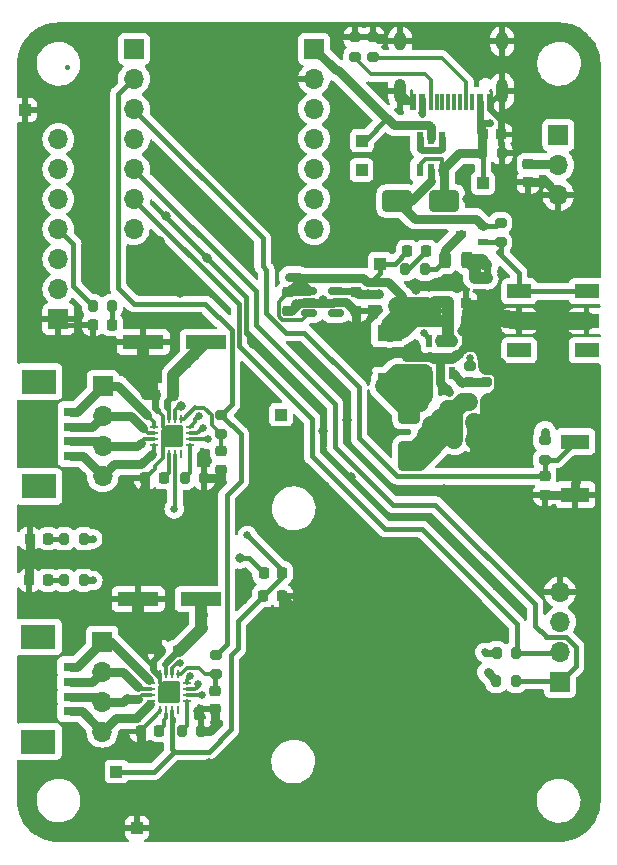
<source format=gtl>
%TF.GenerationSoftware,KiCad,Pcbnew,7.0.11-7.0.11~ubuntu22.04.1*%
%TF.CreationDate,2024-03-24T21:54:49+08:00*%
%TF.ProjectId,motor-controller-pcb,6d6f746f-722d-4636-9f6e-74726f6c6c65,2.1b2*%
%TF.SameCoordinates,Original*%
%TF.FileFunction,Copper,L1,Top*%
%TF.FilePolarity,Positive*%
%FSLAX46Y46*%
G04 Gerber Fmt 4.6, Leading zero omitted, Abs format (unit mm)*
G04 Created by KiCad (PCBNEW 7.0.11-7.0.11~ubuntu22.04.1) date 2024-03-24 21:54:49*
%MOMM*%
%LPD*%
G01*
G04 APERTURE LIST*
G04 Aperture macros list*
%AMRoundRect*
0 Rectangle with rounded corners*
0 $1 Rounding radius*
0 $2 $3 $4 $5 $6 $7 $8 $9 X,Y pos of 4 corners*
0 Add a 4 corners polygon primitive as box body*
4,1,4,$2,$3,$4,$5,$6,$7,$8,$9,$2,$3,0*
0 Add four circle primitives for the rounded corners*
1,1,$1+$1,$2,$3*
1,1,$1+$1,$4,$5*
1,1,$1+$1,$6,$7*
1,1,$1+$1,$8,$9*
0 Add four rect primitives between the rounded corners*
20,1,$1+$1,$2,$3,$4,$5,0*
20,1,$1+$1,$4,$5,$6,$7,0*
20,1,$1+$1,$6,$7,$8,$9,0*
20,1,$1+$1,$8,$9,$2,$3,0*%
%AMFreePoly0*
4,1,14,0.885355,0.885355,0.900000,0.850000,0.900000,-0.850000,0.885355,-0.885355,0.850000,-0.900000,-0.500000,-0.900000,-0.535355,-0.885356,-0.885355,-0.535355,-0.900000,-0.500000,-0.900000,0.850000,-0.885355,0.885355,-0.850000,0.900000,0.850000,0.900000,0.885355,0.885355,0.885355,0.885355,$1*%
G04 Aperture macros list end*
%TA.AperFunction,SMDPad,CuDef*%
%ADD10RoundRect,0.225000X-0.250000X0.225000X-0.250000X-0.225000X0.250000X-0.225000X0.250000X0.225000X0*%
%TD*%
%TA.AperFunction,SMDPad,CuDef*%
%ADD11R,2.000000X1.200000*%
%TD*%
%TA.AperFunction,SMDPad,CuDef*%
%ADD12R,1.300000X0.800000*%
%TD*%
%TA.AperFunction,SMDPad,CuDef*%
%ADD13R,3.000000X2.100000*%
%TD*%
%TA.AperFunction,ComponentPad*%
%ADD14R,1.700000X1.700000*%
%TD*%
%TA.AperFunction,ComponentPad*%
%ADD15O,1.700000X1.700000*%
%TD*%
%TA.AperFunction,SMDPad,CuDef*%
%ADD16RoundRect,0.225000X0.225000X0.250000X-0.225000X0.250000X-0.225000X-0.250000X0.225000X-0.250000X0*%
%TD*%
%TA.AperFunction,SMDPad,CuDef*%
%ADD17RoundRect,0.200000X-0.200000X-0.275000X0.200000X-0.275000X0.200000X0.275000X-0.200000X0.275000X0*%
%TD*%
%TA.AperFunction,SMDPad,CuDef*%
%ADD18R,0.800000X0.280000*%
%TD*%
%TA.AperFunction,SMDPad,CuDef*%
%ADD19R,0.280000X0.800000*%
%TD*%
%TA.AperFunction,SMDPad,CuDef*%
%ADD20FreePoly0,270.000000*%
%TD*%
%TA.AperFunction,SMDPad,CuDef*%
%ADD21RoundRect,0.200000X0.275000X-0.200000X0.275000X0.200000X-0.275000X0.200000X-0.275000X-0.200000X0*%
%TD*%
%TA.AperFunction,ComponentPad*%
%ADD22R,1.000000X1.000000*%
%TD*%
%TA.AperFunction,SMDPad,CuDef*%
%ADD23R,2.400000X1.300000*%
%TD*%
%TA.AperFunction,SMDPad,CuDef*%
%ADD24RoundRect,0.225000X-0.225000X-0.250000X0.225000X-0.250000X0.225000X0.250000X-0.225000X0.250000X0*%
%TD*%
%TA.AperFunction,SMDPad,CuDef*%
%ADD25R,3.500000X1.200000*%
%TD*%
%TA.AperFunction,SMDPad,CuDef*%
%ADD26RoundRect,0.218750X-0.218750X-0.256250X0.218750X-0.256250X0.218750X0.256250X-0.218750X0.256250X0*%
%TD*%
%TA.AperFunction,SMDPad,CuDef*%
%ADD27R,0.600000X1.450000*%
%TD*%
%TA.AperFunction,SMDPad,CuDef*%
%ADD28R,0.300000X1.450000*%
%TD*%
%TA.AperFunction,ComponentPad*%
%ADD29O,1.000000X2.100000*%
%TD*%
%TA.AperFunction,ComponentPad*%
%ADD30O,1.000000X1.600000*%
%TD*%
%TA.AperFunction,SMDPad,CuDef*%
%ADD31RoundRect,0.200000X0.200000X0.275000X-0.200000X0.275000X-0.200000X-0.275000X0.200000X-0.275000X0*%
%TD*%
%TA.AperFunction,SMDPad,CuDef*%
%ADD32R,0.600000X1.100000*%
%TD*%
%TA.AperFunction,SMDPad,CuDef*%
%ADD33RoundRect,0.250000X-1.000000X-0.650000X1.000000X-0.650000X1.000000X0.650000X-1.000000X0.650000X0*%
%TD*%
%TA.AperFunction,SMDPad,CuDef*%
%ADD34R,0.920000X0.520000*%
%TD*%
%TA.AperFunction,SMDPad,CuDef*%
%ADD35R,2.120000X1.400000*%
%TD*%
%TA.AperFunction,SMDPad,CuDef*%
%ADD36RoundRect,0.250000X0.650000X-1.000000X0.650000X1.000000X-0.650000X1.000000X-0.650000X-1.000000X0*%
%TD*%
%TA.AperFunction,SMDPad,CuDef*%
%ADD37RoundRect,0.225000X0.250000X-0.225000X0.250000X0.225000X-0.250000X0.225000X-0.250000X-0.225000X0*%
%TD*%
%TA.AperFunction,SMDPad,CuDef*%
%ADD38RoundRect,0.200000X-0.275000X0.200000X-0.275000X-0.200000X0.275000X-0.200000X0.275000X0.200000X0*%
%TD*%
%TA.AperFunction,SMDPad,CuDef*%
%ADD39RoundRect,0.150000X-0.512500X-0.150000X0.512500X-0.150000X0.512500X0.150000X-0.512500X0.150000X0*%
%TD*%
%TA.AperFunction,SMDPad,CuDef*%
%ADD40RoundRect,0.243750X-0.243750X-0.456250X0.243750X-0.456250X0.243750X0.456250X-0.243750X0.456250X0*%
%TD*%
%TA.AperFunction,ViaPad*%
%ADD41C,0.800000*%
%TD*%
%TA.AperFunction,ViaPad*%
%ADD42C,0.650000*%
%TD*%
%TA.AperFunction,Conductor*%
%ADD43C,0.400000*%
%TD*%
%TA.AperFunction,Conductor*%
%ADD44C,0.300000*%
%TD*%
%TA.AperFunction,Conductor*%
%ADD45C,0.800000*%
%TD*%
%TA.AperFunction,Conductor*%
%ADD46C,1.000000*%
%TD*%
%TA.AperFunction,Conductor*%
%ADD47C,0.600000*%
%TD*%
%TA.AperFunction,Conductor*%
%ADD48C,1.500000*%
%TD*%
G04 APERTURE END LIST*
D10*
%TO.P,C17,1*%
%TO.N,+3V3*%
X133155000Y-82730000D03*
%TO.P,C17,2*%
%TO.N,GND*%
X133155000Y-84280000D03*
%TD*%
D11*
%TO.P,SW1,1,1*%
%TO.N,Net-(Q2-G)*%
X152650000Y-82650000D03*
%TO.P,SW1,2,2*%
%TO.N,GND*%
X152650000Y-85150000D03*
%TO.P,SW1,3,3*%
%TO.N,unconnected-(SW1-Pad3)*%
X152650000Y-87650000D03*
%TO.P,SW1,4,4*%
%TO.N,Net-(Q2-G)*%
X146950000Y-82650000D03*
%TO.P,SW1,5,5*%
%TO.N,GND*%
X146950000Y-85150000D03*
%TO.P,SW1,6,6*%
%TO.N,unconnected-(SW1-Pad6)*%
X146950000Y-87650000D03*
%TD*%
D12*
%TO.P,J3,1,Pin_1*%
%TO.N,M1A1*%
X109020000Y-92850000D03*
%TO.P,J3,2,Pin_2*%
%TO.N,M1A2*%
X109020000Y-94110000D03*
%TO.P,J3,3,Pin_3*%
%TO.N,M1B2*%
X109020000Y-95350000D03*
%TO.P,J3,4,Pin_4*%
%TO.N,M1B1*%
X109020000Y-96600000D03*
D13*
%TO.P,J3,5*%
%TO.N,N/C*%
X106280000Y-99160000D03*
%TO.P,J3,6*%
X106280000Y-90300000D03*
%TD*%
D14*
%TO.P,J5,1,Pin_1*%
%TO.N,/A6*%
X150270000Y-69420000D03*
D15*
%TO.P,J5,2,Pin_2*%
%TO.N,+5VA*%
X150270000Y-71960000D03*
%TO.P,J5,3,Pin_3*%
%TO.N,GND*%
X150270000Y-74500000D03*
%TD*%
D16*
%TO.P,C9,1*%
%TO.N,GND*%
X142450000Y-85120000D03*
%TO.P,C9,2*%
%TO.N,+5VA*%
X140900000Y-85120000D03*
%TD*%
D17*
%TO.P,R7,1*%
%TO.N,VBUS*%
X143835000Y-70930000D03*
%TO.P,R7,2*%
%TO.N,GND*%
X145485000Y-70930000D03*
%TD*%
D18*
%TO.P,U5,1,AOUT1*%
%TO.N,M2A1*%
X115805000Y-115840000D03*
%TO.P,U5,2,AOUT2*%
%TO.N,M2A2*%
X115805000Y-116340000D03*
%TO.P,U5,3,BOUT2*%
%TO.N,M2B2*%
X115805000Y-116840000D03*
%TO.P,U5,4,BOUT1*%
%TO.N,M2B1*%
X115805000Y-117340000D03*
D19*
%TO.P,U5,5,GND*%
%TO.N,GND*%
X116555000Y-118090000D03*
%TO.P,U5,6,DVDD*%
%TO.N,Net-(U5-DVDD)*%
X117055000Y-118090000D03*
%TO.P,U5,7,VREF*%
%TO.N,Vref1*%
X117555000Y-118090000D03*
%TO.P,U5,8,M0*%
%TO.N,unconnected-(U5-M0-Pad8)*%
X118055000Y-118090000D03*
D18*
%TO.P,U5,9,DECAY/TOFF*%
%TO.N,Net-(U5-DECAY{slash}TOFF)*%
X118805000Y-117340000D03*
%TO.P,U5,10,M1*%
%TO.N,+3V3*%
X118805000Y-116840000D03*
%TO.P,U5,11,STEP*%
%TO.N,/A7*%
X118805000Y-116340000D03*
%TO.P,U5,12,DIR*%
%TO.N,/A8*%
X118805000Y-115840000D03*
D19*
%TO.P,U5,13,EN/nFAULT*%
%TO.N,EN-Fault2*%
X118055000Y-115090000D03*
%TO.P,U5,14,nSLEEP*%
%TO.N,+3V3*%
X117555000Y-115090000D03*
%TO.P,U5,15,VM*%
%TO.N,VMEM*%
X117055000Y-115090000D03*
%TO.P,U5,16,PGND*%
%TO.N,GND*%
X116555000Y-115090000D03*
D20*
%TO.P,U5,17,EP*%
X117305000Y-116590000D03*
%TD*%
D21*
%TO.P,R15,1*%
%TO.N,VMEM*%
X142670000Y-92010000D03*
%TO.P,R15,2*%
%TO.N,Net-(U3-FB)*%
X142670000Y-90360000D03*
%TD*%
D12*
%TO.P,J7,1,Pin_1*%
%TO.N,M2A1*%
X108990000Y-114460000D03*
%TO.P,J7,2,Pin_2*%
%TO.N,M2A2*%
X108990000Y-115720000D03*
%TO.P,J7,3,Pin_3*%
%TO.N,M2B2*%
X108990000Y-116960000D03*
%TO.P,J7,4,Pin_4*%
%TO.N,M2B1*%
X108990000Y-118210000D03*
D13*
%TO.P,J7,5*%
%TO.N,N/C*%
X106250000Y-120770000D03*
%TO.P,J7,6*%
X106250000Y-111910000D03*
%TD*%
D22*
%TO.P,TP3,1,1*%
%TO.N,GND*%
X114580000Y-128080000D03*
%TD*%
D23*
%TO.P,SW2,1,1*%
%TO.N,/A2*%
X151710000Y-95370000D03*
%TO.P,SW2,2,2*%
%TO.N,GND*%
X151710000Y-99870000D03*
%TD*%
D17*
%TO.P,R18,1*%
%TO.N,/A3*%
X110840000Y-83850000D03*
%TO.P,R18,2*%
%TO.N,Net-(D5-A)*%
X112490000Y-83850000D03*
%TD*%
D22*
%TO.P,TP1,1,1*%
%TO.N,Vref1*%
X112850000Y-123310000D03*
%TD*%
D24*
%TO.P,C8,1*%
%TO.N,+5VA*%
X140910000Y-83600000D03*
%TO.P,C8,2*%
%TO.N,GND*%
X142460000Y-83600000D03*
%TD*%
%TO.P,C3,1*%
%TO.N,VBUS*%
X143870000Y-69370000D03*
%TO.P,C3,2*%
%TO.N,GND*%
X145420000Y-69370000D03*
%TD*%
D25*
%TO.P,C16,1*%
%TO.N,VMEM*%
X120025000Y-108700000D03*
%TO.P,C16,2*%
%TO.N,GND*%
X114685000Y-108700000D03*
%TD*%
D26*
%TO.P,D5,1,K*%
%TO.N,GND*%
X110875000Y-85470000D03*
%TO.P,D5,2,A*%
%TO.N,Net-(D5-A)*%
X112450000Y-85470000D03*
%TD*%
D10*
%TO.P,C4,1*%
%TO.N,EN-Fault1*%
X121740000Y-96190000D03*
%TO.P,C4,2*%
%TO.N,GND*%
X121740000Y-97740000D03*
%TD*%
%TO.P,C11,1*%
%TO.N,EN-Fault2*%
X121225000Y-116470000D03*
%TO.P,C11,2*%
%TO.N,GND*%
X121225000Y-118020000D03*
%TD*%
D27*
%TO.P,J1,A1,GND*%
%TO.N,GND*%
X144450000Y-66585000D03*
%TO.P,J1,A4,VBUS*%
%TO.N,VBUS*%
X143650000Y-66585000D03*
D28*
%TO.P,J1,A5,CC1*%
%TO.N,Net-(J1-CC1)*%
X142450000Y-66585000D03*
%TO.P,J1,A6,D+*%
%TO.N,unconnected-(J1-D+-PadA6)*%
X141450000Y-66585000D03*
%TO.P,J1,A7,D-*%
%TO.N,unconnected-(J1-D--PadA7)*%
X140950000Y-66585000D03*
%TO.P,J1,A8,SBU1*%
%TO.N,unconnected-(J1-SBU1-PadA8)*%
X139950000Y-66585000D03*
D27*
%TO.P,J1,A9,VBUS*%
%TO.N,VBUS*%
X138750000Y-66585000D03*
%TO.P,J1,A12,GND*%
%TO.N,GND*%
X137950000Y-66585000D03*
%TO.P,J1,B1,GND*%
X137950000Y-66585000D03*
%TO.P,J1,B4,VBUS*%
%TO.N,VBUS*%
X138750000Y-66585000D03*
D28*
%TO.P,J1,B5,CC2*%
%TO.N,Net-(J1-CC2)*%
X139450000Y-66585000D03*
%TO.P,J1,B6,D+*%
%TO.N,unconnected-(J1-D+-PadB6)*%
X140450000Y-66585000D03*
%TO.P,J1,B7,D-*%
%TO.N,unconnected-(J1-D--PadB7)*%
X141950000Y-66585000D03*
%TO.P,J1,B8,SBU2*%
%TO.N,unconnected-(J1-SBU2-PadB8)*%
X142950000Y-66585000D03*
D27*
%TO.P,J1,B9,VBUS*%
%TO.N,VBUS*%
X143650000Y-66585000D03*
%TO.P,J1,B12,GND*%
%TO.N,GND*%
X144450000Y-66585000D03*
D29*
%TO.P,J1,S1,SHIELD*%
X145520000Y-65670000D03*
D30*
X145520000Y-61490000D03*
D29*
X136880000Y-65670000D03*
D30*
X136880000Y-61490000D03*
%TD*%
D31*
%TO.P,R1,1*%
%TO.N,Net-(Q2-D)*%
X138970000Y-80790000D03*
%TO.P,R1,2*%
%TO.N,Net-(D4-A)*%
X137320000Y-80790000D03*
%TD*%
D22*
%TO.P,TP5,1,1*%
%TO.N,VBUS*%
X143870000Y-73490000D03*
%TD*%
D14*
%TO.P,J2,1,Pin_1*%
%TO.N,/SDA*%
X150420000Y-115710000D03*
D15*
%TO.P,J2,2,Pin_2*%
%TO.N,/SCL*%
X150420000Y-113170000D03*
%TO.P,J2,3,Pin_3*%
%TO.N,+3V3*%
X150420000Y-110630000D03*
%TO.P,J2,4,Pin_4*%
%TO.N,GND*%
X150420000Y-108090000D03*
%TD*%
D32*
%TO.P,U3,1,LX*%
%TO.N,Net-(D1-A)*%
X139320000Y-89532500D03*
%TO.P,U3,2,GND*%
%TO.N,GND*%
X140270000Y-89532500D03*
%TO.P,U3,3,FB*%
%TO.N,Net-(U3-FB)*%
X141220000Y-89532500D03*
%TO.P,U3,4,EN*%
%TO.N,+5VA*%
X141220000Y-86832500D03*
%TO.P,U3,5,VCC*%
X140270000Y-86832500D03*
%TO.P,U3,6,OC*%
%TO.N,Net-(U3-OC)*%
X139320000Y-86832500D03*
%TD*%
D31*
%TO.P,R10,1*%
%TO.N,VMEM*%
X110085000Y-103590000D03*
%TO.P,R10,2*%
%TO.N,Net-(D2-A)*%
X108435000Y-103590000D03*
%TD*%
D26*
%TO.P,D3,1,K*%
%TO.N,GND*%
X105485000Y-107110000D03*
%TO.P,D3,2,A*%
%TO.N,Net-(D3-A)*%
X107060000Y-107110000D03*
%TD*%
D24*
%TO.P,C1,1*%
%TO.N,Vref1*%
X125286300Y-108432200D03*
%TO.P,C1,2*%
%TO.N,GND*%
X126836300Y-108432200D03*
%TD*%
D21*
%TO.P,R12,1*%
%TO.N,Net-(U3-OC)*%
X142790000Y-88980000D03*
%TO.P,R12,2*%
%TO.N,GND*%
X142790000Y-87330000D03*
%TD*%
D33*
%TO.P,D6,1,K*%
%TO.N,Net-(D6-K)*%
X136620000Y-75000000D03*
%TO.P,D6,2,A*%
%TO.N,VBUS*%
X140620000Y-75000000D03*
%TD*%
D24*
%TO.P,C13,1*%
%TO.N,VMEM*%
X141450000Y-95270000D03*
%TO.P,C13,2*%
%TO.N,GND*%
X143000000Y-95270000D03*
%TD*%
D26*
%TO.P,D4,1,K*%
%TO.N,+5VA*%
X137470000Y-79250000D03*
%TO.P,D4,2,A*%
%TO.N,Net-(D4-A)*%
X139045000Y-79250000D03*
%TD*%
D22*
%TO.P,TP7,1,1*%
%TO.N,+5VA*%
X135170000Y-80300000D03*
%TD*%
D34*
%TO.P,Q2,1,G*%
%TO.N,Net-(Q2-G)*%
X143920000Y-78447500D03*
%TO.P,Q2,2,S*%
%TO.N,Net-(D6-K)*%
X143920000Y-77147500D03*
%TO.P,Q2,3,D*%
%TO.N,Net-(Q2-D)*%
X142020000Y-77797500D03*
%TD*%
D35*
%TO.P,L2,1*%
%TO.N,+5VA*%
X135990000Y-86180000D03*
%TO.P,L2,2*%
%TO.N,Net-(D1-A)*%
X135990000Y-90240000D03*
%TD*%
D36*
%TO.P,D1,1,K*%
%TO.N,VMEM*%
X137620000Y-96590000D03*
%TO.P,D1,2,A*%
%TO.N,Net-(D1-A)*%
X137620000Y-92590000D03*
%TD*%
D16*
%TO.P,C14,1*%
%TO.N,GND*%
X143000000Y-93730000D03*
%TO.P,C14,2*%
%TO.N,VMEM*%
X141450000Y-93730000D03*
%TD*%
D18*
%TO.P,U2,1,AOUT1*%
%TO.N,M1A1*%
X116060000Y-94170000D03*
%TO.P,U2,2,AOUT2*%
%TO.N,M1A2*%
X116060000Y-94670000D03*
%TO.P,U2,3,BOUT2*%
%TO.N,M1B2*%
X116060000Y-95170000D03*
%TO.P,U2,4,BOUT1*%
%TO.N,M1B1*%
X116060000Y-95670000D03*
D19*
%TO.P,U2,5,GND*%
%TO.N,GND*%
X116810000Y-96420000D03*
%TO.P,U2,6,DVDD*%
%TO.N,Net-(U2-DVDD)*%
X117310000Y-96420000D03*
%TO.P,U2,7,VREF*%
%TO.N,Vref1*%
X117810000Y-96420000D03*
%TO.P,U2,8,M0*%
%TO.N,unconnected-(U2-M0-Pad8)*%
X118310000Y-96420000D03*
D18*
%TO.P,U2,9,DECAY/TOFF*%
%TO.N,Net-(U2-DECAY{slash}TOFF)*%
X119060000Y-95670000D03*
%TO.P,U2,10,M1*%
%TO.N,+3V3*%
X119060000Y-95170000D03*
%TO.P,U2,11,STEP*%
%TO.N,/A10*%
X119060000Y-94670000D03*
%TO.P,U2,12,DIR*%
%TO.N,/A9*%
X119060000Y-94170000D03*
D19*
%TO.P,U2,13,EN/nFAULT*%
%TO.N,EN-Fault1*%
X118310000Y-93420000D03*
%TO.P,U2,14,nSLEEP*%
%TO.N,+3V3*%
X117810000Y-93420000D03*
%TO.P,U2,15,VM*%
%TO.N,VMEM*%
X117310000Y-93420000D03*
%TO.P,U2,16,PGND*%
%TO.N,GND*%
X116810000Y-93420000D03*
D20*
%TO.P,U2,17,EP*%
X117560000Y-94920000D03*
%TD*%
D22*
%TO.P,TP8,1,1*%
%TO.N,+3V3*%
X133600000Y-72380000D03*
%TD*%
D31*
%TO.P,R11,1*%
%TO.N,+3V3*%
X110065000Y-107110000D03*
%TO.P,R11,2*%
%TO.N,Net-(D3-A)*%
X108415000Y-107110000D03*
%TD*%
D14*
%TO.P,J6,1,Pin_1*%
%TO.N,GND*%
X107940000Y-85010000D03*
D15*
%TO.P,J6,2,Pin_2*%
%TO.N,/SCL*%
X107940000Y-82470000D03*
%TO.P,J6,3,Pin_3*%
%TO.N,/SDA*%
X107940000Y-79930000D03*
%TO.P,J6,4,Pin_4*%
%TO.N,/A3*%
X107940000Y-77390000D03*
%TO.P,J6,5,Pin_5*%
%TO.N,/A2*%
X107940000Y-74850000D03*
%TO.P,J6,6,Pin_6*%
%TO.N,/DAC*%
X107940000Y-72310000D03*
%TO.P,J6,7,Pin_7*%
%TO.N,+5VA*%
X107940000Y-69770000D03*
%TD*%
D37*
%TO.P,C10,1*%
%TO.N,GND*%
X149120000Y-99860000D03*
%TO.P,C10,2*%
%TO.N,/A2*%
X149120000Y-98310000D03*
%TD*%
D16*
%TO.P,C15,1*%
%TO.N,VMEM*%
X118025000Y-113100000D03*
%TO.P,C15,2*%
%TO.N,GND*%
X116475000Y-113100000D03*
%TD*%
D21*
%TO.P,R13,1*%
%TO.N,/A2*%
X149130000Y-96910000D03*
%TO.P,R13,2*%
%TO.N,+3V3*%
X149130000Y-95260000D03*
%TD*%
D37*
%TO.P,C18,1*%
%TO.N,GND*%
X127405000Y-84290000D03*
%TO.P,C18,2*%
%TO.N,+5VA*%
X127405000Y-82740000D03*
%TD*%
D14*
%TO.P,U1,0,IO2*%
%TO.N,/DAC*%
X114340000Y-62130000D03*
D15*
%TO.P,U1,1,IO3*%
%TO.N,/ENABLE*%
X114340000Y-64670000D03*
%TO.P,U1,2,IO4*%
%TO.N,/A2*%
X114340000Y-67210000D03*
%TO.P,U1,3,IO5*%
%TO.N,/A3*%
X114340000Y-69750000D03*
%TO.P,U1,4,IO6*%
%TO.N,/SDA*%
X114340000Y-72290000D03*
%TO.P,U1,5,IO7*%
%TO.N,/SCL*%
X114340000Y-74830000D03*
%TO.P,U1,6,IO21*%
%TO.N,/A6*%
X114300000Y-77380000D03*
%TO.P,U1,7,IO20*%
%TO.N,/A7*%
X129590000Y-77370000D03*
%TO.P,U1,8,IO8*%
%TO.N,/A8*%
X129590000Y-74830000D03*
%TO.P,U1,9,IO9*%
%TO.N,/A9*%
X129590000Y-72290000D03*
%TO.P,U1,10,IO10*%
%TO.N,/A10*%
X129590000Y-69750000D03*
%TO.P,U1,11,3V3*%
%TO.N,unconnected-(U1-3V3-Pad11)*%
X129590000Y-67210000D03*
%TO.P,U1,12,GND*%
%TO.N,GND*%
X129590000Y-64670000D03*
D14*
%TO.P,U1,13,5V*%
%TO.N,+5V*%
X129590000Y-62130000D03*
%TD*%
D32*
%TO.P,Q1,1,G*%
%TO.N,VBUS*%
X138535000Y-72375000D03*
%TO.P,Q1,2,S*%
%TO.N,Net-(D6-K)*%
X139485000Y-72375000D03*
%TO.P,Q1,3,G*%
%TO.N,VBUS*%
X140435000Y-72375000D03*
%TO.P,Q1,4,D*%
%TO.N,Net-(Q1A-D)*%
X140435000Y-69675000D03*
%TO.P,Q1,5,S*%
%TO.N,+5V*%
X139485000Y-69675000D03*
%TO.P,Q1,6,D*%
%TO.N,Net-(Q1A-D)*%
X138535000Y-69675000D03*
%TD*%
D22*
%TO.P,TP9,1,1*%
%TO.N,VMEM*%
X126790000Y-93090000D03*
%TD*%
D10*
%TO.P,C2,1*%
%TO.N,+5VA*%
X147700000Y-71870000D03*
%TO.P,C2,2*%
%TO.N,GND*%
X147700000Y-73420000D03*
%TD*%
D16*
%TO.P,C6,1*%
%TO.N,VMEM*%
X117680000Y-91390000D03*
%TO.P,C6,2*%
%TO.N,GND*%
X116130000Y-91390000D03*
%TD*%
D22*
%TO.P,TP6,1,1*%
%TO.N,+5V*%
X133620000Y-69890000D03*
%TD*%
D38*
%TO.P,R6,1*%
%TO.N,/ENABLE*%
X121740000Y-93100000D03*
%TO.P,R6,2*%
%TO.N,EN-Fault1*%
X121740000Y-94750000D03*
%TD*%
D31*
%TO.P,R17,1*%
%TO.N,GND*%
X120045000Y-119850000D03*
%TO.P,R17,2*%
%TO.N,Net-(U5-DECAY{slash}TOFF)*%
X118395000Y-119850000D03*
%TD*%
D38*
%TO.P,R8,1*%
%TO.N,Net-(D6-K)*%
X145380000Y-76860000D03*
%TO.P,R8,2*%
%TO.N,Net-(Q2-G)*%
X145380000Y-78510000D03*
%TD*%
%TO.P,R2,1*%
%TO.N,GND*%
X133050000Y-61142500D03*
%TO.P,R2,2*%
%TO.N,Net-(J1-CC2)*%
X133050000Y-62792500D03*
%TD*%
D31*
%TO.P,R4,1*%
%TO.N,/SCL*%
X146682500Y-113230000D03*
%TO.P,R4,2*%
%TO.N,+3V3*%
X145032500Y-113230000D03*
%TD*%
D26*
%TO.P,L1,1*%
%TO.N,/DAC*%
X125305000Y-106480000D03*
%TO.P,L1,2*%
%TO.N,Vref1*%
X126880000Y-106480000D03*
%TD*%
D14*
%TO.P,J4,1,Pin_1*%
%TO.N,M1A1*%
X111690000Y-90680000D03*
D15*
%TO.P,J4,2,Pin_2*%
%TO.N,M1A2*%
X111690000Y-93220000D03*
%TO.P,J4,3,Pin_3*%
%TO.N,M1B2*%
X111690000Y-95760000D03*
%TO.P,J4,4,Pin_4*%
%TO.N,M1B1*%
X111690000Y-98300000D03*
%TD*%
D14*
%TO.P,J8,1,Pin_1*%
%TO.N,M2A1*%
X111655000Y-112310000D03*
D15*
%TO.P,J8,2,Pin_2*%
%TO.N,M2A2*%
X111655000Y-114850000D03*
%TO.P,J8,3,Pin_3*%
%TO.N,M2B2*%
X111655000Y-117390000D03*
%TO.P,J8,4,Pin_4*%
%TO.N,M2B1*%
X111655000Y-119930000D03*
%TD*%
D25*
%TO.P,C7,1*%
%TO.N,VMEM*%
X120460000Y-86940000D03*
%TO.P,C7,2*%
%TO.N,GND*%
X115120000Y-86940000D03*
%TD*%
D39*
%TO.P,U7,1,VIN*%
%TO.N,+5VA*%
X129142500Y-82600000D03*
%TO.P,U7,2,GND*%
%TO.N,GND*%
X129142500Y-83550000D03*
%TO.P,U7,3,~{CE}*%
%TO.N,+5VA*%
X129142500Y-84500000D03*
%TO.P,U7,4,NC*%
%TO.N,unconnected-(U7-NC-Pad4)*%
X131417500Y-84500000D03*
%TO.P,U7,5,VOUT*%
%TO.N,+3V3*%
X131417500Y-82600000D03*
%TD*%
D16*
%TO.P,C5,1*%
%TO.N,Net-(U2-DVDD)*%
X116860000Y-98440000D03*
%TO.P,C5,2*%
%TO.N,GND*%
X115310000Y-98440000D03*
%TD*%
D38*
%TO.P,R14,1*%
%TO.N,/ENABLE*%
X121255000Y-113400000D03*
%TO.P,R14,2*%
%TO.N,EN-Fault2*%
X121255000Y-115050000D03*
%TD*%
D16*
%TO.P,C12,1*%
%TO.N,Net-(U5-DVDD)*%
X116455000Y-119850000D03*
%TO.P,C12,2*%
%TO.N,GND*%
X114905000Y-119850000D03*
%TD*%
D26*
%TO.P,D2,1,K*%
%TO.N,GND*%
X105497500Y-103590000D03*
%TO.P,D2,2,A*%
%TO.N,Net-(D2-A)*%
X107072500Y-103590000D03*
%TD*%
D21*
%TO.P,R3,1*%
%TO.N,Net-(J1-CC1)*%
X134560000Y-62797500D03*
%TO.P,R3,2*%
%TO.N,GND*%
X134560000Y-61147500D03*
%TD*%
D40*
%TO.P,F1,1*%
%TO.N,Net-(Q2-D)*%
X140670000Y-80010000D03*
%TO.P,F1,2*%
%TO.N,+5VA*%
X142545000Y-80010000D03*
%TD*%
D31*
%TO.P,R9,1*%
%TO.N,GND*%
X120280000Y-98460000D03*
%TO.P,R9,2*%
%TO.N,Net-(U2-DECAY{slash}TOFF)*%
X118630000Y-98460000D03*
%TD*%
D22*
%TO.P,TP2,1,1*%
%TO.N,GND*%
X105130000Y-67310000D03*
%TD*%
D17*
%TO.P,R5,1*%
%TO.N,+3V3*%
X145012500Y-115660000D03*
%TO.P,R5,2*%
%TO.N,/SDA*%
X146662500Y-115660000D03*
%TD*%
D38*
%TO.P,R16,1*%
%TO.N,Net-(U3-FB)*%
X144170000Y-90360000D03*
%TO.P,R16,2*%
%TO.N,GND*%
X144170000Y-92010000D03*
%TD*%
D41*
%TO.N,GND*%
X144030000Y-89040000D03*
D42*
X137450000Y-87410000D03*
D41*
X146100000Y-72300000D03*
D42*
X114930000Y-120650000D03*
X117980000Y-94500000D03*
D41*
X144690000Y-95380000D03*
X127010000Y-80160000D03*
X144600000Y-94330000D03*
D42*
X118130000Y-95490000D03*
D41*
X147160000Y-109610000D03*
X132620000Y-80100000D03*
X130760000Y-71010000D03*
X116560000Y-78410000D03*
X114610000Y-110140000D03*
D42*
X105470000Y-105810000D03*
D41*
X149780000Y-86970000D03*
X127940000Y-109180000D03*
X111045000Y-105300000D03*
D42*
X138220000Y-87260000D03*
X138220000Y-88200000D03*
D41*
X116810000Y-88510000D03*
X120830000Y-76350000D03*
X130280000Y-79580000D03*
X142550000Y-74840000D03*
X117420000Y-107080000D03*
X152010000Y-127680000D03*
X120550000Y-79830000D03*
X118960000Y-61560000D03*
D42*
X116990000Y-95510000D03*
D41*
X138230000Y-82540000D03*
X114620000Y-111060000D03*
X130500000Y-99110000D03*
X124450000Y-87080000D03*
X134160000Y-89570000D03*
X106040000Y-116410000D03*
X132350000Y-93540000D03*
X134630000Y-93760000D03*
X132930000Y-103530000D03*
D42*
X121230000Y-118840000D03*
D41*
X120730000Y-122620000D03*
X118220000Y-82810000D03*
X124980000Y-91590000D03*
X144470000Y-96310000D03*
X146080000Y-97000000D03*
X132490000Y-87080000D03*
X115060000Y-89390000D03*
X140510000Y-106340000D03*
X140960000Y-103420000D03*
X152010000Y-61560000D03*
D42*
X117090000Y-94480000D03*
D41*
X119790000Y-118200000D03*
D42*
X116740000Y-117160000D03*
D41*
X117680000Y-85160000D03*
X142880000Y-86570000D03*
X116780000Y-72070000D03*
D42*
X117860000Y-116040000D03*
D41*
X127580000Y-69820000D03*
D42*
X120780000Y-119860000D03*
D41*
X115260000Y-91370000D03*
X106240000Y-127580000D03*
X135250000Y-65480000D03*
X144170000Y-87760000D03*
D42*
X116840000Y-116120000D03*
D41*
X149810000Y-85170000D03*
X115220000Y-99360000D03*
X128020000Y-83720000D03*
X129710000Y-127650000D03*
X123580000Y-108810000D03*
X148370000Y-106580000D03*
X146490000Y-68240000D03*
D42*
X140410000Y-90610000D03*
D41*
X132750000Y-98410000D03*
X130370000Y-83350000D03*
X124060000Y-79600000D03*
X130370000Y-94510000D03*
X136610000Y-71370000D03*
D42*
X141000000Y-91160000D03*
X139360000Y-88100000D03*
X151750000Y-98810000D03*
D41*
X128200000Y-87460000D03*
X110940000Y-81080000D03*
X128400000Y-98610000D03*
X121560000Y-125100000D03*
X117080000Y-103230000D03*
X142150000Y-86020000D03*
X120270000Y-96830000D03*
X145120000Y-92680000D03*
X130500000Y-89640000D03*
D42*
X117880000Y-117160000D03*
D41*
X140620000Y-99380000D03*
D42*
X140510000Y-88360000D03*
D41*
X121730000Y-98520000D03*
X118010000Y-80100000D03*
X125290000Y-112090000D03*
X109920000Y-98310000D03*
X105490000Y-94670000D03*
X135680000Y-77100000D03*
D42*
X137350000Y-88220000D03*
D41*
X117400000Y-110280000D03*
X115080000Y-88430000D03*
X110180000Y-67460000D03*
D42*
X141240000Y-88360000D03*
D41*
X117060000Y-76270000D03*
X118830000Y-74670000D03*
X120200000Y-100550000D03*
X141010000Y-61520000D03*
X149800000Y-81150000D03*
X125870000Y-103100000D03*
X142950000Y-84370000D03*
X106290000Y-61520000D03*
X109460000Y-91130000D03*
X124840000Y-61560000D03*
X145490000Y-81300000D03*
%TO.N,VMEM*%
X120050000Y-111050000D03*
X139500000Y-93960000D03*
X140250000Y-93350000D03*
D42*
X110835000Y-103610000D03*
D41*
X119450000Y-88060000D03*
X140950000Y-92590000D03*
X140230000Y-94670000D03*
X118780000Y-88710000D03*
X120070000Y-110030000D03*
D42*
%TO.N,VBUS*%
X138760000Y-67590000D03*
X144450000Y-68380000D03*
%TO.N,+5VA*%
X143170000Y-81480000D03*
D41*
X139160000Y-84420000D03*
X139830000Y-83580000D03*
D42*
X144210000Y-81500000D03*
D41*
X139830000Y-85150000D03*
D42*
X144180000Y-80430000D03*
X128390000Y-81500000D03*
X127490000Y-81420000D03*
D41*
%TO.N,+3V3*%
X135080000Y-82910000D03*
D42*
X120570000Y-95170000D03*
X144275000Y-114910000D03*
D41*
X118340000Y-92370000D03*
D42*
X118270000Y-114120000D03*
D41*
X134130000Y-82880000D03*
D42*
X120110000Y-116840000D03*
X144045000Y-113220000D03*
X110845000Y-107120000D03*
X149140000Y-94520000D03*
D41*
%TO.N,/DAC*%
X123290000Y-105250000D03*
D42*
%TO.N,Vref1*%
X117750000Y-101070000D03*
X123940000Y-103310000D03*
%TO.N,/A10*%
X120150000Y-94230000D03*
%TO.N,/A9*%
X119810000Y-93210000D03*
%TO.N,Net-(U3-OC)*%
X142770000Y-88270000D03*
X138850000Y-86175000D03*
%TO.N,/A8*%
X119077298Y-115257298D03*
%TO.N,/A7*%
X119770000Y-115900000D03*
%TD*%
D43*
%TO.N,*%
X108630000Y-63680000D02*
X108630000Y-63630000D01*
D44*
%TO.N,EN-Fault1*%
X119550000Y-92490000D02*
X119520000Y-92460000D01*
X118560000Y-93420000D02*
X118310000Y-93420000D01*
X120915000Y-93135000D02*
X120270000Y-92490000D01*
X121740000Y-94750000D02*
X120915000Y-93925000D01*
X120270000Y-92490000D02*
X119550000Y-92490000D01*
X121740000Y-96190000D02*
X121740000Y-94750000D01*
X120915000Y-93925000D02*
X120915000Y-93135000D01*
X119520000Y-92460000D02*
X118560000Y-93420000D01*
%TO.N,GND*%
X116990000Y-95490000D02*
X117560000Y-94920000D01*
D45*
X142880000Y-86570000D02*
X142450000Y-86990000D01*
X138070000Y-87410000D02*
X138220000Y-87260000D01*
X115280000Y-91390000D02*
X115260000Y-91370000D01*
X140270000Y-90430000D02*
X141000000Y-91160000D01*
X142460000Y-84860000D02*
X142460000Y-85110000D01*
X139620000Y-88360000D02*
X139360000Y-88100000D01*
D44*
X117090000Y-94480000D02*
X117120000Y-94480000D01*
D45*
X121225000Y-118020000D02*
X121225000Y-118835000D01*
D43*
X108400000Y-85470000D02*
X107940000Y-85010000D01*
D46*
X115120000Y-89450000D02*
X115120000Y-90380000D01*
D47*
X141423750Y-88246250D02*
X142476250Y-87193750D01*
D45*
X142450000Y-86990000D02*
X142790000Y-87330000D01*
X120045000Y-119850000D02*
X120770000Y-119850000D01*
D47*
X116130000Y-91390000D02*
X116130000Y-92537208D01*
D43*
X137795000Y-66585000D02*
X136880000Y-65670000D01*
D44*
X116810000Y-94170000D02*
X117090000Y-94450000D01*
D48*
X144370000Y-93770000D02*
X143150000Y-93770000D01*
D45*
X133130000Y-85450000D02*
X133130000Y-84305000D01*
D44*
X116990000Y-95510000D02*
X116990000Y-95490000D01*
D46*
X115060000Y-89390000D02*
X115120000Y-89450000D01*
D45*
X120770000Y-119850000D02*
X120780000Y-119860000D01*
D46*
X115120000Y-88390000D02*
X115080000Y-88430000D01*
D45*
X133130000Y-84305000D02*
X133155000Y-84280000D01*
D46*
X114685000Y-108700000D02*
X114685000Y-110065000D01*
X115120000Y-90380000D02*
X116130000Y-91390000D01*
D43*
X134560000Y-61060000D02*
X133055000Y-61060000D01*
D45*
X142460000Y-85110000D02*
X142450000Y-85120000D01*
D48*
X144600000Y-94330000D02*
X144370000Y-94100000D01*
D46*
X115120000Y-89330000D02*
X115060000Y-89390000D01*
D44*
X116970000Y-95510000D02*
X116990000Y-95510000D01*
D46*
X115120000Y-86940000D02*
X115120000Y-88390000D01*
D44*
X117090000Y-94450000D02*
X117090000Y-94480000D01*
D46*
X114685000Y-110995000D02*
X114620000Y-111060000D01*
D48*
X144370000Y-92010000D02*
X144770000Y-92010000D01*
D43*
X136880000Y-61490000D02*
X134990000Y-61490000D01*
D45*
X128315184Y-83600000D02*
X129092500Y-83600000D01*
D48*
X146950000Y-85150000D02*
X143840000Y-84640000D01*
D44*
X116555000Y-118200000D02*
X114905000Y-119850000D01*
D47*
X116565000Y-113315000D02*
X115920000Y-113960000D01*
D45*
X116130000Y-91390000D02*
X115280000Y-91390000D01*
D48*
X144370000Y-94100000D02*
X144370000Y-93770000D01*
X144140000Y-88100000D02*
X144280000Y-88240000D01*
D43*
X144450000Y-66585000D02*
X144605000Y-66585000D01*
D45*
X147700000Y-73420000D02*
X149190000Y-73420000D01*
X151710000Y-99870000D02*
X151710000Y-98850000D01*
D46*
X143150000Y-94690000D02*
X143000000Y-94540000D01*
D44*
X116810000Y-93420000D02*
X116810000Y-94170000D01*
D45*
X131220000Y-83600000D02*
X129142500Y-83600000D01*
X141617500Y-87982500D02*
X141845000Y-87982500D01*
D43*
X120550000Y-79830000D02*
X120560000Y-79830000D01*
D45*
X149130000Y-99870000D02*
X149120000Y-99860000D01*
D46*
X114620000Y-111060000D02*
X114685000Y-111125000D01*
D43*
X110875000Y-85470000D02*
X108400000Y-85470000D01*
D48*
X149830000Y-85150000D02*
X152650000Y-85150000D01*
D45*
X105475000Y-105190000D02*
X105475000Y-107085000D01*
D43*
X137950000Y-66585000D02*
X137795000Y-66585000D01*
D45*
X151710000Y-98850000D02*
X151750000Y-98810000D01*
D46*
X114685000Y-110215000D02*
X114685000Y-110995000D01*
D45*
X140487500Y-88382500D02*
X140510000Y-88360000D01*
X140510000Y-88360000D02*
X139620000Y-88360000D01*
X142880000Y-86851852D02*
X142120000Y-87611852D01*
D46*
X115120000Y-88470000D02*
X115120000Y-89330000D01*
D45*
X120280000Y-98460000D02*
X121550000Y-98460000D01*
X142450000Y-85120000D02*
X142150000Y-86020000D01*
X105497500Y-103590000D02*
X105497500Y-105167500D01*
D44*
X116810000Y-96420000D02*
X116810000Y-96730000D01*
X116555000Y-115835000D02*
X116555000Y-115090000D01*
D46*
X114685000Y-110065000D02*
X114610000Y-110140000D01*
D45*
X142150000Y-86020000D02*
X142880000Y-86570000D01*
X121230000Y-118840000D02*
X121230000Y-119410000D01*
D46*
X114610000Y-110140000D02*
X114685000Y-110215000D01*
X114685000Y-111125000D02*
X114685000Y-111230000D01*
D44*
X116810000Y-95670000D02*
X116970000Y-95510000D01*
D45*
X137450000Y-87410000D02*
X137450000Y-88120000D01*
D47*
X145420000Y-68180000D02*
X145420000Y-69370000D01*
D44*
X116810000Y-93420000D02*
X116810000Y-93230000D01*
D48*
X144170000Y-88253112D02*
X144170000Y-87760000D01*
X144443112Y-87730000D02*
X143950000Y-87730000D01*
D45*
X141240000Y-88360000D02*
X141617500Y-87982500D01*
X127584100Y-109180000D02*
X126836300Y-108432200D01*
D44*
X117120000Y-94480000D02*
X117560000Y-94920000D01*
D48*
X143150000Y-93770000D02*
X143150000Y-93730000D01*
D45*
X138220000Y-87260000D02*
X138220000Y-88191250D01*
X149190000Y-73420000D02*
X150270000Y-74500000D01*
X141240000Y-88360000D02*
X141262500Y-88382500D01*
D48*
X144038444Y-87618444D02*
X143241556Y-86821556D01*
D45*
X142460000Y-83600000D02*
X142460000Y-83880000D01*
X121225000Y-118835000D02*
X121230000Y-118840000D01*
D48*
X143960000Y-96080000D02*
X144370000Y-95670000D01*
D47*
X115920000Y-113960000D02*
X115920000Y-114620000D01*
D44*
X116130000Y-92550000D02*
X116130000Y-91390000D01*
D48*
X142880000Y-86963112D02*
X142880000Y-86570000D01*
D45*
X115310000Y-99270000D02*
X115220000Y-99360000D01*
D48*
X144770000Y-92010000D02*
X145595000Y-91185000D01*
D45*
X142460000Y-83880000D02*
X142950000Y-84370000D01*
X142880000Y-86570000D02*
X142880000Y-86851852D01*
X114905000Y-120625000D02*
X114930000Y-120650000D01*
D48*
X144470000Y-96310000D02*
X143960000Y-96080000D01*
D44*
X116810000Y-96420000D02*
X116810000Y-95670000D01*
D45*
X105497500Y-105167500D02*
X105475000Y-105190000D01*
D43*
X120560000Y-79830000D02*
X123820000Y-83090000D01*
X123820000Y-83090000D02*
X123820000Y-86170000D01*
D48*
X142880000Y-86570000D02*
X142880000Y-84440000D01*
D44*
X116082500Y-97667500D02*
X115310000Y-98440000D01*
D45*
X127405000Y-84290000D02*
X127625184Y-84290000D01*
D48*
X146950000Y-85150000D02*
X149790000Y-85150000D01*
D46*
X143000000Y-93730000D02*
X143000000Y-94540000D01*
D43*
X123820000Y-86170000D02*
X124270000Y-86620000D01*
D45*
X121730000Y-97670000D02*
X121730000Y-98540000D01*
D44*
X116810000Y-96730000D02*
X116082500Y-97457500D01*
D48*
X144370000Y-93770000D02*
X144370000Y-92010000D01*
D45*
X121230000Y-119410000D02*
X120780000Y-119860000D01*
D47*
X116060000Y-114770000D02*
X116390000Y-115100000D01*
D44*
X116555000Y-118090000D02*
X116555000Y-118200000D01*
D43*
X133055000Y-61060000D02*
X133050000Y-61055000D01*
D48*
X145595000Y-89678112D02*
X144956888Y-89040000D01*
D45*
X139268750Y-88191250D02*
X139360000Y-88100000D01*
D44*
X116840000Y-116120000D02*
X116555000Y-115835000D01*
D46*
X143150000Y-95270000D02*
X143150000Y-94690000D01*
D47*
X116565000Y-113110000D02*
X116565000Y-113315000D01*
D48*
X144370000Y-95670000D02*
X144690000Y-95380000D01*
D45*
X105475000Y-107085000D02*
X105450000Y-107110000D01*
X131290000Y-83530000D02*
X132307040Y-83530000D01*
X137450000Y-88120000D02*
X137378750Y-88191250D01*
D43*
X134990000Y-61490000D02*
X134560000Y-61060000D01*
X124270000Y-86900000D02*
X124450000Y-87080000D01*
D45*
X131290000Y-83530000D02*
X131220000Y-83600000D01*
D48*
X142880000Y-84440000D02*
X142950000Y-84370000D01*
X144220000Y-89000000D02*
X144220000Y-88073112D01*
D45*
X140270000Y-88382500D02*
X140487500Y-88382500D01*
D43*
X145520000Y-61490000D02*
X145520000Y-65670000D01*
D45*
X140270000Y-89532500D02*
X140270000Y-90430000D01*
D48*
X144690000Y-95380000D02*
X144370000Y-94560000D01*
D45*
X142950000Y-84370000D02*
X142460000Y-84860000D01*
D43*
X124270000Y-86620000D02*
X124270000Y-86900000D01*
D45*
X141217500Y-88382500D02*
X141240000Y-88360000D01*
D46*
X115080000Y-88430000D02*
X115120000Y-88470000D01*
D45*
X127940000Y-109180000D02*
X127584100Y-109180000D01*
X127625184Y-84290000D02*
X128315184Y-83600000D01*
X132307040Y-83530000D02*
X133057040Y-84280000D01*
D48*
X149790000Y-85150000D02*
X149810000Y-85170000D01*
X143960000Y-96080000D02*
X143150000Y-95270000D01*
D44*
X116810000Y-93230000D02*
X116130000Y-92550000D01*
D48*
X149810000Y-85170000D02*
X149830000Y-85150000D01*
D43*
X144605000Y-66585000D02*
X145520000Y-65670000D01*
D48*
X144370000Y-94560000D02*
X144600000Y-94330000D01*
D47*
X116130000Y-92537208D02*
X116311396Y-92718604D01*
D45*
X151710000Y-99870000D02*
X149130000Y-99870000D01*
D48*
X145595000Y-91185000D02*
X145595000Y-89678112D01*
D45*
X133057040Y-84280000D02*
X133155000Y-84280000D01*
X140270000Y-89532500D02*
X140270000Y-88382500D01*
D47*
X144450000Y-66585000D02*
X144450000Y-67210000D01*
D45*
X140532500Y-88382500D02*
X141217500Y-88382500D01*
X140510000Y-88360000D02*
X140532500Y-88382500D01*
D46*
X114685000Y-111230000D02*
X116565000Y-113110000D01*
D45*
X137450000Y-87410000D02*
X138070000Y-87410000D01*
X114905000Y-119850000D02*
X114905000Y-120625000D01*
X137378750Y-88191250D02*
X139268750Y-88191250D01*
D44*
X116082500Y-97457500D02*
X116082500Y-97667500D01*
D47*
X144450000Y-67210000D02*
X145420000Y-68180000D01*
D48*
X145156888Y-89000000D02*
X144230000Y-89000000D01*
D45*
X115310000Y-98440000D02*
X115310000Y-99270000D01*
D44*
%TO.N,Net-(U2-DVDD)*%
X117310000Y-96420000D02*
X117310000Y-97990000D01*
X117310000Y-97990000D02*
X116860000Y-98440000D01*
D46*
%TO.N,VMEM*%
X120055000Y-111165000D02*
X118145000Y-113075000D01*
X120025000Y-108700000D02*
X120025000Y-109985000D01*
X118780000Y-88710000D02*
X118780000Y-88620000D01*
D48*
X142195000Y-92010000D02*
X141615000Y-92590000D01*
X140230000Y-93620000D02*
X140250000Y-93350000D01*
D46*
X120025000Y-111025000D02*
X120050000Y-111050000D01*
X117680000Y-89720000D02*
X118690000Y-88710000D01*
D48*
X140230000Y-93660000D02*
X140230000Y-94670000D01*
D44*
X117055000Y-114170000D02*
X117140000Y-114085000D01*
D48*
X142670000Y-92010000D02*
X142195000Y-92010000D01*
D44*
X117055000Y-115090000D02*
X117055000Y-114170000D01*
D48*
X140140000Y-93730000D02*
X140230000Y-93640000D01*
X140230000Y-93640000D02*
X140230000Y-93620000D01*
X141615000Y-92590000D02*
X140950000Y-92590000D01*
X139500000Y-94710000D02*
X137620000Y-96590000D01*
X140950000Y-93255000D02*
X141450000Y-92755000D01*
D47*
X110815000Y-103590000D02*
X110835000Y-103610000D01*
D44*
X117310000Y-92450000D02*
X117310000Y-93420000D01*
D48*
X141450000Y-92755000D02*
X141450000Y-93730000D01*
D46*
X120025000Y-109985000D02*
X120070000Y-110030000D01*
D47*
X117680000Y-91390000D02*
X117160000Y-91910000D01*
D48*
X139500000Y-93960000D02*
X140140000Y-93730000D01*
D46*
X120070000Y-110030000D02*
X120025000Y-110075000D01*
X119340000Y-88060000D02*
X119450000Y-88060000D01*
D48*
X140250000Y-93350000D02*
X140230000Y-93660000D01*
D46*
X118690000Y-88710000D02*
X118780000Y-88710000D01*
D48*
X140230000Y-94670000D02*
X139200000Y-94670000D01*
D46*
X117680000Y-91390000D02*
X117680000Y-89720000D01*
D47*
X117160000Y-91910000D02*
X117160000Y-92410761D01*
D48*
X140320000Y-95180000D02*
X138440000Y-97060000D01*
D46*
X119450000Y-88060000D02*
X119450000Y-87950000D01*
D48*
X139500000Y-93960000D02*
X139500000Y-94710000D01*
X140950000Y-92590000D02*
X140950000Y-93255000D01*
X141450000Y-93730000D02*
X139500000Y-93960000D01*
D46*
X118780000Y-88620000D02*
X119340000Y-88060000D01*
X120025000Y-110075000D02*
X120025000Y-111025000D01*
X119450000Y-87950000D02*
X120460000Y-86940000D01*
X120025000Y-111075000D02*
X120025000Y-111200000D01*
D47*
X118017500Y-113072500D02*
X116922500Y-114167500D01*
X110085000Y-103590000D02*
X110815000Y-103590000D01*
D46*
X120050000Y-111050000D02*
X120025000Y-111075000D01*
D48*
X139200000Y-94670000D02*
X139050000Y-94820000D01*
X141450000Y-93730000D02*
X141450000Y-95270000D01*
D47*
%TO.N,VBUS*%
X144070000Y-68380000D02*
X143650000Y-68800000D01*
D45*
X143835000Y-70930000D02*
X143835000Y-69405000D01*
X143835000Y-69405000D02*
X143870000Y-69370000D01*
D44*
X140435000Y-72375000D02*
X140435000Y-71525000D01*
D45*
X141880000Y-70930000D02*
X143835000Y-70930000D01*
D44*
X138535000Y-71935000D02*
X138535000Y-72375000D01*
X139000000Y-71470000D02*
X138535000Y-71935000D01*
D43*
X143870000Y-70965000D02*
X143835000Y-70930000D01*
D47*
X143650000Y-68800000D02*
X143650000Y-69150000D01*
D45*
X140435000Y-72375000D02*
X141880000Y-70930000D01*
D44*
X140380000Y-71470000D02*
X139000000Y-71470000D01*
D45*
X140620000Y-72560000D02*
X140435000Y-72375000D01*
D47*
X143650000Y-66585000D02*
X143650000Y-68800000D01*
X143650000Y-69150000D02*
X143870000Y-69370000D01*
D45*
X140620000Y-75000000D02*
X140620000Y-72560000D01*
D43*
X143870000Y-73490000D02*
X143870000Y-70965000D01*
D47*
X144450000Y-68380000D02*
X144070000Y-68380000D01*
X138760000Y-66325000D02*
X138760000Y-67610000D01*
D44*
X140435000Y-71525000D02*
X140380000Y-71470000D01*
D45*
%TO.N,+5VA*%
X128390000Y-81500000D02*
X128390000Y-81847500D01*
D48*
X135990000Y-86180000D02*
X135990000Y-85540000D01*
D44*
X126910592Y-85090000D02*
X126580000Y-84759408D01*
D43*
X136420000Y-80300000D02*
X137470000Y-79250000D01*
D46*
X142545000Y-80010000D02*
X143760000Y-80010000D01*
D48*
X136930000Y-85930000D02*
X136930000Y-85290000D01*
D46*
X139840000Y-85140000D02*
X140900000Y-85140000D01*
D44*
X126580000Y-83565000D02*
X127405000Y-82740000D01*
D43*
X135170000Y-80300000D02*
X135170000Y-81110000D01*
D46*
X141220000Y-86832500D02*
X140320000Y-86832500D01*
X144190000Y-81480000D02*
X144210000Y-81500000D01*
X143760000Y-80010000D02*
X144180000Y-80430000D01*
X140890000Y-83580000D02*
X140910000Y-83600000D01*
X140910000Y-83600000D02*
X140910000Y-86522500D01*
X139830000Y-83580000D02*
X140890000Y-83580000D01*
D44*
X129142500Y-84500000D02*
X128552500Y-85090000D01*
D48*
X135990000Y-85540000D02*
X136860000Y-84670000D01*
D47*
X144210000Y-80460000D02*
X144180000Y-80430000D01*
D45*
X128390000Y-81500000D02*
X128390000Y-81755000D01*
D43*
X135170000Y-80300000D02*
X136420000Y-80300000D01*
D45*
X129210000Y-81550000D02*
X133740000Y-81550000D01*
X133740000Y-81550000D02*
X134070000Y-81880000D01*
D46*
X138910000Y-84390000D02*
X137210000Y-86090000D01*
D45*
X128440000Y-81550000D02*
X128390000Y-81500000D01*
D48*
X136860000Y-84670000D02*
X139330000Y-84670000D01*
D45*
X139860000Y-85120000D02*
X139830000Y-85150000D01*
X128390000Y-81755000D02*
X127405000Y-82740000D01*
D48*
X136615000Y-83910000D02*
X136990000Y-83910000D01*
D46*
X143170000Y-81480000D02*
X143170000Y-80635000D01*
D44*
X128552500Y-85090000D02*
X126910592Y-85090000D01*
D45*
X128390000Y-81847500D02*
X129142500Y-82600000D01*
D48*
X136990000Y-83910000D02*
X139085000Y-83910000D01*
D46*
X143170000Y-80635000D02*
X142545000Y-80010000D01*
D45*
X128310000Y-81420000D02*
X128390000Y-81500000D01*
X135830000Y-81880000D02*
X136990000Y-83040000D01*
D46*
X140910000Y-86522500D02*
X141220000Y-86832500D01*
D45*
X127545000Y-82600000D02*
X129142500Y-82600000D01*
D44*
X126580000Y-84759408D02*
X126580000Y-83565000D01*
D45*
X129210000Y-81550000D02*
X128440000Y-81550000D01*
D46*
X139830000Y-85150000D02*
X138460000Y-85150000D01*
D47*
X144210000Y-81500000D02*
X144210000Y-80460000D01*
D45*
X134070000Y-81880000D02*
X135830000Y-81880000D01*
D43*
X135170000Y-81110000D02*
X134235000Y-82045000D01*
D45*
X127490000Y-81420000D02*
X128310000Y-81420000D01*
D48*
X139330000Y-84670000D02*
X139660000Y-84340000D01*
D45*
X127405000Y-82740000D02*
X127545000Y-82600000D01*
X140900000Y-85120000D02*
X139860000Y-85120000D01*
D46*
X143170000Y-81480000D02*
X144190000Y-81480000D01*
D45*
X150180000Y-71870000D02*
X150270000Y-71960000D01*
X136990000Y-83040000D02*
X136990000Y-83910000D01*
X147700000Y-71870000D02*
X150180000Y-71870000D01*
D44*
%TO.N,EN-Fault2*%
X119800000Y-114520000D02*
X120370000Y-115090000D01*
X118860000Y-114520000D02*
X119800000Y-114520000D01*
X121215000Y-115090000D02*
X121255000Y-115050000D01*
X120370000Y-115090000D02*
X121215000Y-115090000D01*
X118055000Y-115090000D02*
X118290000Y-115090000D01*
D43*
X121225000Y-115080000D02*
X121255000Y-115050000D01*
D44*
X118290000Y-115090000D02*
X118860000Y-114520000D01*
D43*
X121225000Y-116470000D02*
X121225000Y-115080000D01*
D44*
%TO.N,Net-(U5-DVDD)*%
X116875520Y-119429480D02*
X116455000Y-119850000D01*
X117050000Y-118808510D02*
X117050000Y-118412107D01*
X116875520Y-118982990D02*
X117050000Y-118808510D01*
X116875520Y-118982990D02*
X116875520Y-119429480D01*
%TO.N,Net-(J1-CC1)*%
X134560000Y-62885000D02*
X140395000Y-62885000D01*
X140395000Y-62885000D02*
X142450000Y-64940000D01*
X142450000Y-64940000D02*
X142450000Y-66585000D01*
%TO.N,Net-(J1-CC2)*%
X139450000Y-64750000D02*
X139450000Y-66585000D01*
X134440000Y-64270000D02*
X138970000Y-64270000D01*
X133050000Y-62880000D02*
X134440000Y-64270000D01*
X138970000Y-64270000D02*
X139450000Y-64750000D01*
%TO.N,M1A1*%
X116060000Y-93740000D02*
X115420000Y-93100000D01*
D45*
X113000000Y-90680000D02*
X115420000Y-93100000D01*
X109020000Y-92850000D02*
X109520000Y-92850000D01*
X109520000Y-92850000D02*
X111690000Y-90680000D01*
D44*
X116060000Y-94170000D02*
X116060000Y-93740000D01*
D45*
X111690000Y-90680000D02*
X113000000Y-90680000D01*
%TO.N,M1A2*%
X109020000Y-94110000D02*
X110800000Y-94110000D01*
X110800000Y-94110000D02*
X111690000Y-93220000D01*
D44*
X115500000Y-94670000D02*
X115060000Y-94230000D01*
X116060000Y-94670000D02*
X115500000Y-94670000D01*
D45*
X111690000Y-93220000D02*
X114050000Y-93220000D01*
X114050000Y-93220000D02*
X115060000Y-94230000D01*
%TO.N,M1B2*%
X111690000Y-95760000D02*
X114630000Y-95760000D01*
D44*
X116060000Y-95170000D02*
X115220000Y-95170000D01*
D45*
X109020000Y-95350000D02*
X111280000Y-95350000D01*
X111280000Y-95350000D02*
X111690000Y-95760000D01*
D44*
X115220000Y-95170000D02*
X114940000Y-95450000D01*
D45*
X114630000Y-95760000D02*
X114940000Y-95450000D01*
%TO.N,M1B1*%
X114180000Y-97310000D02*
X114940000Y-97310000D01*
X112680000Y-97310000D02*
X114180000Y-97310000D01*
X114940000Y-97310000D02*
X115860000Y-96390000D01*
X111690000Y-98300000D02*
X112680000Y-97310000D01*
D44*
X116060000Y-96190000D02*
X115860000Y-96390000D01*
D45*
X109990000Y-96600000D02*
X111690000Y-98300000D01*
X109020000Y-96600000D02*
X109990000Y-96600000D01*
D44*
X116060000Y-95670000D02*
X116060000Y-96190000D01*
D43*
%TO.N,/SDA*%
X114290000Y-72280000D02*
X124630000Y-82620000D01*
X149210000Y-111870000D02*
X149210000Y-111880000D01*
X150910000Y-111880000D02*
X151760000Y-112730000D01*
X149210000Y-111880000D02*
X150910000Y-111880000D01*
X131340000Y-92185000D02*
X131340000Y-95790000D01*
X151760000Y-112730000D02*
X151760000Y-114370000D01*
X124630000Y-82620000D02*
X124630000Y-85475000D01*
X146750000Y-115660000D02*
X150370000Y-115660000D01*
X136260000Y-100710000D02*
X139865000Y-100710000D01*
X148300000Y-109145000D02*
X148300000Y-110960000D01*
X148300000Y-110960000D02*
X149210000Y-111870000D01*
X150370000Y-115660000D02*
X150420000Y-115710000D01*
X151760000Y-114370000D02*
X150420000Y-115710000D01*
X124630000Y-85475000D02*
X131340000Y-92185000D01*
X139865000Y-100710000D02*
X148300000Y-109145000D01*
X146800000Y-115610000D02*
X146750000Y-115660000D01*
X131340000Y-95790000D02*
X136260000Y-100710000D01*
%TO.N,/SCL*%
X129420000Y-96610000D02*
X129420000Y-93480000D01*
X135570000Y-102760000D02*
X129420000Y-96610000D01*
X144320000Y-108380000D02*
X138700000Y-102760000D01*
X138700000Y-102760000D02*
X135570000Y-102760000D01*
X123210000Y-87270000D02*
X123210000Y-83740000D01*
X146770000Y-110835642D02*
X146770000Y-113230000D01*
X144320000Y-108385642D02*
X146770000Y-110835642D01*
X123210000Y-83740000D02*
X114290000Y-74820000D01*
X146790000Y-113210000D02*
X146770000Y-113230000D01*
X146770000Y-113230000D02*
X150360000Y-113230000D01*
X150360000Y-113230000D02*
X150420000Y-113170000D01*
X129420000Y-93480000D02*
X123210000Y-87270000D01*
D44*
%TO.N,+3V3*%
X117810000Y-92680000D02*
X117995002Y-92494998D01*
X118340000Y-92370000D02*
X118336333Y-92494998D01*
D45*
X144925000Y-115560000D02*
X144275000Y-114910000D01*
D44*
X117990000Y-114120000D02*
X118286020Y-114120000D01*
X118086337Y-92494998D02*
X118340000Y-92370000D01*
D45*
X135080000Y-82910000D02*
X134160000Y-82910000D01*
X144925000Y-115660000D02*
X144925000Y-115560000D01*
D44*
X117810000Y-93420000D02*
X117810000Y-92680000D01*
D45*
X133305000Y-82880000D02*
X134130000Y-82880000D01*
X149130000Y-94530000D02*
X149140000Y-94520000D01*
D44*
X117575180Y-114534820D02*
X117984820Y-114125180D01*
D47*
X110065000Y-107110000D02*
X110835000Y-107110000D01*
D44*
X118336333Y-92494998D02*
X118211335Y-92494998D01*
X117555000Y-115090000D02*
X117555000Y-114534238D01*
X120570000Y-95170000D02*
X119060000Y-95170000D01*
D45*
X133155000Y-82730000D02*
X133305000Y-82880000D01*
D47*
X133025000Y-82600000D02*
X131417500Y-82600000D01*
X133155000Y-82730000D02*
X133025000Y-82600000D01*
D44*
X117555000Y-115090000D02*
X117555000Y-114556738D01*
D45*
X149130000Y-95260000D02*
X149130000Y-94530000D01*
X134160000Y-82910000D02*
X134130000Y-82880000D01*
D47*
X144945000Y-113230000D02*
X144055000Y-113230000D01*
X110835000Y-107110000D02*
X110845000Y-107120000D01*
X144055000Y-113230000D02*
X144045000Y-113220000D01*
D44*
X120110000Y-116840000D02*
X118805000Y-116840000D01*
X117995002Y-92494998D02*
X118086337Y-92494998D01*
D45*
%TO.N,M2A1*%
X111655000Y-112310000D02*
X112275000Y-112310000D01*
X108990000Y-114460000D02*
X109505000Y-114460000D01*
X112290000Y-112290000D02*
X115580000Y-115580000D01*
X109505000Y-114460000D02*
X111655000Y-112310000D01*
%TO.N,M2A2*%
X111655000Y-114850000D02*
X113400786Y-114850000D01*
X113400786Y-114850000D02*
X114675393Y-116124607D01*
D44*
X115805000Y-116340000D02*
X114890786Y-116340000D01*
D45*
X108990000Y-115720000D02*
X110785000Y-115720000D01*
D44*
X114890786Y-116340000D02*
X114675393Y-116124607D01*
D45*
X110785000Y-115720000D02*
X111655000Y-114850000D01*
%TO.N,M2B1*%
X108990000Y-118210000D02*
X109935000Y-118210000D01*
X111655000Y-119930000D02*
X112810000Y-118775000D01*
X109935000Y-118210000D02*
X111655000Y-119930000D01*
X114524560Y-118785439D02*
X115715439Y-117594560D01*
X112810000Y-118775000D02*
X114610000Y-118775000D01*
%TO.N,M2B2*%
X113390000Y-117390000D02*
X113740000Y-117040000D01*
X111655000Y-117390000D02*
X113390000Y-117390000D01*
X113740000Y-117040000D02*
X113824608Y-117124608D01*
X108990000Y-116960000D02*
X111225000Y-116960000D01*
D44*
X114974608Y-116840000D02*
X114690000Y-117124608D01*
X115805000Y-116840000D02*
X114974608Y-116840000D01*
D45*
X113824608Y-117124608D02*
X114690000Y-117124608D01*
X111225000Y-116960000D02*
X111655000Y-117390000D01*
D43*
%TO.N,/A3*%
X109190000Y-82200000D02*
X110840000Y-83850000D01*
X107940000Y-77390000D02*
X109190000Y-78640000D01*
X109190000Y-78640000D02*
X109190000Y-82200000D01*
%TO.N,/A2*%
X136620000Y-98310000D02*
X149120000Y-98310000D01*
X150170000Y-96910000D02*
X151710000Y-95370000D01*
X149130000Y-96910000D02*
X150170000Y-96910000D01*
X133380000Y-95070000D02*
X136620000Y-98310000D01*
X149120000Y-98310000D02*
X149120000Y-96920000D01*
X125230000Y-80530000D02*
X125240000Y-80530000D01*
X125240000Y-80530000D02*
X125540000Y-80830000D01*
X125540000Y-84497226D02*
X127190947Y-86148173D01*
X128751827Y-86148173D02*
X133380000Y-90776346D01*
X114290000Y-67200000D02*
X125230000Y-78140000D01*
X133380000Y-90776346D02*
X133380000Y-95070000D01*
X127190947Y-86148173D02*
X128751827Y-86148173D01*
X125540000Y-80830000D02*
X125540000Y-84497226D01*
X149120000Y-96920000D02*
X149130000Y-96910000D01*
X125230000Y-78140000D02*
X125230000Y-80530000D01*
%TO.N,/DAC*%
X124075000Y-105250000D02*
X125305000Y-106480000D01*
X123290000Y-105250000D02*
X124075000Y-105250000D01*
%TO.N,Net-(D4-A)*%
X137505000Y-80790000D02*
X139045000Y-79250000D01*
X137320000Y-80790000D02*
X137505000Y-80790000D01*
%TO.N,Net-(Q2-D)*%
X139890000Y-80790000D02*
X140670000Y-80010000D01*
X138970000Y-80790000D02*
X139890000Y-80790000D01*
D45*
X140670000Y-79147500D02*
X140670000Y-80010000D01*
X142020000Y-77797500D02*
X140670000Y-79147500D01*
D48*
%TO.N,Net-(D1-A)*%
X138860000Y-91498750D02*
X138860000Y-89541250D01*
X137620000Y-91870000D02*
X135990000Y-90240000D01*
X138580000Y-92130000D02*
X138550000Y-92100000D01*
X137620000Y-92590000D02*
X137620000Y-91870000D01*
X135990000Y-90240000D02*
X136688750Y-89541250D01*
X137160000Y-92330000D02*
X135530000Y-90700000D01*
X136688750Y-89541250D02*
X138860000Y-89541250D01*
X136624375Y-90740000D02*
X138795625Y-90740000D01*
D45*
%TO.N,+5V*%
X139485000Y-69675000D02*
X139485000Y-68775000D01*
D47*
X139161727Y-68625000D02*
X139335000Y-68625000D01*
X136340000Y-68578364D02*
X139115091Y-68578364D01*
D45*
X135770818Y-68009182D02*
X135709182Y-68009182D01*
X131410000Y-63950000D02*
X129590000Y-62130000D01*
X131650000Y-63950000D02*
X131410000Y-63950000D01*
D47*
X139115091Y-68578364D02*
X139161727Y-68625000D01*
D45*
X135709182Y-68009182D02*
X131650000Y-63950000D01*
X137635000Y-68525000D02*
X139335000Y-68525000D01*
D43*
X133620000Y-69890000D02*
X133890000Y-69890000D01*
D45*
X137635000Y-68578364D02*
X137635000Y-68525000D01*
X135770818Y-68009182D02*
X136340000Y-68578364D01*
X139485000Y-68775000D02*
X139335000Y-68625000D01*
D43*
X133890000Y-69890000D02*
X135770818Y-68009182D01*
D45*
X136340000Y-68578364D02*
X137635000Y-68578364D01*
D43*
%TO.N,/ENABLE*%
X113000000Y-65950000D02*
X114290000Y-64660000D01*
X121740000Y-93100000D02*
X122610000Y-92230000D01*
X122610000Y-85940000D02*
X120390000Y-83720000D01*
X122175000Y-99925000D02*
X123380000Y-98720000D01*
X120390000Y-83720000D02*
X114370000Y-83720000D01*
X113000000Y-82350000D02*
X113000000Y-65950000D01*
X122175000Y-112480000D02*
X122175000Y-99925000D01*
X123380000Y-94740000D02*
X121740000Y-93100000D01*
X122610000Y-92230000D02*
X122610000Y-85940000D01*
X114370000Y-83720000D02*
X113000000Y-82350000D01*
X123380000Y-98720000D02*
X123380000Y-94740000D01*
X121255000Y-113400000D02*
X122175000Y-112480000D01*
D45*
%TO.N,Net-(D6-K)*%
X136620000Y-75000000D02*
X138120000Y-76500000D01*
D43*
X143920000Y-77147500D02*
X145005000Y-77147500D01*
D47*
X139485000Y-72375000D02*
X139485000Y-73275000D01*
D45*
X138120000Y-76500000D02*
X143272500Y-76500000D01*
X137760000Y-75000000D02*
X139485000Y-73275000D01*
X136620000Y-75000000D02*
X137760000Y-75000000D01*
X143272500Y-76500000D02*
X143920000Y-77147500D01*
D44*
%TO.N,Vref1*%
X117550000Y-120230000D02*
X117550000Y-121030000D01*
D43*
X122560000Y-113450000D02*
X122560000Y-119710000D01*
X124950000Y-104320000D02*
X123940000Y-103310000D01*
X126880000Y-106838500D02*
X125286300Y-108432200D01*
X117600000Y-119006327D02*
X117600000Y-118880000D01*
X117550000Y-121440000D02*
X117550000Y-120520000D01*
X125286300Y-108432200D02*
X125286300Y-108473700D01*
X126880000Y-106250000D02*
X124950000Y-104320000D01*
X126880000Y-106480000D02*
X126880000Y-106838500D01*
X120650000Y-121620000D02*
X117730000Y-121620000D01*
X126880000Y-106480000D02*
X126880000Y-106250000D01*
X117730000Y-121620000D02*
X117550000Y-121440000D01*
D44*
X117810000Y-96520976D02*
X117810000Y-99890000D01*
D43*
X117730000Y-121620000D02*
X116040000Y-123310000D01*
D44*
X117810000Y-101010000D02*
X117750000Y-101070000D01*
X117810000Y-99890000D02*
X117810000Y-101010000D01*
D43*
X123160000Y-110600000D02*
X123160000Y-112850000D01*
X122560000Y-119710000D02*
X120650000Y-121620000D01*
D44*
X117550000Y-118185976D02*
X117550000Y-120230000D01*
D43*
X117550000Y-120520000D02*
X117550000Y-120230000D01*
X117550000Y-120520000D02*
X117550000Y-119086328D01*
X116040000Y-123310000D02*
X112850000Y-123310000D01*
D44*
X117810000Y-99890000D02*
X117810000Y-100250000D01*
D43*
X125286300Y-108473700D02*
X123160000Y-110600000D01*
X123160000Y-112850000D02*
X122560000Y-113450000D01*
%TO.N,Net-(D2-A)*%
X107072500Y-103590000D02*
X108435000Y-103590000D01*
%TO.N,Net-(D3-A)*%
X107025000Y-107110000D02*
X108415000Y-107110000D01*
D47*
%TO.N,Net-(Q1A-D)*%
X138685000Y-70725000D02*
X140285000Y-70725000D01*
X140435000Y-70575000D02*
X140435000Y-69675000D01*
X138535000Y-70575000D02*
X138685000Y-70725000D01*
X138535000Y-69675000D02*
X138535000Y-70575000D01*
X140285000Y-70725000D02*
X140435000Y-70575000D01*
D44*
%TO.N,Net-(U2-DECAY{slash}TOFF)*%
X118630000Y-98460000D02*
X119060000Y-98030000D01*
X119060000Y-98030000D02*
X119060000Y-95670000D01*
%TO.N,/A10*%
X119710000Y-94670000D02*
X120150000Y-94230000D01*
X119060000Y-94670000D02*
X119710000Y-94670000D01*
%TO.N,/A9*%
X119540000Y-93480000D02*
X119810000Y-93210000D01*
X119060000Y-94170000D02*
X119540000Y-93690000D01*
X119540000Y-93690000D02*
X119540000Y-93480000D01*
D43*
%TO.N,Net-(U3-OC)*%
X139320000Y-86645000D02*
X138850000Y-86175000D01*
X139320000Y-86832500D02*
X139320000Y-86645000D01*
X142770000Y-88270000D02*
X142770000Y-88960000D01*
X142770000Y-88960000D02*
X142790000Y-88980000D01*
D44*
%TO.N,/A8*%
X118805000Y-115840000D02*
X118805000Y-115529596D01*
X118805000Y-115529596D02*
X119077298Y-115257298D01*
%TO.N,/A7*%
X119545000Y-116340000D02*
X119770000Y-116115000D01*
X119770000Y-116115000D02*
X119770000Y-115900000D01*
X118805000Y-116340000D02*
X119545000Y-116340000D01*
D43*
%TO.N,Net-(Q2-G)*%
X145737500Y-79912500D02*
X146950000Y-81125000D01*
X143920000Y-78447500D02*
X145230000Y-78447500D01*
X146950000Y-81125000D02*
X146950000Y-82650000D01*
X145380000Y-78510000D02*
X145380000Y-79555000D01*
X146950000Y-82650000D02*
X152650000Y-82650000D01*
X145147500Y-79322500D02*
X145380000Y-79090000D01*
X145380000Y-79555000D02*
X145737500Y-79912500D01*
X145147500Y-79322500D02*
X145737500Y-79912500D01*
X145380000Y-79090000D02*
X145380000Y-78510000D01*
D45*
%TO.N,Net-(U3-FB)*%
X142143750Y-90373750D02*
X141316250Y-89546250D01*
X142670000Y-90360000D02*
X142047500Y-90360000D01*
X144170000Y-90360000D02*
X142670000Y-90360000D01*
D44*
%TO.N,Net-(U5-DECAY{slash}TOFF)*%
X118395000Y-119850000D02*
X118805000Y-119440000D01*
X118805000Y-119440000D02*
X118805000Y-117340000D01*
D43*
%TO.N,Net-(D5-A)*%
X112490000Y-83850000D02*
X112490000Y-85430000D01*
X112490000Y-85430000D02*
X112450000Y-85470000D01*
%TD*%
%TA.AperFunction,Conductor*%
%TO.N,GND*%
G36*
X150331032Y-59875648D02*
G01*
X150665909Y-59892100D01*
X150678018Y-59893293D01*
X151006642Y-59942040D01*
X151018576Y-59944414D01*
X151179293Y-59984671D01*
X151340858Y-60025141D01*
X151352486Y-60028669D01*
X151665290Y-60140591D01*
X151676519Y-60145242D01*
X151976877Y-60287300D01*
X151987585Y-60293024D01*
X152268618Y-60461469D01*
X152272544Y-60463822D01*
X152282662Y-60470582D01*
X152549514Y-60668494D01*
X152558920Y-60676214D01*
X152805084Y-60899324D01*
X152813675Y-60907915D01*
X152969417Y-61079750D01*
X153036785Y-61154079D01*
X153044505Y-61163485D01*
X153242417Y-61430337D01*
X153249177Y-61440455D01*
X153418473Y-61722909D01*
X153419968Y-61725402D01*
X153425703Y-61736130D01*
X153464331Y-61817802D01*
X153567754Y-62036473D01*
X153572410Y-62047716D01*
X153684327Y-62360503D01*
X153687860Y-62372148D01*
X153768585Y-62694423D01*
X153770959Y-62706357D01*
X153819706Y-63034981D01*
X153820899Y-63047091D01*
X153837351Y-63381966D01*
X153837500Y-63388051D01*
X153837500Y-81426465D01*
X153817815Y-81493504D01*
X153765011Y-81539259D01*
X153701184Y-81549607D01*
X153701181Y-81549678D01*
X153700858Y-81549660D01*
X153700265Y-81549757D01*
X153699361Y-81549660D01*
X153697873Y-81549500D01*
X153697870Y-81549500D01*
X151602129Y-81549500D01*
X151602123Y-81549501D01*
X151542516Y-81555908D01*
X151407671Y-81606202D01*
X151407664Y-81606206D01*
X151292455Y-81692452D01*
X151292452Y-81692455D01*
X151206206Y-81807664D01*
X151206202Y-81807671D01*
X151183391Y-81868833D01*
X151141520Y-81924767D01*
X151076056Y-81949184D01*
X151067209Y-81949500D01*
X148532791Y-81949500D01*
X148465752Y-81929815D01*
X148419997Y-81877011D01*
X148416609Y-81868833D01*
X148393797Y-81807671D01*
X148393793Y-81807664D01*
X148307547Y-81692455D01*
X148307544Y-81692452D01*
X148192335Y-81606206D01*
X148192328Y-81606202D01*
X148057482Y-81555908D01*
X148057483Y-81555908D01*
X147997883Y-81549501D01*
X147997881Y-81549500D01*
X147997873Y-81549500D01*
X147997865Y-81549500D01*
X147774500Y-81549500D01*
X147707461Y-81529815D01*
X147661706Y-81477011D01*
X147650500Y-81425500D01*
X147650500Y-81149920D01*
X147650726Y-81142432D01*
X147654358Y-81082394D01*
X147643514Y-81023221D01*
X147642387Y-81015815D01*
X147640215Y-80997929D01*
X147635140Y-80956128D01*
X147631548Y-80946656D01*
X147625521Y-80925034D01*
X147623695Y-80915071D01*
X147623693Y-80915063D01*
X147599008Y-80860219D01*
X147596153Y-80853329D01*
X147574818Y-80797070D01*
X147569063Y-80788733D01*
X147558036Y-80769182D01*
X147553879Y-80759946D01*
X147553878Y-80759943D01*
X147552484Y-80758164D01*
X147516785Y-80712597D01*
X147512355Y-80706577D01*
X147478183Y-80657071D01*
X147433153Y-80617178D01*
X147427715Y-80612058D01*
X146173338Y-79357681D01*
X146139853Y-79296358D01*
X146144837Y-79226666D01*
X146173339Y-79182318D01*
X146210472Y-79145185D01*
X146298478Y-78999606D01*
X146349086Y-78837196D01*
X146355500Y-78766616D01*
X146355500Y-78253384D01*
X146349086Y-78182804D01*
X146298478Y-78020394D01*
X146210472Y-77874815D01*
X146210470Y-77874813D01*
X146210469Y-77874811D01*
X146108339Y-77772681D01*
X146074854Y-77711358D01*
X146079838Y-77641666D01*
X146108339Y-77597319D01*
X146210468Y-77495189D01*
X146210469Y-77495188D01*
X146210472Y-77495185D01*
X146298478Y-77349606D01*
X146349086Y-77187196D01*
X146355500Y-77116616D01*
X146355500Y-76603384D01*
X146349086Y-76532804D01*
X146298478Y-76370394D01*
X146210472Y-76224815D01*
X146210470Y-76224813D01*
X146210469Y-76224811D01*
X146090188Y-76104530D01*
X145944606Y-76016522D01*
X145904533Y-76004035D01*
X145782196Y-75965914D01*
X145782194Y-75965913D01*
X145782192Y-75965913D01*
X145732778Y-75961423D01*
X145711616Y-75959500D01*
X145048384Y-75959500D01*
X145029145Y-75961248D01*
X144977807Y-75965913D01*
X144815393Y-76016522D01*
X144669811Y-76104530D01*
X144549531Y-76224810D01*
X144549526Y-76224817D01*
X144526398Y-76263074D01*
X144474870Y-76310261D01*
X144406010Y-76322098D01*
X144341682Y-76294827D01*
X144332602Y-76286603D01*
X143966264Y-75920265D01*
X143953626Y-75905468D01*
X143945387Y-75894128D01*
X143894983Y-75848743D01*
X143890275Y-75844275D01*
X143875883Y-75829883D01*
X143860054Y-75817063D01*
X143855127Y-75812855D01*
X143804720Y-75767470D01*
X143804713Y-75767465D01*
X143792570Y-75760454D01*
X143776543Y-75749438D01*
X143765653Y-75740620D01*
X143765647Y-75740616D01*
X143705212Y-75709822D01*
X143699509Y-75706726D01*
X143640782Y-75672820D01*
X143627449Y-75668488D01*
X143609478Y-75661043D01*
X143596998Y-75654684D01*
X143596986Y-75654679D01*
X143531476Y-75637125D01*
X143525255Y-75635282D01*
X143460762Y-75614328D01*
X143460756Y-75614326D01*
X143460751Y-75614325D01*
X143460749Y-75614325D01*
X143446814Y-75612860D01*
X143427689Y-75609315D01*
X143414153Y-75605688D01*
X143414143Y-75605686D01*
X143346409Y-75602136D01*
X143339948Y-75601628D01*
X143330728Y-75600659D01*
X143319692Y-75599500D01*
X143319688Y-75599500D01*
X143299326Y-75599500D01*
X143292837Y-75599330D01*
X143225110Y-75595780D01*
X143211272Y-75597973D01*
X143191873Y-75599500D01*
X142494500Y-75599500D01*
X142427461Y-75579815D01*
X142381706Y-75527011D01*
X142370500Y-75475500D01*
X142370499Y-74299998D01*
X142370498Y-74299981D01*
X142359999Y-74197203D01*
X142359998Y-74197200D01*
X142351704Y-74172171D01*
X142304814Y-74030666D01*
X142212712Y-73881344D01*
X142088656Y-73757288D01*
X141939334Y-73665186D01*
X141772797Y-73610001D01*
X141772795Y-73610000D01*
X141670016Y-73599500D01*
X141670009Y-73599500D01*
X141644500Y-73599500D01*
X141577461Y-73579815D01*
X141531706Y-73527011D01*
X141520500Y-73475500D01*
X141520500Y-72640633D01*
X141522027Y-72621232D01*
X141524220Y-72607389D01*
X141524219Y-72607372D01*
X141524388Y-72604162D01*
X141525012Y-72602384D01*
X141525237Y-72600968D01*
X141525495Y-72601008D01*
X141547549Y-72538242D01*
X141560532Y-72522967D01*
X142216681Y-71866819D01*
X142278004Y-71833334D01*
X142304362Y-71830500D01*
X143045500Y-71830500D01*
X143112539Y-71850185D01*
X143158294Y-71902989D01*
X143169500Y-71954500D01*
X143169500Y-72452819D01*
X143149815Y-72519858D01*
X143119812Y-72552085D01*
X143012452Y-72632455D01*
X142926206Y-72747664D01*
X142926202Y-72747671D01*
X142875908Y-72882517D01*
X142871032Y-72927876D01*
X142869501Y-72942123D01*
X142869500Y-72942135D01*
X142869500Y-74037870D01*
X142869501Y-74037876D01*
X142875908Y-74097483D01*
X142926202Y-74232328D01*
X142926206Y-74232335D01*
X143012452Y-74347544D01*
X143012455Y-74347547D01*
X143127664Y-74433793D01*
X143127671Y-74433797D01*
X143262517Y-74484091D01*
X143262516Y-74484091D01*
X143269444Y-74484835D01*
X143322127Y-74490500D01*
X144417872Y-74490499D01*
X144477483Y-74484091D01*
X144612331Y-74433796D01*
X144727546Y-74347546D01*
X144813796Y-74232331D01*
X144864091Y-74097483D01*
X144870500Y-74037873D01*
X144870500Y-73670000D01*
X146725001Y-73670000D01*
X146725001Y-73693322D01*
X146735144Y-73792607D01*
X146788452Y-73953481D01*
X146788457Y-73953492D01*
X146877424Y-74097728D01*
X146877427Y-74097732D01*
X146997267Y-74217572D01*
X146997271Y-74217575D01*
X147141507Y-74306542D01*
X147141518Y-74306547D01*
X147302393Y-74359855D01*
X147401683Y-74369999D01*
X147449999Y-74369998D01*
X147450000Y-74369998D01*
X147450000Y-73670000D01*
X147950000Y-73670000D01*
X147950000Y-74369999D01*
X147998308Y-74369999D01*
X147998322Y-74369998D01*
X148097607Y-74359855D01*
X148258481Y-74306547D01*
X148258492Y-74306542D01*
X148402728Y-74217575D01*
X148402732Y-74217572D01*
X148522572Y-74097732D01*
X148522575Y-74097728D01*
X148611542Y-73953492D01*
X148611547Y-73953481D01*
X148664855Y-73792606D01*
X148674999Y-73693322D01*
X148675000Y-73693309D01*
X148675000Y-73670000D01*
X147950000Y-73670000D01*
X147450000Y-73670000D01*
X146725001Y-73670000D01*
X144870500Y-73670000D01*
X144870499Y-72942128D01*
X144864091Y-72882517D01*
X144857063Y-72863675D01*
X144813797Y-72747671D01*
X144813793Y-72747664D01*
X144727547Y-72632455D01*
X144725436Y-72630875D01*
X144632998Y-72561675D01*
X144620188Y-72552085D01*
X144578318Y-72496151D01*
X144570500Y-72452819D01*
X144570500Y-72143337D01*
X146724500Y-72143337D01*
X146724501Y-72143355D01*
X146734650Y-72242707D01*
X146734651Y-72242710D01*
X146787996Y-72403694D01*
X146788001Y-72403705D01*
X146877029Y-72548040D01*
X146877032Y-72548044D01*
X146886660Y-72557672D01*
X146920145Y-72618995D01*
X146915161Y-72688687D01*
X146886663Y-72733031D01*
X146877428Y-72742265D01*
X146877424Y-72742271D01*
X146788457Y-72886507D01*
X146788452Y-72886518D01*
X146735144Y-73047393D01*
X146725000Y-73146677D01*
X146725000Y-73170000D01*
X148674999Y-73170000D01*
X148674999Y-73146692D01*
X148674998Y-73146677D01*
X148664855Y-73047392D01*
X148627117Y-72933504D01*
X148624715Y-72863675D01*
X148660447Y-72803634D01*
X148722968Y-72772441D01*
X148744823Y-72770500D01*
X149124311Y-72770500D01*
X149191350Y-72790185D01*
X149225885Y-72823376D01*
X149231504Y-72831401D01*
X149398597Y-72998493D01*
X149398603Y-72998498D01*
X149584594Y-73128730D01*
X149628219Y-73183307D01*
X149635413Y-73252805D01*
X149603890Y-73315160D01*
X149584595Y-73331880D01*
X149398922Y-73461890D01*
X149398920Y-73461891D01*
X149231891Y-73628920D01*
X149231886Y-73628926D01*
X149096400Y-73822420D01*
X149096399Y-73822422D01*
X148996570Y-74036507D01*
X148996567Y-74036513D01*
X148939364Y-74249999D01*
X148939364Y-74250000D01*
X149836314Y-74250000D01*
X149810507Y-74290156D01*
X149770000Y-74428111D01*
X149770000Y-74571889D01*
X149810507Y-74709844D01*
X149836314Y-74750000D01*
X148939364Y-74750000D01*
X148996567Y-74963486D01*
X148996570Y-74963492D01*
X149096399Y-75177578D01*
X149231894Y-75371082D01*
X149398917Y-75538105D01*
X149592421Y-75673600D01*
X149806507Y-75773429D01*
X149806516Y-75773433D01*
X150020000Y-75830634D01*
X150020000Y-74935501D01*
X150127685Y-74984680D01*
X150234237Y-75000000D01*
X150305763Y-75000000D01*
X150412315Y-74984680D01*
X150520000Y-74935501D01*
X150520000Y-75830633D01*
X150733483Y-75773433D01*
X150733492Y-75773429D01*
X150947578Y-75673600D01*
X151141082Y-75538105D01*
X151308105Y-75371082D01*
X151443600Y-75177578D01*
X151543429Y-74963492D01*
X151543432Y-74963486D01*
X151600636Y-74750000D01*
X150703686Y-74750000D01*
X150729493Y-74709844D01*
X150770000Y-74571889D01*
X150770000Y-74428111D01*
X150729493Y-74290156D01*
X150703686Y-74250000D01*
X151600636Y-74250000D01*
X151600635Y-74249999D01*
X151543432Y-74036513D01*
X151543429Y-74036507D01*
X151443600Y-73822422D01*
X151443599Y-73822420D01*
X151308113Y-73628926D01*
X151308108Y-73628920D01*
X151141078Y-73461890D01*
X150955405Y-73331879D01*
X150911780Y-73277302D01*
X150904588Y-73207804D01*
X150936110Y-73145449D01*
X150955406Y-73128730D01*
X151071567Y-73047393D01*
X151141401Y-72998495D01*
X151308495Y-72831401D01*
X151444035Y-72637830D01*
X151543903Y-72423663D01*
X151605063Y-72195408D01*
X151625659Y-71960000D01*
X151605063Y-71724592D01*
X151543903Y-71496337D01*
X151444035Y-71282171D01*
X151436567Y-71271506D01*
X151308496Y-71088600D01*
X151253406Y-71033510D01*
X151186567Y-70966671D01*
X151153084Y-70905351D01*
X151158068Y-70835659D01*
X151199939Y-70779725D01*
X151230915Y-70762810D01*
X151362331Y-70713796D01*
X151477546Y-70627546D01*
X151563796Y-70512331D01*
X151614091Y-70377483D01*
X151620500Y-70317873D01*
X151620499Y-68522128D01*
X151614091Y-68462517D01*
X151609615Y-68450517D01*
X151563797Y-68327671D01*
X151563793Y-68327664D01*
X151477547Y-68212455D01*
X151477544Y-68212452D01*
X151362335Y-68126206D01*
X151362328Y-68126202D01*
X151227482Y-68075908D01*
X151227483Y-68075908D01*
X151167883Y-68069501D01*
X151167881Y-68069500D01*
X151167873Y-68069500D01*
X151167864Y-68069500D01*
X149372129Y-68069500D01*
X149372123Y-68069501D01*
X149312516Y-68075908D01*
X149177671Y-68126202D01*
X149177664Y-68126206D01*
X149062455Y-68212452D01*
X149062452Y-68212455D01*
X148976206Y-68327664D01*
X148976202Y-68327671D01*
X148925908Y-68462517D01*
X148919819Y-68519158D01*
X148919501Y-68522123D01*
X148919500Y-68522135D01*
X148919500Y-70317870D01*
X148919501Y-70317876D01*
X148925908Y-70377483D01*
X148976202Y-70512328D01*
X148976206Y-70512335D01*
X149062452Y-70627544D01*
X149062455Y-70627547D01*
X149177664Y-70713793D01*
X149177671Y-70713797D01*
X149219285Y-70729318D01*
X149275219Y-70771189D01*
X149299636Y-70836653D01*
X149284785Y-70904926D01*
X149235380Y-70954332D01*
X149175952Y-70969500D01*
X148237975Y-70969500D01*
X148198971Y-70963206D01*
X148097709Y-70929651D01*
X147998346Y-70919500D01*
X147401662Y-70919500D01*
X147401644Y-70919501D01*
X147302292Y-70929650D01*
X147302289Y-70929651D01*
X147141305Y-70982996D01*
X147141294Y-70983001D01*
X146996959Y-71072029D01*
X146996955Y-71072032D01*
X146877032Y-71191955D01*
X146877029Y-71191959D01*
X146788001Y-71336294D01*
X146787996Y-71336305D01*
X146734651Y-71497290D01*
X146724500Y-71596647D01*
X146724500Y-72143337D01*
X144570500Y-72143337D01*
X144570500Y-71779812D01*
X144590185Y-71712773D01*
X144642989Y-71667018D01*
X144712147Y-71657074D01*
X144775703Y-71686099D01*
X144782181Y-71692131D01*
X144850122Y-71760072D01*
X144995604Y-71848019D01*
X144995603Y-71848019D01*
X145157894Y-71898590D01*
X145157893Y-71898590D01*
X145228408Y-71904998D01*
X145228426Y-71904999D01*
X145234999Y-71904998D01*
X145235000Y-71904998D01*
X145235000Y-71180000D01*
X145735000Y-71180000D01*
X145735000Y-71904999D01*
X145741581Y-71904999D01*
X145812102Y-71898591D01*
X145812107Y-71898590D01*
X145974396Y-71848018D01*
X146119877Y-71760072D01*
X146240072Y-71639877D01*
X146328019Y-71494395D01*
X146378590Y-71332106D01*
X146385000Y-71261572D01*
X146385000Y-71180000D01*
X145735000Y-71180000D01*
X145235000Y-71180000D01*
X145235000Y-70388000D01*
X145206319Y-70359319D01*
X145172834Y-70297996D01*
X145170000Y-70271638D01*
X145170000Y-69620000D01*
X145670000Y-69620000D01*
X145670000Y-69912000D01*
X145698681Y-69940681D01*
X145732166Y-70002004D01*
X145735000Y-70028362D01*
X145735000Y-70680000D01*
X146384999Y-70680000D01*
X146384999Y-70598417D01*
X146378591Y-70527897D01*
X146378590Y-70527892D01*
X146328018Y-70365603D01*
X146240072Y-70220122D01*
X146239256Y-70219306D01*
X146238849Y-70218561D01*
X146235446Y-70214217D01*
X146236168Y-70213651D01*
X146205771Y-70157983D01*
X146210755Y-70088291D01*
X146221399Y-70066527D01*
X146306544Y-69928488D01*
X146306547Y-69928481D01*
X146359855Y-69767606D01*
X146369999Y-69668322D01*
X146370000Y-69668309D01*
X146370000Y-69620000D01*
X145670000Y-69620000D01*
X145170000Y-69620000D01*
X145170000Y-68817149D01*
X145186614Y-68755148D01*
X145193237Y-68743675D01*
X145208286Y-68717611D01*
X145261908Y-68552576D01*
X145278470Y-68395000D01*
X145670000Y-68395000D01*
X145670000Y-69120000D01*
X146369999Y-69120000D01*
X146369999Y-69071692D01*
X146369998Y-69071677D01*
X146359855Y-68972392D01*
X146306547Y-68811518D01*
X146306542Y-68811507D01*
X146217575Y-68667271D01*
X146217572Y-68667267D01*
X146097732Y-68547427D01*
X146097728Y-68547424D01*
X145953492Y-68458457D01*
X145953481Y-68458452D01*
X145792606Y-68405144D01*
X145693322Y-68395000D01*
X145670000Y-68395000D01*
X145278470Y-68395000D01*
X145280047Y-68380000D01*
X145261908Y-68207424D01*
X145208286Y-68042389D01*
X145121522Y-67892111D01*
X145117671Y-67887834D01*
X145085609Y-67852225D01*
X145055380Y-67789234D01*
X145064006Y-67719898D01*
X145103455Y-67669983D01*
X145107191Y-67667186D01*
X145193350Y-67552093D01*
X145193354Y-67552086D01*
X145243596Y-67417379D01*
X145243598Y-67417372D01*
X145249999Y-67357844D01*
X145250000Y-67357827D01*
X145250000Y-67264550D01*
X145269685Y-67197511D01*
X145270000Y-67197167D01*
X145270000Y-66386110D01*
X145294457Y-66425610D01*
X145383962Y-66493201D01*
X145491840Y-66523895D01*
X145603521Y-66513546D01*
X145703922Y-66463552D01*
X145770000Y-66391069D01*
X145770000Y-67193365D01*
X145771944Y-67193069D01*
X145771945Y-67193069D01*
X145962660Y-67122436D01*
X145962664Y-67122434D01*
X146135267Y-67014850D01*
X146282668Y-66874735D01*
X146282669Y-66874733D01*
X146398856Y-66707804D01*
X146479059Y-66520907D01*
X146520000Y-66321690D01*
X146520000Y-65920000D01*
X145820000Y-65920000D01*
X145820000Y-65420000D01*
X146520000Y-65420000D01*
X146520000Y-65069286D01*
X146504581Y-64917661D01*
X146443700Y-64723618D01*
X146443695Y-64723608D01*
X146344994Y-64545784D01*
X146344994Y-64545783D01*
X146212521Y-64391469D01*
X146212520Y-64391468D01*
X146051695Y-64266981D01*
X145869093Y-64177411D01*
X145770000Y-64151753D01*
X145770000Y-64953889D01*
X145745543Y-64914390D01*
X145656038Y-64846799D01*
X145548160Y-64816105D01*
X145436479Y-64826454D01*
X145336078Y-64876448D01*
X145270000Y-64948930D01*
X145270000Y-64146633D01*
X145268053Y-64146931D01*
X145268047Y-64146933D01*
X145077342Y-64217562D01*
X145077335Y-64217565D01*
X144904732Y-64325149D01*
X144757331Y-64465264D01*
X144757330Y-64465266D01*
X144641142Y-64632197D01*
X144641140Y-64632200D01*
X144637760Y-64640078D01*
X144593232Y-64693921D01*
X144526663Y-64715142D01*
X144459189Y-64697005D01*
X144448332Y-64689556D01*
X144380233Y-64637302D01*
X144380232Y-64637301D01*
X144380230Y-64637300D01*
X144259279Y-64587201D01*
X144240236Y-64579313D01*
X144225979Y-64577436D01*
X144127727Y-64564500D01*
X144127720Y-64564500D01*
X144052280Y-64564500D01*
X144052272Y-64564500D01*
X143939764Y-64579313D01*
X143939763Y-64579313D01*
X143799770Y-64637300D01*
X143799767Y-64637301D01*
X143799767Y-64637302D01*
X143679549Y-64729549D01*
X143589580Y-64846799D01*
X143587300Y-64849770D01*
X143529313Y-64989763D01*
X143529312Y-64989765D01*
X143509534Y-65139999D01*
X143509534Y-65140001D01*
X143519976Y-65219315D01*
X143509210Y-65288350D01*
X143462831Y-65340606D01*
X143397038Y-65359500D01*
X143302130Y-65359500D01*
X143302120Y-65359501D01*
X143238248Y-65366367D01*
X143211821Y-65366375D01*
X143211325Y-65366322D01*
X143146757Y-65339626D01*
X143106871Y-65282259D01*
X143100500Y-65243024D01*
X143100500Y-65025502D01*
X143102268Y-65009489D01*
X143102026Y-65009467D01*
X143102758Y-65001711D01*
X143102760Y-65001704D01*
X143100561Y-64931736D01*
X143100500Y-64927841D01*
X143100500Y-64899077D01*
X143100499Y-64899070D01*
X143099949Y-64894716D01*
X143099030Y-64883054D01*
X143098929Y-64879844D01*
X143097597Y-64837431D01*
X143091676Y-64817053D01*
X143087731Y-64798004D01*
X143085071Y-64776942D01*
X143068263Y-64734491D01*
X143064480Y-64723442D01*
X143060305Y-64709071D01*
X143051744Y-64679602D01*
X143047732Y-64672819D01*
X143040940Y-64661334D01*
X143032378Y-64643856D01*
X143024568Y-64624129D01*
X143024565Y-64624125D01*
X143005665Y-64598111D01*
X142997730Y-64587189D01*
X142991331Y-64577448D01*
X142968081Y-64538135D01*
X142968079Y-64538133D01*
X142968078Y-64538131D01*
X142953075Y-64523129D01*
X142940435Y-64508330D01*
X142927961Y-64491160D01*
X142892780Y-64462056D01*
X142884140Y-64454194D01*
X141882709Y-63452763D01*
X148473787Y-63452763D01*
X148503413Y-63722013D01*
X148503415Y-63722024D01*
X148539698Y-63860807D01*
X148571928Y-63984088D01*
X148677870Y-64233390D01*
X148812415Y-64453849D01*
X148818979Y-64464605D01*
X148818986Y-64464615D01*
X148992253Y-64672819D01*
X148992259Y-64672824D01*
X149129732Y-64796000D01*
X149193998Y-64853582D01*
X149419910Y-65003044D01*
X149665176Y-65118020D01*
X149665183Y-65118022D01*
X149665185Y-65118023D01*
X149924557Y-65196057D01*
X149924564Y-65196058D01*
X149924569Y-65196060D01*
X150192561Y-65235500D01*
X150192566Y-65235500D01*
X150395629Y-65235500D01*
X150395631Y-65235500D01*
X150395636Y-65235499D01*
X150395648Y-65235499D01*
X150433191Y-65232750D01*
X150598156Y-65220677D01*
X150710758Y-65195593D01*
X150862546Y-65161782D01*
X150862548Y-65161781D01*
X150862553Y-65161780D01*
X151115558Y-65065014D01*
X151351777Y-64932441D01*
X151566177Y-64766888D01*
X151754186Y-64571881D01*
X151911799Y-64351579D01*
X151986474Y-64206335D01*
X152035649Y-64110690D01*
X152035651Y-64110684D01*
X152035656Y-64110675D01*
X152123118Y-63854305D01*
X152172319Y-63587933D01*
X152182212Y-63317235D01*
X152152586Y-63047982D01*
X152084072Y-62785912D01*
X151978130Y-62536610D01*
X151837018Y-62305390D01*
X151805624Y-62267666D01*
X151663746Y-62097180D01*
X151663740Y-62097175D01*
X151462002Y-61916418D01*
X151236092Y-61766957D01*
X151236090Y-61766956D01*
X150990824Y-61651980D01*
X150990819Y-61651978D01*
X150990814Y-61651976D01*
X150731442Y-61573942D01*
X150731428Y-61573939D01*
X150615791Y-61556921D01*
X150463439Y-61534500D01*
X150260369Y-61534500D01*
X150260351Y-61534500D01*
X150057844Y-61549323D01*
X150057831Y-61549325D01*
X149793453Y-61608217D01*
X149793446Y-61608220D01*
X149540439Y-61704987D01*
X149304226Y-61837557D01*
X149304224Y-61837558D01*
X149304223Y-61837559D01*
X149243480Y-61884463D01*
X149089822Y-62003112D01*
X148901822Y-62198109D01*
X148901816Y-62198116D01*
X148744202Y-62418419D01*
X148744199Y-62418424D01*
X148620350Y-62659309D01*
X148620343Y-62659327D01*
X148532884Y-62915685D01*
X148532881Y-62915699D01*
X148508612Y-63047091D01*
X148500204Y-63092615D01*
X148483681Y-63182068D01*
X148483680Y-63182075D01*
X148473787Y-63452763D01*
X141882709Y-63452763D01*
X140915434Y-62485488D01*
X140905361Y-62472914D01*
X140905174Y-62473070D01*
X140900198Y-62467054D01*
X140849167Y-62419134D01*
X140846369Y-62416423D01*
X140826035Y-62396089D01*
X140822548Y-62393384D01*
X140813669Y-62385800D01*
X140780396Y-62354554D01*
X140780388Y-62354548D01*
X140761792Y-62344325D01*
X140745531Y-62333644D01*
X140728763Y-62320637D01*
X140712409Y-62313560D01*
X140686853Y-62302501D01*
X140676394Y-62297377D01*
X140636368Y-62275373D01*
X140636365Y-62275372D01*
X140615801Y-62270092D01*
X140597396Y-62263790D01*
X140577927Y-62255365D01*
X140577921Y-62255363D01*
X140532837Y-62248223D01*
X140521398Y-62245854D01*
X140477180Y-62234500D01*
X140477177Y-62234500D01*
X140455955Y-62234500D01*
X140436555Y-62232973D01*
X140415596Y-62229653D01*
X140415595Y-62229653D01*
X140381332Y-62232892D01*
X140370140Y-62233950D01*
X140358470Y-62234500D01*
X137961625Y-62234500D01*
X137894586Y-62214815D01*
X137848831Y-62162011D01*
X137838887Y-62092853D01*
X137840163Y-62085539D01*
X137880000Y-61891690D01*
X137880000Y-61840713D01*
X144520000Y-61840713D01*
X144535418Y-61992338D01*
X144596299Y-62186381D01*
X144596304Y-62186391D01*
X144695005Y-62364215D01*
X144695005Y-62364216D01*
X144827478Y-62518530D01*
X144827479Y-62518531D01*
X144988304Y-62643018D01*
X145170907Y-62732589D01*
X145270000Y-62758244D01*
X145270000Y-61956110D01*
X145294457Y-61995610D01*
X145383962Y-62063201D01*
X145491840Y-62093895D01*
X145603521Y-62083546D01*
X145703922Y-62033552D01*
X145770000Y-61961069D01*
X145770000Y-62763366D01*
X145771944Y-62763069D01*
X145771945Y-62763069D01*
X145962660Y-62692436D01*
X145962664Y-62692434D01*
X146135267Y-62584850D01*
X146282668Y-62444735D01*
X146282669Y-62444733D01*
X146398856Y-62277804D01*
X146479059Y-62090907D01*
X146520000Y-61891690D01*
X146520000Y-61740000D01*
X145820000Y-61740000D01*
X145820000Y-61240000D01*
X146520000Y-61240000D01*
X146520000Y-61139286D01*
X146504581Y-60987661D01*
X146443700Y-60793618D01*
X146443695Y-60793608D01*
X146344994Y-60615784D01*
X146344994Y-60615783D01*
X146212521Y-60461469D01*
X146212520Y-60461468D01*
X146051695Y-60336981D01*
X145869093Y-60247411D01*
X145770000Y-60221753D01*
X145770000Y-61023889D01*
X145745543Y-60984390D01*
X145656038Y-60916799D01*
X145548160Y-60886105D01*
X145436479Y-60896454D01*
X145336078Y-60946448D01*
X145270000Y-61018930D01*
X145270000Y-60216633D01*
X145268053Y-60216931D01*
X145268047Y-60216933D01*
X145077342Y-60287562D01*
X145077335Y-60287565D01*
X144904732Y-60395149D01*
X144757331Y-60535264D01*
X144757330Y-60535266D01*
X144641143Y-60702195D01*
X144560940Y-60889092D01*
X144520000Y-61088309D01*
X144520000Y-61240000D01*
X145220000Y-61240000D01*
X145220000Y-61740000D01*
X144520000Y-61740000D01*
X144520000Y-61840713D01*
X137880000Y-61840713D01*
X137880000Y-61740000D01*
X137180000Y-61740000D01*
X137180000Y-61240000D01*
X137880000Y-61240000D01*
X137880000Y-61139286D01*
X137864581Y-60987661D01*
X137803700Y-60793618D01*
X137803695Y-60793608D01*
X137704994Y-60615784D01*
X137704994Y-60615783D01*
X137572521Y-60461469D01*
X137572520Y-60461468D01*
X137411695Y-60336981D01*
X137229093Y-60247411D01*
X137130000Y-60221753D01*
X137130000Y-61023889D01*
X137105543Y-60984390D01*
X137016038Y-60916799D01*
X136908160Y-60886105D01*
X136796479Y-60896454D01*
X136696078Y-60946448D01*
X136630000Y-61018930D01*
X136630000Y-60216633D01*
X136628053Y-60216931D01*
X136628047Y-60216933D01*
X136437342Y-60287562D01*
X136437335Y-60287565D01*
X136264732Y-60395149D01*
X136117331Y-60535264D01*
X136117330Y-60535266D01*
X136001143Y-60702195D01*
X135920940Y-60889092D01*
X135880000Y-61088309D01*
X135880000Y-61240000D01*
X136580000Y-61240000D01*
X136580000Y-61740000D01*
X135880000Y-61740000D01*
X135880000Y-61840713D01*
X135895418Y-61992335D01*
X135920846Y-62073380D01*
X135922132Y-62143238D01*
X135885447Y-62202701D01*
X135822437Y-62232892D01*
X135802532Y-62234500D01*
X135504045Y-62234500D01*
X135437006Y-62214815D01*
X135397928Y-62174649D01*
X135390471Y-62162314D01*
X135390468Y-62162310D01*
X135287984Y-62059826D01*
X135254499Y-61998503D01*
X135259483Y-61928811D01*
X135287985Y-61884463D01*
X135390071Y-61782378D01*
X135390072Y-61782377D01*
X135478019Y-61636895D01*
X135528590Y-61474606D01*
X135535000Y-61404072D01*
X135535000Y-61397500D01*
X133598362Y-61397500D01*
X133581334Y-61392500D01*
X132075001Y-61392500D01*
X132075001Y-61399082D01*
X132081408Y-61469602D01*
X132081409Y-61469607D01*
X132131981Y-61631896D01*
X132219927Y-61777377D01*
X132322015Y-61879465D01*
X132355500Y-61940788D01*
X132350516Y-62010480D01*
X132322015Y-62054827D01*
X132219531Y-62157310D01*
X132219530Y-62157311D01*
X132131522Y-62302893D01*
X132080913Y-62465307D01*
X132074500Y-62535886D01*
X132074500Y-62969877D01*
X132054815Y-63036916D01*
X132002011Y-63082671D01*
X131932853Y-63092615D01*
X131918412Y-63089653D01*
X131908960Y-63087120D01*
X131902755Y-63085282D01*
X131838262Y-63064328D01*
X131838256Y-63064326D01*
X131838251Y-63064325D01*
X131838245Y-63064324D01*
X131836730Y-63064165D01*
X131835912Y-63063828D01*
X131831901Y-63062976D01*
X131832057Y-63062241D01*
X131772119Y-63037573D01*
X131762026Y-63028527D01*
X130976818Y-62243319D01*
X130943333Y-62181996D01*
X130940499Y-62155638D01*
X130940499Y-61232129D01*
X130940498Y-61232123D01*
X130940497Y-61232116D01*
X130934091Y-61172517D01*
X130930722Y-61163485D01*
X130883797Y-61037671D01*
X130883793Y-61037664D01*
X130797547Y-60922455D01*
X130797544Y-60922452D01*
X130757534Y-60892500D01*
X132075000Y-60892500D01*
X132800000Y-60892500D01*
X132800000Y-60242500D01*
X133300000Y-60242500D01*
X133300000Y-60892500D01*
X134011638Y-60892500D01*
X134028666Y-60897500D01*
X134310000Y-60897500D01*
X134310000Y-60247500D01*
X134810000Y-60247500D01*
X134810000Y-60897500D01*
X135534999Y-60897500D01*
X135534999Y-60890917D01*
X135528591Y-60820397D01*
X135528590Y-60820392D01*
X135478018Y-60658103D01*
X135390072Y-60512622D01*
X135269877Y-60392427D01*
X135124395Y-60304480D01*
X135124396Y-60304480D01*
X134962105Y-60253909D01*
X134962106Y-60253909D01*
X134891572Y-60247500D01*
X134810000Y-60247500D01*
X134310000Y-60247500D01*
X134309999Y-60247499D01*
X134228417Y-60247500D01*
X134157897Y-60253908D01*
X134157892Y-60253909D01*
X133995603Y-60304481D01*
X133873285Y-60378425D01*
X133805730Y-60396261D01*
X133744985Y-60378425D01*
X133614395Y-60299480D01*
X133614396Y-60299480D01*
X133452105Y-60248909D01*
X133452106Y-60248909D01*
X133381572Y-60242500D01*
X133300000Y-60242500D01*
X132800000Y-60242500D01*
X132799999Y-60242499D01*
X132718417Y-60242500D01*
X132647897Y-60248908D01*
X132647892Y-60248909D01*
X132485603Y-60299481D01*
X132340122Y-60387427D01*
X132219927Y-60507622D01*
X132131980Y-60653104D01*
X132081409Y-60815393D01*
X132075000Y-60885927D01*
X132075000Y-60892500D01*
X130757534Y-60892500D01*
X130682335Y-60836206D01*
X130682328Y-60836202D01*
X130547482Y-60785908D01*
X130547483Y-60785908D01*
X130487883Y-60779501D01*
X130487881Y-60779500D01*
X130487873Y-60779500D01*
X130487864Y-60779500D01*
X128692129Y-60779500D01*
X128692123Y-60779501D01*
X128632516Y-60785908D01*
X128497671Y-60836202D01*
X128497664Y-60836206D01*
X128382455Y-60922452D01*
X128382452Y-60922455D01*
X128296206Y-61037664D01*
X128296202Y-61037671D01*
X128245908Y-61172517D01*
X128239501Y-61232116D01*
X128239501Y-61232123D01*
X128239500Y-61232135D01*
X128239500Y-63027870D01*
X128239501Y-63027876D01*
X128245908Y-63087483D01*
X128296202Y-63222328D01*
X128296206Y-63222335D01*
X128382452Y-63337544D01*
X128382455Y-63337547D01*
X128497664Y-63423793D01*
X128497671Y-63423797D01*
X128559902Y-63447007D01*
X128629598Y-63473002D01*
X128685531Y-63514873D01*
X128709949Y-63580337D01*
X128695098Y-63648610D01*
X128673947Y-63676865D01*
X128551886Y-63798926D01*
X128416400Y-63992420D01*
X128416399Y-63992422D01*
X128316570Y-64206507D01*
X128316567Y-64206513D01*
X128259364Y-64419999D01*
X128259364Y-64420000D01*
X129156314Y-64420000D01*
X129130507Y-64460156D01*
X129090000Y-64598111D01*
X129090000Y-64741889D01*
X129130507Y-64879844D01*
X129156314Y-64920000D01*
X128259364Y-64920000D01*
X128316567Y-65133486D01*
X128316570Y-65133492D01*
X128416399Y-65347578D01*
X128551894Y-65541082D01*
X128718917Y-65708105D01*
X128904595Y-65838119D01*
X128948219Y-65892696D01*
X128955412Y-65962195D01*
X128923890Y-66024549D01*
X128904595Y-66041269D01*
X128718594Y-66171508D01*
X128551505Y-66338597D01*
X128415965Y-66532169D01*
X128415964Y-66532171D01*
X128316098Y-66746335D01*
X128316094Y-66746344D01*
X128254938Y-66974586D01*
X128254936Y-66974596D01*
X128234341Y-67209999D01*
X128234341Y-67210000D01*
X128254936Y-67445403D01*
X128254938Y-67445413D01*
X128316094Y-67673655D01*
X128316096Y-67673659D01*
X128316097Y-67673663D01*
X128399362Y-67852225D01*
X128415965Y-67887830D01*
X128415967Y-67887834D01*
X128452356Y-67939802D01*
X128547659Y-68075909D01*
X128551501Y-68081395D01*
X128551506Y-68081402D01*
X128718597Y-68248493D01*
X128718603Y-68248498D01*
X128904158Y-68378425D01*
X128947783Y-68433002D01*
X128954977Y-68502500D01*
X128923454Y-68564855D01*
X128904158Y-68581575D01*
X128718597Y-68711505D01*
X128551505Y-68878597D01*
X128415965Y-69072169D01*
X128415964Y-69072171D01*
X128316098Y-69286335D01*
X128316094Y-69286344D01*
X128254938Y-69514586D01*
X128254936Y-69514596D01*
X128234341Y-69749999D01*
X128234341Y-69750000D01*
X128254936Y-69985403D01*
X128254938Y-69985413D01*
X128316094Y-70213655D01*
X128316096Y-70213659D01*
X128316097Y-70213663D01*
X128364696Y-70317883D01*
X128415965Y-70427830D01*
X128415967Y-70427834D01*
X128551501Y-70621395D01*
X128551506Y-70621402D01*
X128718597Y-70788493D01*
X128718603Y-70788498D01*
X128904158Y-70918425D01*
X128947783Y-70973002D01*
X128954977Y-71042500D01*
X128923454Y-71104855D01*
X128904158Y-71121575D01*
X128718597Y-71251505D01*
X128551505Y-71418597D01*
X128415965Y-71612169D01*
X128415964Y-71612171D01*
X128316098Y-71826335D01*
X128316094Y-71826344D01*
X128254938Y-72054586D01*
X128254936Y-72054596D01*
X128234341Y-72289999D01*
X128234341Y-72290000D01*
X128254936Y-72525403D01*
X128254938Y-72525413D01*
X128316094Y-72753655D01*
X128316096Y-72753659D01*
X128316097Y-72753663D01*
X128403980Y-72942128D01*
X128415965Y-72967830D01*
X128415967Y-72967834D01*
X128524146Y-73122328D01*
X128528628Y-73128730D01*
X128551501Y-73161395D01*
X128551506Y-73161402D01*
X128718597Y-73328493D01*
X128718603Y-73328498D01*
X128904158Y-73458425D01*
X128947783Y-73513002D01*
X128954977Y-73582500D01*
X128923454Y-73644855D01*
X128904158Y-73661575D01*
X128718597Y-73791505D01*
X128551505Y-73958597D01*
X128415965Y-74152169D01*
X128415964Y-74152171D01*
X128316098Y-74366335D01*
X128316094Y-74366344D01*
X128254938Y-74594586D01*
X128254936Y-74594596D01*
X128234341Y-74829999D01*
X128234341Y-74830000D01*
X128254936Y-75065403D01*
X128254938Y-75065413D01*
X128316094Y-75293655D01*
X128316096Y-75293659D01*
X128316097Y-75293663D01*
X128400889Y-75475500D01*
X128415965Y-75507830D01*
X128415967Y-75507834D01*
X128551501Y-75701395D01*
X128551506Y-75701402D01*
X128718597Y-75868493D01*
X128718603Y-75868498D01*
X128904158Y-75998425D01*
X128947783Y-76053002D01*
X128954977Y-76122500D01*
X128923454Y-76184855D01*
X128904158Y-76201575D01*
X128718597Y-76331505D01*
X128551505Y-76498597D01*
X128415965Y-76692169D01*
X128415964Y-76692171D01*
X128316098Y-76906335D01*
X128316094Y-76906344D01*
X128254938Y-77134586D01*
X128254936Y-77134596D01*
X128234341Y-77369999D01*
X128234341Y-77370000D01*
X128254936Y-77605403D01*
X128254938Y-77605413D01*
X128316094Y-77833655D01*
X128316096Y-77833659D01*
X128316097Y-77833663D01*
X128375779Y-77961651D01*
X128415965Y-78047830D01*
X128415967Y-78047834D01*
X128510475Y-78182804D01*
X128551505Y-78241401D01*
X128718599Y-78408495D01*
X128794521Y-78461656D01*
X128912165Y-78544032D01*
X128912167Y-78544033D01*
X128912170Y-78544035D01*
X129126337Y-78643903D01*
X129126343Y-78643904D01*
X129126344Y-78643905D01*
X129181285Y-78658626D01*
X129354592Y-78705063D01*
X129542918Y-78721539D01*
X129589999Y-78725659D01*
X129590000Y-78725659D01*
X129590001Y-78725659D01*
X129629234Y-78722226D01*
X129825408Y-78705063D01*
X130053663Y-78643903D01*
X130267830Y-78544035D01*
X130461401Y-78408495D01*
X130628495Y-78241401D01*
X130764035Y-78047830D01*
X130863903Y-77833663D01*
X130925063Y-77605408D01*
X130945659Y-77370000D01*
X130943706Y-77347683D01*
X130928171Y-77170119D01*
X130925063Y-77134592D01*
X130863903Y-76906337D01*
X130764035Y-76692171D01*
X130701868Y-76603386D01*
X130628494Y-76498597D01*
X130461402Y-76331506D01*
X130461396Y-76331501D01*
X130275842Y-76201575D01*
X130232217Y-76146998D01*
X130225023Y-76077500D01*
X130256546Y-76015145D01*
X130275842Y-75998425D01*
X130322274Y-75965913D01*
X130461401Y-75868495D01*
X130628495Y-75701401D01*
X130764035Y-75507830D01*
X130863903Y-75293663D01*
X130925063Y-75065408D01*
X130945659Y-74830000D01*
X130925063Y-74594592D01*
X130863903Y-74366337D01*
X130764035Y-74152171D01*
X130725743Y-74097483D01*
X130628494Y-73958597D01*
X130461402Y-73791506D01*
X130461396Y-73791501D01*
X130275842Y-73661575D01*
X130232217Y-73606998D01*
X130225023Y-73537500D01*
X130256546Y-73475145D01*
X130275842Y-73458425D01*
X130387130Y-73380500D01*
X130461401Y-73328495D01*
X130628495Y-73161401D01*
X130764035Y-72967830D01*
X130782669Y-72927870D01*
X132599500Y-72927870D01*
X132599501Y-72927876D01*
X132605908Y-72987483D01*
X132656202Y-73122328D01*
X132656206Y-73122335D01*
X132742452Y-73237544D01*
X132742455Y-73237547D01*
X132857664Y-73323793D01*
X132857671Y-73323797D01*
X132992517Y-73374091D01*
X132992516Y-73374091D01*
X132999444Y-73374835D01*
X133052127Y-73380500D01*
X134147872Y-73380499D01*
X134207483Y-73374091D01*
X134342331Y-73323796D01*
X134457546Y-73237546D01*
X134543796Y-73122331D01*
X134594091Y-72987483D01*
X134600500Y-72927873D01*
X134600499Y-71832128D01*
X134594091Y-71772517D01*
X134589449Y-71760072D01*
X134543797Y-71637671D01*
X134543793Y-71637664D01*
X134457547Y-71522455D01*
X134457544Y-71522452D01*
X134342335Y-71436206D01*
X134342328Y-71436202D01*
X134207482Y-71385908D01*
X134207483Y-71385908D01*
X134147883Y-71379501D01*
X134147881Y-71379500D01*
X134147873Y-71379500D01*
X134147864Y-71379500D01*
X133052129Y-71379500D01*
X133052123Y-71379501D01*
X132992516Y-71385908D01*
X132857671Y-71436202D01*
X132857664Y-71436206D01*
X132742455Y-71522452D01*
X132742452Y-71522455D01*
X132656206Y-71637664D01*
X132656202Y-71637671D01*
X132605908Y-71772517D01*
X132600122Y-71826344D01*
X132599501Y-71832123D01*
X132599500Y-71832135D01*
X132599500Y-72927870D01*
X130782669Y-72927870D01*
X130863903Y-72753663D01*
X130925063Y-72525408D01*
X130945659Y-72290000D01*
X130925063Y-72054592D01*
X130865455Y-71832128D01*
X130863905Y-71826344D01*
X130863904Y-71826343D01*
X130863903Y-71826337D01*
X130764035Y-71612171D01*
X130701216Y-71522455D01*
X130628494Y-71418597D01*
X130461402Y-71251506D01*
X130461396Y-71251501D01*
X130275842Y-71121575D01*
X130232217Y-71066998D01*
X130225023Y-70997500D01*
X130256546Y-70935145D01*
X130275842Y-70918425D01*
X130392624Y-70836653D01*
X130461401Y-70788495D01*
X130628495Y-70621401D01*
X130764035Y-70427830D01*
X130863903Y-70213663D01*
X130925063Y-69985408D01*
X130945659Y-69750000D01*
X130925063Y-69514592D01*
X130875403Y-69329255D01*
X130863905Y-69286344D01*
X130863904Y-69286343D01*
X130863903Y-69286337D01*
X130764035Y-69072171D01*
X130725766Y-69017516D01*
X130628494Y-68878597D01*
X130461402Y-68711506D01*
X130461396Y-68711501D01*
X130275842Y-68581575D01*
X130232217Y-68526998D01*
X130225023Y-68457500D01*
X130256546Y-68395145D01*
X130275842Y-68378425D01*
X130373564Y-68309999D01*
X130461401Y-68248495D01*
X130628495Y-68081401D01*
X130764035Y-67887830D01*
X130863903Y-67673663D01*
X130925063Y-67445408D01*
X130945659Y-67210000D01*
X130945169Y-67204405D01*
X130925063Y-66974596D01*
X130925063Y-66974592D01*
X130863903Y-66746337D01*
X130764035Y-66532171D01*
X130758241Y-66523895D01*
X130628494Y-66338597D01*
X130461402Y-66171506D01*
X130461401Y-66171505D01*
X130275405Y-66041269D01*
X130231781Y-65986692D01*
X130224588Y-65917193D01*
X130256110Y-65854839D01*
X130275405Y-65838119D01*
X130461082Y-65708105D01*
X130628105Y-65541082D01*
X130763600Y-65347578D01*
X130863429Y-65133492D01*
X130863433Y-65133483D01*
X130924568Y-64905323D01*
X130924569Y-64905319D01*
X130924779Y-64902919D01*
X130925167Y-64901926D01*
X130925508Y-64899993D01*
X130925896Y-64900061D01*
X130950231Y-64837850D01*
X131006821Y-64796871D01*
X131076583Y-64792992D01*
X131080400Y-64793950D01*
X131085510Y-64795319D01*
X131085512Y-64795320D01*
X131151028Y-64812874D01*
X131157227Y-64814710D01*
X131221744Y-64835674D01*
X131223257Y-64835833D01*
X131224074Y-64836169D01*
X131228097Y-64837024D01*
X131227940Y-64837759D01*
X131287869Y-64862418D01*
X131297973Y-64871472D01*
X134520240Y-68093739D01*
X134553725Y-68155062D01*
X134548741Y-68224754D01*
X134520240Y-68269101D01*
X133936160Y-68853181D01*
X133874837Y-68886666D01*
X133848479Y-68889500D01*
X133072129Y-68889500D01*
X133072123Y-68889501D01*
X133012516Y-68895908D01*
X132877671Y-68946202D01*
X132877664Y-68946206D01*
X132762455Y-69032452D01*
X132762452Y-69032455D01*
X132676206Y-69147664D01*
X132676202Y-69147671D01*
X132625908Y-69282517D01*
X132619501Y-69342116D01*
X132619500Y-69342135D01*
X132619500Y-70437870D01*
X132619501Y-70437876D01*
X132625908Y-70497483D01*
X132676202Y-70632328D01*
X132676206Y-70632335D01*
X132762452Y-70747544D01*
X132762455Y-70747547D01*
X132877664Y-70833793D01*
X132877671Y-70833797D01*
X133012517Y-70884091D01*
X133012516Y-70884091D01*
X133019444Y-70884835D01*
X133072127Y-70890500D01*
X134167872Y-70890499D01*
X134227483Y-70884091D01*
X134362331Y-70833796D01*
X134477546Y-70747546D01*
X134563796Y-70632331D01*
X134614091Y-70497483D01*
X134620500Y-70437873D01*
X134620499Y-70201518D01*
X134640183Y-70134479D01*
X134656813Y-70113842D01*
X135541447Y-69229208D01*
X135602768Y-69195725D01*
X135672460Y-69200709D01*
X135712093Y-69224736D01*
X135717511Y-69229615D01*
X135722197Y-69234061D01*
X135736620Y-69248484D01*
X135752456Y-69261307D01*
X135757375Y-69265509D01*
X135770713Y-69277518D01*
X135807784Y-69310897D01*
X135819920Y-69317904D01*
X135835952Y-69328921D01*
X135846851Y-69337747D01*
X135907292Y-69368542D01*
X135912975Y-69371629D01*
X135971707Y-69405538D01*
X135971712Y-69405541D01*
X135971713Y-69405541D01*
X135971716Y-69405543D01*
X135985050Y-69409875D01*
X136003022Y-69417320D01*
X136015512Y-69423684D01*
X136015514Y-69423684D01*
X136015515Y-69423685D01*
X136037956Y-69429697D01*
X136081028Y-69441238D01*
X136087227Y-69443074D01*
X136151744Y-69464038D01*
X136165688Y-69465503D01*
X136184814Y-69469049D01*
X136194441Y-69471628D01*
X136198355Y-69472677D01*
X136266098Y-69476226D01*
X136272552Y-69476735D01*
X136281379Y-69477662D01*
X136292808Y-69478864D01*
X136313175Y-69478864D01*
X136319664Y-69479034D01*
X136387388Y-69482583D01*
X136401228Y-69480391D01*
X136420627Y-69478864D01*
X137610500Y-69478864D01*
X137677539Y-69498549D01*
X137723294Y-69551353D01*
X137734500Y-69602864D01*
X137734500Y-70665191D01*
X137734501Y-70665200D01*
X137743017Y-70702518D01*
X137745345Y-70716217D01*
X137749633Y-70754260D01*
X137762271Y-70790380D01*
X137766119Y-70803735D01*
X137774639Y-70841061D01*
X137791250Y-70875554D01*
X137796568Y-70888393D01*
X137806807Y-70917652D01*
X137809212Y-70924525D01*
X137829572Y-70956927D01*
X137836296Y-70969093D01*
X137852910Y-71003589D01*
X137876771Y-71033510D01*
X137884817Y-71044849D01*
X137905182Y-71077259D01*
X137905184Y-71077262D01*
X138015547Y-71187625D01*
X138049032Y-71248948D01*
X138044048Y-71318640D01*
X138002176Y-71374573D01*
X137997567Y-71377536D01*
X137877455Y-71467452D01*
X137877452Y-71467455D01*
X137791206Y-71582664D01*
X137791202Y-71582671D01*
X137740908Y-71717517D01*
X137734501Y-71777116D01*
X137734500Y-71777135D01*
X137734500Y-72972870D01*
X137734501Y-72972876D01*
X137740908Y-73032483D01*
X137791202Y-73167328D01*
X137791206Y-73167335D01*
X137877452Y-73282544D01*
X137877453Y-73282544D01*
X137877454Y-73282546D01*
X137894175Y-73295063D01*
X137949616Y-73336567D01*
X137991486Y-73392501D01*
X137996470Y-73462193D01*
X137962985Y-73523514D01*
X137904771Y-73581728D01*
X137843448Y-73615213D01*
X137778089Y-73611754D01*
X137772799Y-73610001D01*
X137670010Y-73599500D01*
X135569998Y-73599500D01*
X135569981Y-73599501D01*
X135467203Y-73610000D01*
X135467200Y-73610001D01*
X135300668Y-73665185D01*
X135300663Y-73665187D01*
X135151342Y-73757289D01*
X135027289Y-73881342D01*
X134935187Y-74030663D01*
X134935185Y-74030668D01*
X134920479Y-74075048D01*
X134880001Y-74197203D01*
X134880001Y-74197204D01*
X134880000Y-74197204D01*
X134869500Y-74299983D01*
X134869500Y-75700001D01*
X134869501Y-75700018D01*
X134880000Y-75802796D01*
X134880001Y-75802799D01*
X134910265Y-75894128D01*
X134935186Y-75969334D01*
X135027288Y-76118656D01*
X135151344Y-76242712D01*
X135300666Y-76334814D01*
X135467203Y-76389999D01*
X135569991Y-76400500D01*
X136695638Y-76400499D01*
X136762677Y-76420184D01*
X136783319Y-76436818D01*
X137426235Y-77079734D01*
X137438872Y-77094529D01*
X137447113Y-77105872D01*
X137497515Y-77151254D01*
X137502207Y-77155706D01*
X137516620Y-77170119D01*
X137532441Y-77182931D01*
X137537376Y-77187146D01*
X137587781Y-77232531D01*
X137587782Y-77232531D01*
X137587784Y-77232533D01*
X137599918Y-77239538D01*
X137615955Y-77250560D01*
X137626849Y-77259382D01*
X137626851Y-77259383D01*
X137687292Y-77290178D01*
X137692975Y-77293265D01*
X137751707Y-77327174D01*
X137751716Y-77327179D01*
X137765046Y-77331510D01*
X137783019Y-77338954D01*
X137795512Y-77345320D01*
X137842387Y-77357879D01*
X137861016Y-77362871D01*
X137867219Y-77364707D01*
X137931744Y-77385674D01*
X137942116Y-77386763D01*
X137945684Y-77387139D01*
X137964825Y-77390687D01*
X137978348Y-77394311D01*
X137978354Y-77394312D01*
X138046089Y-77397861D01*
X138052508Y-77398366D01*
X138072808Y-77400500D01*
X138093180Y-77400500D01*
X138099669Y-77400669D01*
X138167388Y-77404219D01*
X138181228Y-77402027D01*
X138200627Y-77400500D01*
X140844138Y-77400500D01*
X140911177Y-77420185D01*
X140956932Y-77472989D01*
X140966876Y-77542147D01*
X140937851Y-77605703D01*
X140931819Y-77612181D01*
X140090263Y-78453736D01*
X140075474Y-78466369D01*
X140064126Y-78474614D01*
X140018751Y-78525008D01*
X140014287Y-78529712D01*
X140003271Y-78540729D01*
X139941950Y-78574217D01*
X139872258Y-78569236D01*
X139827905Y-78540733D01*
X139712891Y-78425719D01*
X139712887Y-78425716D01*
X139569795Y-78337455D01*
X139569789Y-78337452D01*
X139569787Y-78337451D01*
X139410185Y-78284564D01*
X139410183Y-78284563D01*
X139311681Y-78274500D01*
X139311674Y-78274500D01*
X138778326Y-78274500D01*
X138778318Y-78274500D01*
X138679816Y-78284563D01*
X138679815Y-78284564D01*
X138621952Y-78303738D01*
X138520215Y-78337450D01*
X138520204Y-78337455D01*
X138377112Y-78425716D01*
X138377108Y-78425719D01*
X138345181Y-78457647D01*
X138283858Y-78491132D01*
X138214166Y-78486148D01*
X138169819Y-78457647D01*
X138137891Y-78425719D01*
X138137887Y-78425716D01*
X137994795Y-78337455D01*
X137994789Y-78337452D01*
X137994787Y-78337451D01*
X137835185Y-78284564D01*
X137835183Y-78284563D01*
X137736681Y-78274500D01*
X137736674Y-78274500D01*
X137203326Y-78274500D01*
X137203318Y-78274500D01*
X137104816Y-78284563D01*
X137104815Y-78284564D01*
X137046952Y-78303738D01*
X136945215Y-78337450D01*
X136945204Y-78337455D01*
X136802112Y-78425716D01*
X136802108Y-78425719D01*
X136683219Y-78544608D01*
X136683216Y-78544612D01*
X136594955Y-78687704D01*
X136594951Y-78687713D01*
X136542064Y-78847315D01*
X136542064Y-78847316D01*
X136542063Y-78847316D01*
X136532000Y-78945818D01*
X136532000Y-79145981D01*
X136512315Y-79213020D01*
X136495681Y-79233662D01*
X136239763Y-79489579D01*
X136178440Y-79523064D01*
X136108748Y-79518080D01*
X136052816Y-79476210D01*
X136044571Y-79465196D01*
X136027546Y-79442454D01*
X136027544Y-79442453D01*
X136027544Y-79442452D01*
X135912335Y-79356206D01*
X135912328Y-79356202D01*
X135777482Y-79305908D01*
X135777483Y-79305908D01*
X135717883Y-79299501D01*
X135717881Y-79299500D01*
X135717873Y-79299500D01*
X135717864Y-79299500D01*
X134622129Y-79299500D01*
X134622123Y-79299501D01*
X134562516Y-79305908D01*
X134427671Y-79356202D01*
X134427664Y-79356206D01*
X134312455Y-79442452D01*
X134312452Y-79442455D01*
X134226206Y-79557664D01*
X134226202Y-79557671D01*
X134175908Y-79692517D01*
X134169501Y-79752116D01*
X134169500Y-79752135D01*
X134169500Y-80571217D01*
X134149815Y-80638256D01*
X134097011Y-80684011D01*
X134027853Y-80693955D01*
X134013409Y-80690992D01*
X133998964Y-80687121D01*
X133992755Y-80685282D01*
X133928262Y-80664328D01*
X133928256Y-80664326D01*
X133928251Y-80664325D01*
X133928249Y-80664325D01*
X133914314Y-80662860D01*
X133895189Y-80659315D01*
X133881653Y-80655688D01*
X133881643Y-80655686D01*
X133813909Y-80652136D01*
X133807448Y-80651628D01*
X133798228Y-80650659D01*
X133787192Y-80649500D01*
X133787188Y-80649500D01*
X133766826Y-80649500D01*
X133760337Y-80649330D01*
X133692610Y-80645780D01*
X133678772Y-80647973D01*
X133659373Y-80649500D01*
X128811100Y-80649500D01*
X128754802Y-80635983D01*
X128742717Y-80629825D01*
X128737016Y-80626730D01*
X128678282Y-80592820D01*
X128664949Y-80588488D01*
X128646978Y-80581043D01*
X128634498Y-80574684D01*
X128634486Y-80574679D01*
X128568976Y-80557125D01*
X128562755Y-80555282D01*
X128498262Y-80534328D01*
X128498256Y-80534326D01*
X128498251Y-80534325D01*
X128498249Y-80534325D01*
X128484314Y-80532860D01*
X128465189Y-80529315D01*
X128451653Y-80525688D01*
X128451643Y-80525686D01*
X128383909Y-80522136D01*
X128377448Y-80521628D01*
X128368228Y-80520659D01*
X128357192Y-80519500D01*
X128357188Y-80519500D01*
X128336826Y-80519500D01*
X128330337Y-80519330D01*
X128262610Y-80515780D01*
X128248772Y-80517973D01*
X128229373Y-80519500D01*
X127442808Y-80519500D01*
X127301744Y-80534326D01*
X127301741Y-80534326D01*
X127301740Y-80534327D01*
X127121722Y-80592818D01*
X127121715Y-80592821D01*
X126957785Y-80687466D01*
X126817111Y-80814129D01*
X126705851Y-80967265D01*
X126705848Y-80967270D01*
X126628857Y-81140192D01*
X126628855Y-81140197D01*
X126598108Y-81284855D01*
X126589500Y-81325354D01*
X126589500Y-81514646D01*
X126592724Y-81529815D01*
X126628855Y-81699802D01*
X126628857Y-81699807D01*
X126691335Y-81840132D01*
X126700620Y-81909382D01*
X126670992Y-81972659D01*
X126665738Y-81978248D01*
X126582032Y-82061955D01*
X126582029Y-82061959D01*
X126493001Y-82206294D01*
X126492996Y-82206305D01*
X126482206Y-82238869D01*
X126442433Y-82296314D01*
X126377917Y-82323137D01*
X126309141Y-82310822D01*
X126257942Y-82263279D01*
X126240500Y-82199865D01*
X126240500Y-80854920D01*
X126240726Y-80847432D01*
X126242505Y-80818018D01*
X126244358Y-80787394D01*
X126233514Y-80728219D01*
X126232387Y-80720814D01*
X126229722Y-80698869D01*
X126225140Y-80661128D01*
X126221548Y-80651656D01*
X126215522Y-80630042D01*
X126213695Y-80620068D01*
X126189006Y-80565212D01*
X126186142Y-80558297D01*
X126164819Y-80502071D01*
X126162723Y-80499035D01*
X126159063Y-80493733D01*
X126148036Y-80474182D01*
X126143879Y-80464946D01*
X126143878Y-80464943D01*
X126106785Y-80417597D01*
X126102355Y-80411577D01*
X126068183Y-80362071D01*
X126023153Y-80322178D01*
X126017715Y-80317058D01*
X125966819Y-80266162D01*
X125933334Y-80204839D01*
X125930500Y-80178481D01*
X125930500Y-78164908D01*
X125930726Y-78157421D01*
X125934357Y-78097394D01*
X125934356Y-78097391D01*
X125923516Y-78038235D01*
X125922389Y-78030830D01*
X125915140Y-77971129D01*
X125915139Y-77971125D01*
X125911546Y-77961651D01*
X125905519Y-77940029D01*
X125903694Y-77930070D01*
X125903694Y-77930068D01*
X125879012Y-77875228D01*
X125876151Y-77868322D01*
X125854818Y-77812070D01*
X125849059Y-77803727D01*
X125838030Y-77784172D01*
X125833877Y-77774943D01*
X125833874Y-77774938D01*
X125796788Y-77727601D01*
X125792349Y-77721569D01*
X125767107Y-77685000D01*
X125758183Y-77672071D01*
X125713153Y-77632178D01*
X125707715Y-77627058D01*
X115694199Y-67613542D01*
X115660714Y-67552219D01*
X115662105Y-67493768D01*
X115663050Y-67490240D01*
X115675063Y-67445408D01*
X115695659Y-67210000D01*
X115695169Y-67204405D01*
X115675063Y-66974596D01*
X115675063Y-66974592D01*
X115613903Y-66746337D01*
X115514035Y-66532171D01*
X115508241Y-66523895D01*
X115378494Y-66338597D01*
X115211402Y-66171506D01*
X115211396Y-66171501D01*
X115025842Y-66041575D01*
X114982217Y-65986998D01*
X114975023Y-65917500D01*
X115006546Y-65855145D01*
X115025842Y-65838425D01*
X115148531Y-65752517D01*
X115211401Y-65708495D01*
X115378495Y-65541401D01*
X115514035Y-65347830D01*
X115613903Y-65133663D01*
X115675063Y-64905408D01*
X115695659Y-64670000D01*
X115675063Y-64434592D01*
X115621152Y-64233390D01*
X115613905Y-64206344D01*
X115613904Y-64206343D01*
X115613903Y-64206337D01*
X115514035Y-63992171D01*
X115508375Y-63984088D01*
X115378496Y-63798600D01*
X115319448Y-63739552D01*
X115256567Y-63676671D01*
X115223084Y-63615351D01*
X115228068Y-63545659D01*
X115269939Y-63489725D01*
X115300915Y-63472810D01*
X115432331Y-63423796D01*
X115547546Y-63337546D01*
X115633796Y-63222331D01*
X115684091Y-63087483D01*
X115690500Y-63027873D01*
X115690499Y-61232128D01*
X115684091Y-61172517D01*
X115680722Y-61163485D01*
X115633797Y-61037671D01*
X115633793Y-61037664D01*
X115547547Y-60922455D01*
X115547544Y-60922452D01*
X115432335Y-60836206D01*
X115432328Y-60836202D01*
X115297482Y-60785908D01*
X115297483Y-60785908D01*
X115237883Y-60779501D01*
X115237881Y-60779500D01*
X115237873Y-60779500D01*
X115237864Y-60779500D01*
X113442129Y-60779500D01*
X113442123Y-60779501D01*
X113382516Y-60785908D01*
X113247671Y-60836202D01*
X113247664Y-60836206D01*
X113132455Y-60922452D01*
X113132452Y-60922455D01*
X113046206Y-61037664D01*
X113046202Y-61037671D01*
X112995908Y-61172517D01*
X112989501Y-61232116D01*
X112989501Y-61232123D01*
X112989500Y-61232135D01*
X112989500Y-63027870D01*
X112989501Y-63027876D01*
X112995908Y-63087483D01*
X113046202Y-63222328D01*
X113046206Y-63222335D01*
X113132452Y-63337544D01*
X113132455Y-63337547D01*
X113247664Y-63423793D01*
X113247671Y-63423797D01*
X113379081Y-63472810D01*
X113435015Y-63514681D01*
X113459432Y-63580145D01*
X113444580Y-63648418D01*
X113423430Y-63676673D01*
X113301503Y-63798600D01*
X113165965Y-63992169D01*
X113165964Y-63992171D01*
X113066098Y-64206335D01*
X113066094Y-64206344D01*
X113004938Y-64434586D01*
X113004936Y-64434596D01*
X112984341Y-64669999D01*
X112984341Y-64670000D01*
X113003839Y-64892860D01*
X112990072Y-64961360D01*
X112967992Y-64991349D01*
X112522290Y-65437051D01*
X112516838Y-65442183D01*
X112471819Y-65482068D01*
X112437649Y-65531569D01*
X112433213Y-65537597D01*
X112396124Y-65584938D01*
X112396119Y-65584948D01*
X112391960Y-65594188D01*
X112380942Y-65613723D01*
X112375187Y-65622061D01*
X112375179Y-65622076D01*
X112353853Y-65678305D01*
X112350989Y-65685220D01*
X112326305Y-65740068D01*
X112324477Y-65750042D01*
X112318453Y-65771653D01*
X112314860Y-65781127D01*
X112314860Y-65781128D01*
X112307610Y-65840827D01*
X112306483Y-65848227D01*
X112295642Y-65907389D01*
X112295642Y-65907395D01*
X112299274Y-65967432D01*
X112299500Y-65974920D01*
X112299500Y-82325078D01*
X112299274Y-82332566D01*
X112295642Y-82392603D01*
X112295642Y-82392605D01*
X112306483Y-82451770D01*
X112307610Y-82459171D01*
X112314859Y-82518871D01*
X112314860Y-82518874D01*
X112318451Y-82528343D01*
X112324474Y-82549946D01*
X112326304Y-82559930D01*
X112326305Y-82559932D01*
X112347190Y-82606338D01*
X112350991Y-82614782D01*
X112353854Y-82621694D01*
X112375182Y-82677930D01*
X112376651Y-82680058D01*
X112377245Y-82681861D01*
X112378667Y-82684569D01*
X112378216Y-82684805D01*
X112398535Y-82746409D01*
X112381073Y-82814061D01*
X112329808Y-82861533D01*
X112274603Y-82874500D01*
X112233384Y-82874500D01*
X112214145Y-82876248D01*
X112162807Y-82880913D01*
X112000393Y-82931522D01*
X111854811Y-83019530D01*
X111854810Y-83019531D01*
X111752681Y-83121661D01*
X111691358Y-83155146D01*
X111621666Y-83150162D01*
X111577319Y-83121661D01*
X111475188Y-83019530D01*
X111475138Y-83019500D01*
X111329606Y-82931522D01*
X111167196Y-82880914D01*
X111167194Y-82880913D01*
X111167192Y-82880913D01*
X111117778Y-82876423D01*
X111096616Y-82874500D01*
X111096613Y-82874500D01*
X110906519Y-82874500D01*
X110839480Y-82854815D01*
X110818838Y-82838181D01*
X109926819Y-81946162D01*
X109893334Y-81884839D01*
X109890500Y-81858481D01*
X109890500Y-78664920D01*
X109890726Y-78657432D01*
X109894358Y-78597395D01*
X109894357Y-78597394D01*
X109894358Y-78597394D01*
X109883508Y-78538184D01*
X109882388Y-78530828D01*
X109875140Y-78471128D01*
X109871548Y-78461656D01*
X109865521Y-78440034D01*
X109863695Y-78430071D01*
X109863693Y-78430063D01*
X109839008Y-78375219D01*
X109836153Y-78368329D01*
X109814818Y-78312070D01*
X109809063Y-78303733D01*
X109798036Y-78284182D01*
X109793879Y-78274946D01*
X109793878Y-78274943D01*
X109783269Y-78261402D01*
X109756785Y-78227597D01*
X109752355Y-78221577D01*
X109718183Y-78172071D01*
X109673153Y-78132178D01*
X109667715Y-78127058D01*
X109302651Y-77761994D01*
X109269166Y-77700671D01*
X109270558Y-77642217D01*
X109275063Y-77625408D01*
X109295659Y-77390000D01*
X109293285Y-77362871D01*
X109290162Y-77327174D01*
X109275063Y-77154592D01*
X109213903Y-76926337D01*
X109114035Y-76712171D01*
X109037864Y-76603386D01*
X108978494Y-76518597D01*
X108811402Y-76351506D01*
X108811396Y-76351501D01*
X108625842Y-76221575D01*
X108582217Y-76166998D01*
X108575023Y-76097500D01*
X108606546Y-76035145D01*
X108625842Y-76018425D01*
X108709995Y-75959500D01*
X108811401Y-75888495D01*
X108978495Y-75721401D01*
X109114035Y-75527830D01*
X109213903Y-75313663D01*
X109275063Y-75085408D01*
X109295659Y-74850000D01*
X109275063Y-74614592D01*
X109213903Y-74386337D01*
X109114035Y-74172171D01*
X109061913Y-74097732D01*
X108978494Y-73978597D01*
X108811402Y-73811506D01*
X108811396Y-73811501D01*
X108625842Y-73681575D01*
X108582217Y-73626998D01*
X108575023Y-73557500D01*
X108606546Y-73495145D01*
X108625842Y-73478425D01*
X108654405Y-73458425D01*
X108811401Y-73348495D01*
X108978495Y-73181401D01*
X109114035Y-72987830D01*
X109213903Y-72773663D01*
X109275063Y-72545408D01*
X109295659Y-72310000D01*
X109275063Y-72074592D01*
X109214354Y-71848019D01*
X109213905Y-71846344D01*
X109213904Y-71846343D01*
X109213903Y-71846337D01*
X109114035Y-71632171D01*
X109079374Y-71582669D01*
X108978494Y-71438597D01*
X108811402Y-71271506D01*
X108811396Y-71271501D01*
X108625842Y-71141575D01*
X108582217Y-71086998D01*
X108575023Y-71017500D01*
X108606546Y-70955145D01*
X108625842Y-70938425D01*
X108694287Y-70890499D01*
X108811401Y-70808495D01*
X108978495Y-70641401D01*
X109114035Y-70447830D01*
X109118680Y-70437870D01*
X109174630Y-70317883D01*
X109213903Y-70233663D01*
X109275063Y-70005408D01*
X109295659Y-69770000D01*
X109295458Y-69767708D01*
X109283414Y-69630041D01*
X109275063Y-69534592D01*
X109213903Y-69306337D01*
X109114035Y-69092171D01*
X109103499Y-69077123D01*
X108978494Y-68898597D01*
X108811402Y-68731506D01*
X108811395Y-68731501D01*
X108617834Y-68595967D01*
X108617830Y-68595965D01*
X108617828Y-68595964D01*
X108403663Y-68496097D01*
X108403659Y-68496096D01*
X108403655Y-68496094D01*
X108175413Y-68434938D01*
X108175403Y-68434936D01*
X107940001Y-68414341D01*
X107939999Y-68414341D01*
X107704596Y-68434936D01*
X107704586Y-68434938D01*
X107476344Y-68496094D01*
X107476335Y-68496098D01*
X107262171Y-68595964D01*
X107262169Y-68595965D01*
X107068597Y-68731505D01*
X106901505Y-68898597D01*
X106765965Y-69092169D01*
X106765964Y-69092171D01*
X106666098Y-69306335D01*
X106666094Y-69306344D01*
X106604938Y-69534586D01*
X106604936Y-69534596D01*
X106584341Y-69769999D01*
X106584341Y-69770000D01*
X106604936Y-70005403D01*
X106604938Y-70005413D01*
X106666094Y-70233655D01*
X106666096Y-70233659D01*
X106666097Y-70233663D01*
X106705370Y-70317883D01*
X106765962Y-70447824D01*
X106765967Y-70447834D01*
X106901501Y-70641395D01*
X106901506Y-70641402D01*
X107068597Y-70808493D01*
X107068603Y-70808498D01*
X107254158Y-70938425D01*
X107297783Y-70993002D01*
X107304977Y-71062500D01*
X107273454Y-71124855D01*
X107254158Y-71141575D01*
X107068597Y-71271505D01*
X106901505Y-71438597D01*
X106765965Y-71632169D01*
X106765964Y-71632171D01*
X106666098Y-71846335D01*
X106666094Y-71846344D01*
X106604938Y-72074586D01*
X106604936Y-72074596D01*
X106584341Y-72309999D01*
X106584341Y-72310000D01*
X106604936Y-72545403D01*
X106604938Y-72545413D01*
X106666094Y-72773655D01*
X106666096Y-72773659D01*
X106666097Y-72773663D01*
X106744653Y-72942127D01*
X106765965Y-72987830D01*
X106765967Y-72987834D01*
X106901501Y-73181395D01*
X106901506Y-73181402D01*
X107068597Y-73348493D01*
X107068603Y-73348498D01*
X107254158Y-73478425D01*
X107297783Y-73533002D01*
X107304977Y-73602500D01*
X107273454Y-73664855D01*
X107254158Y-73681575D01*
X107068597Y-73811505D01*
X106901505Y-73978597D01*
X106765965Y-74172169D01*
X106765964Y-74172171D01*
X106666098Y-74386335D01*
X106666094Y-74386344D01*
X106604938Y-74614586D01*
X106604936Y-74614596D01*
X106584341Y-74849999D01*
X106584341Y-74850000D01*
X106604936Y-75085403D01*
X106604938Y-75085413D01*
X106666094Y-75313655D01*
X106666096Y-75313659D01*
X106666097Y-75313663D01*
X106692872Y-75371082D01*
X106765965Y-75527830D01*
X106765967Y-75527834D01*
X106841204Y-75635282D01*
X106891229Y-75706726D01*
X106901501Y-75721395D01*
X106901506Y-75721402D01*
X107068597Y-75888493D01*
X107068603Y-75888498D01*
X107254158Y-76018425D01*
X107297783Y-76073002D01*
X107304977Y-76142500D01*
X107273454Y-76204855D01*
X107254158Y-76221575D01*
X107068597Y-76351505D01*
X106901505Y-76518597D01*
X106765965Y-76712169D01*
X106765964Y-76712171D01*
X106666098Y-76926335D01*
X106666094Y-76926344D01*
X106604938Y-77154586D01*
X106604936Y-77154596D01*
X106584341Y-77389999D01*
X106584341Y-77390000D01*
X106604936Y-77625403D01*
X106604938Y-77625413D01*
X106666094Y-77853655D01*
X106666096Y-77853659D01*
X106666097Y-77853663D01*
X106756639Y-78047830D01*
X106765965Y-78067830D01*
X106765967Y-78067834D01*
X106838955Y-78172071D01*
X106895891Y-78253384D01*
X106901501Y-78261395D01*
X106901506Y-78261402D01*
X107068597Y-78428493D01*
X107068603Y-78428498D01*
X107254158Y-78558425D01*
X107297783Y-78613002D01*
X107304977Y-78682500D01*
X107273454Y-78744855D01*
X107254158Y-78761575D01*
X107068597Y-78891505D01*
X106901505Y-79058597D01*
X106765965Y-79252169D01*
X106765964Y-79252171D01*
X106666098Y-79466335D01*
X106666094Y-79466344D01*
X106604938Y-79694586D01*
X106604936Y-79694596D01*
X106584341Y-79929999D01*
X106584341Y-79930000D01*
X106604936Y-80165403D01*
X106604938Y-80165413D01*
X106666094Y-80393655D01*
X106666096Y-80393659D01*
X106666097Y-80393663D01*
X106741929Y-80556285D01*
X106765965Y-80607830D01*
X106765967Y-80607834D01*
X106862759Y-80746066D01*
X106898472Y-80797070D01*
X106901501Y-80801395D01*
X106901506Y-80801402D01*
X107068597Y-80968493D01*
X107068603Y-80968498D01*
X107254158Y-81098425D01*
X107297783Y-81153002D01*
X107304977Y-81222500D01*
X107273454Y-81284855D01*
X107254158Y-81301575D01*
X107068597Y-81431505D01*
X106901505Y-81598597D01*
X106765965Y-81792169D01*
X106765964Y-81792171D01*
X106666098Y-82006335D01*
X106666094Y-82006344D01*
X106604938Y-82234586D01*
X106604936Y-82234596D01*
X106584341Y-82469999D01*
X106584341Y-82470000D01*
X106604936Y-82705403D01*
X106604938Y-82705413D01*
X106666094Y-82933655D01*
X106666096Y-82933659D01*
X106666097Y-82933663D01*
X106731471Y-83073857D01*
X106765965Y-83147830D01*
X106765967Y-83147834D01*
X106855552Y-83275774D01*
X106888863Y-83323347D01*
X106901501Y-83341395D01*
X106901506Y-83341402D01*
X107023818Y-83463714D01*
X107057303Y-83525037D01*
X107052319Y-83594729D01*
X107010447Y-83650662D01*
X106979471Y-83667577D01*
X106847912Y-83716646D01*
X106847906Y-83716649D01*
X106732812Y-83802809D01*
X106732809Y-83802812D01*
X106646649Y-83917906D01*
X106646645Y-83917913D01*
X106596403Y-84052620D01*
X106596401Y-84052627D01*
X106590000Y-84112155D01*
X106590000Y-84760000D01*
X107506314Y-84760000D01*
X107480507Y-84800156D01*
X107440000Y-84938111D01*
X107440000Y-85081889D01*
X107480507Y-85219844D01*
X107506314Y-85260000D01*
X106590000Y-85260000D01*
X106590000Y-85907844D01*
X106596401Y-85967372D01*
X106596403Y-85967379D01*
X106646645Y-86102086D01*
X106646649Y-86102093D01*
X106732809Y-86217187D01*
X106732812Y-86217190D01*
X106847906Y-86303350D01*
X106847913Y-86303354D01*
X106982620Y-86353596D01*
X106982627Y-86353598D01*
X107042155Y-86359999D01*
X107042172Y-86360000D01*
X107690000Y-86360000D01*
X107690000Y-85445501D01*
X107797685Y-85494680D01*
X107904237Y-85510000D01*
X107975763Y-85510000D01*
X108082315Y-85494680D01*
X108190000Y-85445501D01*
X108190000Y-86360000D01*
X108837828Y-86360000D01*
X108837844Y-86359999D01*
X108897372Y-86353598D01*
X108897379Y-86353596D01*
X109032086Y-86303354D01*
X109032093Y-86303350D01*
X109147187Y-86217190D01*
X109147190Y-86217187D01*
X109233350Y-86102093D01*
X109233354Y-86102086D01*
X109283596Y-85967379D01*
X109283598Y-85967372D01*
X109289999Y-85907844D01*
X109290000Y-85907827D01*
X109290000Y-85720000D01*
X109937501Y-85720000D01*
X109937501Y-85774152D01*
X109947556Y-85872583D01*
X110000406Y-86032072D01*
X110000408Y-86032077D01*
X110088614Y-86175080D01*
X110207419Y-86293885D01*
X110350422Y-86382091D01*
X110350427Y-86382093D01*
X110509916Y-86434942D01*
X110608356Y-86444999D01*
X110625000Y-86444998D01*
X110625000Y-85720000D01*
X109937501Y-85720000D01*
X109290000Y-85720000D01*
X109290000Y-85260000D01*
X108373686Y-85260000D01*
X108399493Y-85219844D01*
X108440000Y-85081889D01*
X108440000Y-84938111D01*
X108399493Y-84800156D01*
X108373686Y-84760000D01*
X109290000Y-84760000D01*
X109290000Y-84112172D01*
X109289999Y-84112155D01*
X109283598Y-84052627D01*
X109283596Y-84052620D01*
X109233354Y-83917913D01*
X109233350Y-83917906D01*
X109147190Y-83802812D01*
X109147187Y-83802809D01*
X109032093Y-83716649D01*
X109032088Y-83716646D01*
X108900528Y-83667577D01*
X108844595Y-83625705D01*
X108820178Y-83560241D01*
X108835030Y-83491968D01*
X108856175Y-83463720D01*
X108978495Y-83341401D01*
X109042922Y-83249389D01*
X109097496Y-83205766D01*
X109166994Y-83198572D01*
X109229349Y-83230094D01*
X109232176Y-83232833D01*
X109903181Y-83903838D01*
X109936666Y-83965161D01*
X109939500Y-83991519D01*
X109939500Y-84181616D01*
X109940962Y-84197707D01*
X109945913Y-84252192D01*
X109945913Y-84252194D01*
X109945914Y-84252196D01*
X109996522Y-84414606D01*
X110066280Y-84530000D01*
X110084530Y-84560188D01*
X110101256Y-84576914D01*
X110134741Y-84638237D01*
X110129757Y-84707929D01*
X110101261Y-84752271D01*
X110088614Y-84764918D01*
X110000408Y-84907922D01*
X110000406Y-84907927D01*
X109947557Y-85067416D01*
X109937500Y-85165849D01*
X109937500Y-85220000D01*
X111001000Y-85220000D01*
X111068039Y-85239685D01*
X111113794Y-85292489D01*
X111125000Y-85344000D01*
X111125000Y-86444999D01*
X111141636Y-86444999D01*
X111141652Y-86444998D01*
X111240083Y-86434943D01*
X111399572Y-86382093D01*
X111399577Y-86382091D01*
X111542580Y-86293885D01*
X111574466Y-86262000D01*
X111635789Y-86228515D01*
X111705481Y-86233499D01*
X111749828Y-86262000D01*
X111782108Y-86294280D01*
X111782112Y-86294283D01*
X111925204Y-86382544D01*
X111925207Y-86382545D01*
X111925213Y-86382549D01*
X112084815Y-86435436D01*
X112183326Y-86445500D01*
X112183331Y-86445500D01*
X112716669Y-86445500D01*
X112716674Y-86445500D01*
X112733396Y-86443791D01*
X112802087Y-86456558D01*
X112852973Y-86504437D01*
X112870000Y-86567149D01*
X112870000Y-86690000D01*
X114870000Y-86690000D01*
X114870000Y-85840000D01*
X115370000Y-85840000D01*
X115370000Y-86690000D01*
X117370000Y-86690000D01*
X117370000Y-86292172D01*
X117369999Y-86292155D01*
X117363598Y-86232627D01*
X117363596Y-86232620D01*
X117313354Y-86097913D01*
X117313350Y-86097906D01*
X117227190Y-85982812D01*
X117227187Y-85982809D01*
X117112093Y-85896649D01*
X117112086Y-85896645D01*
X116977379Y-85846403D01*
X116977372Y-85846401D01*
X116917844Y-85840000D01*
X115370000Y-85840000D01*
X114870000Y-85840000D01*
X113512000Y-85840000D01*
X113444961Y-85820315D01*
X113399206Y-85767511D01*
X113388000Y-85716000D01*
X113388000Y-85165831D01*
X113387999Y-85165818D01*
X113384901Y-85135498D01*
X113377936Y-85067315D01*
X113325049Y-84907713D01*
X113325045Y-84907707D01*
X113325044Y-84907704D01*
X113236783Y-84764612D01*
X113236780Y-84764608D01*
X113226819Y-84754647D01*
X113193334Y-84693324D01*
X113190500Y-84666966D01*
X113190500Y-84666519D01*
X113210185Y-84599480D01*
X113226821Y-84578836D01*
X113245469Y-84560188D01*
X113245472Y-84560185D01*
X113333478Y-84414606D01*
X113384086Y-84252196D01*
X113390500Y-84181616D01*
X113390500Y-84030518D01*
X113410185Y-83963479D01*
X113462989Y-83917724D01*
X113532147Y-83907780D01*
X113595703Y-83936805D01*
X113602181Y-83942837D01*
X113857051Y-84197707D01*
X113862171Y-84203145D01*
X113901405Y-84247431D01*
X113902071Y-84248183D01*
X113951574Y-84282352D01*
X113957603Y-84286788D01*
X114004944Y-84323878D01*
X114004946Y-84323879D01*
X114004949Y-84323881D01*
X114014177Y-84328034D01*
X114033731Y-84339062D01*
X114042070Y-84344818D01*
X114098331Y-84366154D01*
X114105208Y-84369003D01*
X114126563Y-84378615D01*
X114160063Y-84393693D01*
X114160066Y-84393693D01*
X114160069Y-84393695D01*
X114170034Y-84395521D01*
X114191656Y-84401548D01*
X114194777Y-84402731D01*
X114201128Y-84405140D01*
X114258689Y-84412128D01*
X114260815Y-84412387D01*
X114268222Y-84413514D01*
X114327394Y-84424358D01*
X114387433Y-84420725D01*
X114394921Y-84420500D01*
X120048481Y-84420500D01*
X120115520Y-84440185D01*
X120136162Y-84456819D01*
X121307162Y-85627819D01*
X121340647Y-85689142D01*
X121335663Y-85758834D01*
X121293791Y-85814767D01*
X121228327Y-85839184D01*
X121219481Y-85839500D01*
X118662129Y-85839500D01*
X118662123Y-85839501D01*
X118602516Y-85845908D01*
X118467671Y-85896202D01*
X118467664Y-85896206D01*
X118352455Y-85982452D01*
X118352452Y-85982455D01*
X118266206Y-86097664D01*
X118266202Y-86097671D01*
X118215908Y-86232517D01*
X118209501Y-86292116D01*
X118209500Y-86292135D01*
X118209500Y-87587870D01*
X118209501Y-87587876D01*
X118215908Y-87647482D01*
X118221118Y-87661450D01*
X118226101Y-87731142D01*
X118192616Y-87792462D01*
X118082646Y-87902432D01*
X118080399Y-87904624D01*
X118016943Y-87964945D01*
X118012853Y-87969710D01*
X118012453Y-87969367D01*
X117997614Y-87985791D01*
X117961103Y-88017136D01*
X117942480Y-88041194D01*
X117932107Y-88052971D01*
X116982646Y-89002432D01*
X116980399Y-89004624D01*
X116916946Y-89064942D01*
X116883245Y-89113361D01*
X116877574Y-89120882D01*
X116840302Y-89166592D01*
X116840298Y-89166598D01*
X116826209Y-89193568D01*
X116818082Y-89206983D01*
X116800702Y-89231955D01*
X116777438Y-89286165D01*
X116773398Y-89294672D01*
X116746090Y-89346951D01*
X116746090Y-89346952D01*
X116737720Y-89376201D01*
X116732459Y-89390979D01*
X116720459Y-89418943D01*
X116713961Y-89450566D01*
X116709463Y-89472455D01*
X116708588Y-89476711D01*
X116706342Y-89485860D01*
X116690113Y-89542577D01*
X116687802Y-89572926D01*
X116685622Y-89588466D01*
X116679500Y-89618258D01*
X116679500Y-89677240D01*
X116679142Y-89686656D01*
X116674662Y-89745474D01*
X116678506Y-89775649D01*
X116679500Y-89791317D01*
X116679500Y-90312040D01*
X116659815Y-90379079D01*
X116607011Y-90424834D01*
X116537853Y-90434778D01*
X116516498Y-90429747D01*
X116502606Y-90425143D01*
X116403322Y-90415000D01*
X116380000Y-90415000D01*
X116380000Y-91516000D01*
X116360315Y-91583039D01*
X116307511Y-91628794D01*
X116256000Y-91640000D01*
X116004000Y-91640000D01*
X115936961Y-91620315D01*
X115891206Y-91567511D01*
X115880000Y-91516000D01*
X115880000Y-90414999D01*
X115856693Y-90415000D01*
X115856674Y-90415001D01*
X115757392Y-90425144D01*
X115596518Y-90478452D01*
X115596507Y-90478457D01*
X115452271Y-90567424D01*
X115452267Y-90567427D01*
X115332427Y-90687267D01*
X115332424Y-90687271D01*
X115243457Y-90831507D01*
X115243452Y-90831518D01*
X115190144Y-90992393D01*
X115180000Y-91091677D01*
X115180000Y-91287139D01*
X115160315Y-91354178D01*
X115107511Y-91399933D01*
X115038353Y-91409877D01*
X114974797Y-91380852D01*
X114968326Y-91374827D01*
X113693763Y-90100264D01*
X113681126Y-90085468D01*
X113672887Y-90074128D01*
X113622483Y-90028743D01*
X113617775Y-90024275D01*
X113603383Y-90009883D01*
X113587554Y-89997063D01*
X113582627Y-89992855D01*
X113532220Y-89947470D01*
X113532213Y-89947465D01*
X113520070Y-89940454D01*
X113504043Y-89929438D01*
X113493153Y-89920620D01*
X113493147Y-89920616D01*
X113432712Y-89889822D01*
X113427009Y-89886726D01*
X113368282Y-89852820D01*
X113354949Y-89848488D01*
X113336978Y-89841043D01*
X113324498Y-89834684D01*
X113324486Y-89834679D01*
X113258976Y-89817125D01*
X113252755Y-89815282D01*
X113188262Y-89794328D01*
X113188256Y-89794326D01*
X113188251Y-89794325D01*
X113188249Y-89794325D01*
X113174314Y-89792860D01*
X113155189Y-89789315D01*
X113141653Y-89785688D01*
X113141643Y-89785686D01*
X113137227Y-89785455D01*
X113071311Y-89762285D01*
X113028386Y-89707156D01*
X113027542Y-89704958D01*
X112983797Y-89587671D01*
X112983793Y-89587664D01*
X112897547Y-89472455D01*
X112897544Y-89472452D01*
X112782335Y-89386206D01*
X112782328Y-89386202D01*
X112647482Y-89335908D01*
X112647483Y-89335908D01*
X112587883Y-89329501D01*
X112587881Y-89329500D01*
X112587873Y-89329500D01*
X112587864Y-89329500D01*
X110792129Y-89329500D01*
X110792123Y-89329501D01*
X110732516Y-89335908D01*
X110597671Y-89386202D01*
X110597664Y-89386206D01*
X110482455Y-89472452D01*
X110482452Y-89472455D01*
X110396206Y-89587664D01*
X110396202Y-89587671D01*
X110345908Y-89722517D01*
X110339501Y-89782116D01*
X110339500Y-89782135D01*
X110339500Y-90705638D01*
X110319815Y-90772677D01*
X110303181Y-90793319D01*
X109183320Y-91913181D01*
X109121997Y-91946666D01*
X109095639Y-91949500D01*
X108322129Y-91949500D01*
X108322123Y-91949501D01*
X108262515Y-91955909D01*
X108160289Y-91994036D01*
X108126011Y-91996487D01*
X108107354Y-92021411D01*
X108012452Y-92092455D01*
X107926206Y-92207664D01*
X107926202Y-92207671D01*
X107875908Y-92342517D01*
X107869501Y-92402116D01*
X107869500Y-92402135D01*
X107869500Y-93297870D01*
X107869501Y-93297876D01*
X107875908Y-93357483D01*
X107905442Y-93436667D01*
X107910426Y-93506358D01*
X107905442Y-93523331D01*
X107875909Y-93602514D01*
X107875908Y-93602516D01*
X107869501Y-93662116D01*
X107869500Y-93662135D01*
X107869500Y-94557870D01*
X107869501Y-94557876D01*
X107875909Y-94617484D01*
X107901712Y-94686668D01*
X107906696Y-94756360D01*
X107901712Y-94773332D01*
X107875909Y-94842514D01*
X107875908Y-94842516D01*
X107869501Y-94902116D01*
X107869500Y-94902135D01*
X107869500Y-95797870D01*
X107869501Y-95797876D01*
X107875908Y-95857483D01*
X107903577Y-95931667D01*
X107908561Y-96001358D01*
X107903577Y-96018331D01*
X107875909Y-96092514D01*
X107875908Y-96092516D01*
X107869501Y-96152116D01*
X107869500Y-96152135D01*
X107869500Y-97047870D01*
X107869501Y-97047876D01*
X107875908Y-97107483D01*
X107926202Y-97242328D01*
X107926206Y-97242335D01*
X107995358Y-97334709D01*
X108012454Y-97357546D01*
X108120171Y-97438183D01*
X108130341Y-97445796D01*
X108133668Y-97446034D01*
X108183179Y-97464500D01*
X108262517Y-97494091D01*
X108322127Y-97500500D01*
X108966673Y-97500499D01*
X108966695Y-97500500D01*
X108972808Y-97500500D01*
X109565639Y-97500500D01*
X109632678Y-97520185D01*
X109653320Y-97536819D01*
X110300064Y-98183563D01*
X110333549Y-98244886D01*
X110335911Y-98282050D01*
X110334341Y-98299997D01*
X110334341Y-98300000D01*
X110354936Y-98535403D01*
X110354938Y-98535413D01*
X110416094Y-98763655D01*
X110416096Y-98763659D01*
X110416097Y-98763663D01*
X110486143Y-98913876D01*
X110515965Y-98977830D01*
X110515967Y-98977834D01*
X110565051Y-99047932D01*
X110651505Y-99171401D01*
X110818599Y-99338495D01*
X110875044Y-99378018D01*
X111012165Y-99474032D01*
X111012167Y-99474033D01*
X111012170Y-99474035D01*
X111226337Y-99573903D01*
X111454592Y-99635063D01*
X111642918Y-99651539D01*
X111689999Y-99655659D01*
X111690000Y-99655659D01*
X111690001Y-99655659D01*
X111729234Y-99652226D01*
X111925408Y-99635063D01*
X112153663Y-99573903D01*
X112367830Y-99474035D01*
X112561401Y-99338495D01*
X112728495Y-99171401D01*
X112864035Y-98977830D01*
X112963903Y-98763663D01*
X112983641Y-98690000D01*
X114360001Y-98690000D01*
X114360001Y-98738322D01*
X114370144Y-98837607D01*
X114423452Y-98998481D01*
X114423457Y-98998492D01*
X114512424Y-99142728D01*
X114512427Y-99142732D01*
X114632267Y-99262572D01*
X114632271Y-99262575D01*
X114776507Y-99351542D01*
X114776518Y-99351547D01*
X114937393Y-99404855D01*
X115036683Y-99414999D01*
X115060000Y-99414998D01*
X115060000Y-98690000D01*
X114360001Y-98690000D01*
X112983641Y-98690000D01*
X113025063Y-98535408D01*
X113043586Y-98323691D01*
X113069039Y-98258624D01*
X113125629Y-98217645D01*
X113167114Y-98210500D01*
X114132808Y-98210500D01*
X114859373Y-98210500D01*
X114878772Y-98212027D01*
X114892612Y-98214219D01*
X114960337Y-98210670D01*
X114966826Y-98210500D01*
X114987191Y-98210500D01*
X114987192Y-98210500D01*
X114998393Y-98209322D01*
X115007448Y-98208371D01*
X115013906Y-98207862D01*
X115081646Y-98204313D01*
X115095187Y-98200683D01*
X115114313Y-98197138D01*
X115128256Y-98195674D01*
X115128263Y-98195671D01*
X115134617Y-98194322D01*
X115134729Y-98194851D01*
X115165359Y-98190000D01*
X115436000Y-98190000D01*
X115503039Y-98209685D01*
X115548794Y-98262489D01*
X115560000Y-98314000D01*
X115560000Y-99414999D01*
X115583308Y-99414999D01*
X115583322Y-99414998D01*
X115682607Y-99404855D01*
X115843481Y-99351547D01*
X115843492Y-99351542D01*
X115987731Y-99262573D01*
X115996959Y-99253345D01*
X116058279Y-99219856D01*
X116127971Y-99224835D01*
X116172327Y-99253339D01*
X116181955Y-99262967D01*
X116181959Y-99262970D01*
X116326294Y-99351998D01*
X116326297Y-99351999D01*
X116326303Y-99352003D01*
X116487292Y-99405349D01*
X116586655Y-99415500D01*
X117035500Y-99415499D01*
X117102539Y-99435183D01*
X117148294Y-99487987D01*
X117159500Y-99539499D01*
X117159500Y-100444526D01*
X117139815Y-100511565D01*
X117127651Y-100527497D01*
X117078481Y-100582105D01*
X117078476Y-100582112D01*
X116991712Y-100732391D01*
X116964198Y-100817075D01*
X116938092Y-100897424D01*
X116919953Y-101070000D01*
X116938092Y-101242576D01*
X116938093Y-101242579D01*
X116991712Y-101407608D01*
X117078477Y-101557887D01*
X117078476Y-101557887D01*
X117133582Y-101619088D01*
X117194590Y-101686845D01*
X117275558Y-101745672D01*
X117334976Y-101788842D01*
X117493495Y-101859420D01*
X117493501Y-101859422D01*
X117663236Y-101895500D01*
X117663237Y-101895500D01*
X117836762Y-101895500D01*
X117836764Y-101895500D01*
X118006499Y-101859422D01*
X118006501Y-101859420D01*
X118006504Y-101859420D01*
X118059899Y-101835646D01*
X118165024Y-101788842D01*
X118305410Y-101686845D01*
X118421522Y-101557889D01*
X118508286Y-101407611D01*
X118561908Y-101242576D01*
X118580047Y-101070000D01*
X118561908Y-100897424D01*
X118512886Y-100746547D01*
X118508287Y-100732391D01*
X118477113Y-100678396D01*
X118460500Y-100616396D01*
X118460500Y-99559500D01*
X118480185Y-99492461D01*
X118532989Y-99446706D01*
X118584500Y-99435500D01*
X118886613Y-99435500D01*
X118886616Y-99435500D01*
X118957196Y-99429086D01*
X119119606Y-99378478D01*
X119265185Y-99290472D01*
X119367673Y-99187983D01*
X119428994Y-99154499D01*
X119498685Y-99159483D01*
X119543034Y-99187984D01*
X119645122Y-99290072D01*
X119790604Y-99378019D01*
X119790603Y-99378019D01*
X119952894Y-99428590D01*
X119952893Y-99428590D01*
X120023408Y-99434998D01*
X120023426Y-99434999D01*
X120029999Y-99434998D01*
X120030000Y-99434998D01*
X120030000Y-97485000D01*
X120029999Y-97484999D01*
X120023436Y-97485000D01*
X120023417Y-97485001D01*
X119952897Y-97491408D01*
X119952889Y-97491409D01*
X119871390Y-97516806D01*
X119801530Y-97517958D01*
X119742138Y-97481157D01*
X119712070Y-97418088D01*
X119710500Y-97398421D01*
X119710500Y-96309749D01*
X119730185Y-96242710D01*
X119760190Y-96210482D01*
X119817546Y-96167546D01*
X119903796Y-96052331D01*
X119948293Y-95933027D01*
X119990164Y-95877094D01*
X120055628Y-95852677D01*
X120123901Y-95867528D01*
X120137359Y-95876042D01*
X120154976Y-95888842D01*
X120219305Y-95917483D01*
X120313495Y-95959420D01*
X120313501Y-95959422D01*
X120483236Y-95995500D01*
X120483237Y-95995500D01*
X120640500Y-95995500D01*
X120707539Y-96015185D01*
X120753294Y-96067989D01*
X120764500Y-96119500D01*
X120764500Y-96463337D01*
X120764501Y-96463355D01*
X120774650Y-96562707D01*
X120774651Y-96562710D01*
X120827996Y-96723694D01*
X120828001Y-96723705D01*
X120917029Y-96868040D01*
X120917032Y-96868044D01*
X120926660Y-96877672D01*
X120960145Y-96938995D01*
X120955161Y-97008687D01*
X120926663Y-97053031D01*
X120917428Y-97062265D01*
X120917424Y-97062271D01*
X120828457Y-97206507D01*
X120828452Y-97206518D01*
X120775144Y-97367392D01*
X120773098Y-97387418D01*
X120746701Y-97452109D01*
X120689520Y-97492260D01*
X120619709Y-97495122D01*
X120612851Y-97493200D01*
X120607103Y-97491409D01*
X120536572Y-97485000D01*
X120530000Y-97485000D01*
X120530000Y-99434999D01*
X120536581Y-99434999D01*
X120607102Y-99428591D01*
X120607107Y-99428590D01*
X120769396Y-99378018D01*
X120914877Y-99290072D01*
X121035072Y-99169877D01*
X121123019Y-99024395D01*
X121173590Y-98862106D01*
X121180254Y-98788777D01*
X121181097Y-98788853D01*
X121202659Y-98726043D01*
X121257470Y-98682714D01*
X121327007Y-98675896D01*
X121341677Y-98679702D01*
X121342391Y-98679855D01*
X121441683Y-98689999D01*
X121489999Y-98689998D01*
X121490000Y-98689998D01*
X121490000Y-97614000D01*
X121509685Y-97546961D01*
X121562489Y-97501206D01*
X121614000Y-97490000D01*
X121866000Y-97490000D01*
X121933039Y-97509685D01*
X121978794Y-97562489D01*
X121990000Y-97614000D01*
X121990000Y-98689999D01*
X122038308Y-98689999D01*
X122038322Y-98689998D01*
X122115952Y-98682068D01*
X122184645Y-98694838D01*
X122235529Y-98742718D01*
X122252450Y-98810508D01*
X122230034Y-98876685D01*
X122216235Y-98893107D01*
X121697290Y-99412051D01*
X121691838Y-99417183D01*
X121646819Y-99457068D01*
X121612649Y-99506569D01*
X121608213Y-99512597D01*
X121571124Y-99559938D01*
X121571119Y-99559948D01*
X121566960Y-99569188D01*
X121555942Y-99588723D01*
X121550187Y-99597061D01*
X121550179Y-99597076D01*
X121528853Y-99653305D01*
X121525989Y-99660220D01*
X121501305Y-99715068D01*
X121499477Y-99725042D01*
X121493453Y-99746653D01*
X121489860Y-99756127D01*
X121489860Y-99756128D01*
X121482610Y-99815827D01*
X121481483Y-99823227D01*
X121470642Y-99882389D01*
X121470642Y-99882395D01*
X121474274Y-99942432D01*
X121474500Y-99949920D01*
X121474500Y-107475500D01*
X121454815Y-107542539D01*
X121402011Y-107588294D01*
X121350500Y-107599500D01*
X118227129Y-107599500D01*
X118227123Y-107599501D01*
X118167516Y-107605908D01*
X118032671Y-107656202D01*
X118032664Y-107656206D01*
X117917455Y-107742452D01*
X117917452Y-107742455D01*
X117831206Y-107857664D01*
X117831202Y-107857671D01*
X117780908Y-107992517D01*
X117774501Y-108052116D01*
X117774500Y-108052135D01*
X117774500Y-109347870D01*
X117774501Y-109347876D01*
X117780908Y-109407483D01*
X117831202Y-109542328D01*
X117831206Y-109542335D01*
X117917452Y-109657544D01*
X117917455Y-109657547D01*
X118032664Y-109743793D01*
X118032671Y-109743797D01*
X118167517Y-109794091D01*
X118167516Y-109794091D01*
X118174444Y-109794835D01*
X118227127Y-109800500D01*
X118900500Y-109800499D01*
X118967539Y-109820183D01*
X119013294Y-109872987D01*
X119024500Y-109924499D01*
X119024500Y-109970721D01*
X119024460Y-109973862D01*
X119022124Y-110066047D01*
X119021806Y-110072319D01*
X119019662Y-110100473D01*
X119023506Y-110130649D01*
X119024500Y-110146317D01*
X119024500Y-110729217D01*
X119004815Y-110796256D01*
X118988181Y-110816898D01*
X117700196Y-112104882D01*
X117651519Y-112134907D01*
X117491305Y-112187996D01*
X117491294Y-112188001D01*
X117346959Y-112277029D01*
X117346953Y-112277033D01*
X117337324Y-112286663D01*
X117276000Y-112320146D01*
X117206308Y-112315159D01*
X117161965Y-112286660D01*
X117152732Y-112277427D01*
X117152728Y-112277424D01*
X117008492Y-112188457D01*
X117008481Y-112188452D01*
X116847606Y-112135144D01*
X116748322Y-112125000D01*
X116725000Y-112125000D01*
X116725000Y-113181558D01*
X116705315Y-113248597D01*
X116688682Y-113269238D01*
X116644241Y-113313680D01*
X116582918Y-113347166D01*
X116556559Y-113350000D01*
X115525001Y-113350000D01*
X115525001Y-113398322D01*
X115535144Y-113497607D01*
X115588452Y-113658481D01*
X115588457Y-113658492D01*
X115677424Y-113802728D01*
X115677427Y-113802732D01*
X115797267Y-113922572D01*
X115797271Y-113922575D01*
X115941507Y-114011542D01*
X115941518Y-114011547D01*
X116037004Y-114043188D01*
X116094449Y-114082960D01*
X116121272Y-114147476D01*
X116122000Y-114160894D01*
X116122000Y-114222689D01*
X116102315Y-114289728D01*
X116072315Y-114321953D01*
X116057809Y-114332812D01*
X115971649Y-114447906D01*
X115971643Y-114447917D01*
X115971093Y-114449393D01*
X115970150Y-114450652D01*
X115967396Y-114455696D01*
X115966670Y-114455299D01*
X115929218Y-114505324D01*
X115863752Y-114529737D01*
X115795480Y-114514880D01*
X115767233Y-114493733D01*
X114123500Y-112850000D01*
X115525000Y-112850000D01*
X116225000Y-112850000D01*
X116225000Y-112124999D01*
X116201693Y-112125000D01*
X116201674Y-112125001D01*
X116102392Y-112135144D01*
X115941518Y-112188452D01*
X115941507Y-112188457D01*
X115797271Y-112277424D01*
X115797267Y-112277427D01*
X115677427Y-112397267D01*
X115677424Y-112397271D01*
X115588457Y-112541507D01*
X115588452Y-112541518D01*
X115535144Y-112702393D01*
X115525000Y-112801677D01*
X115525000Y-112850000D01*
X114123500Y-112850000D01*
X113041818Y-111768318D01*
X113008333Y-111706995D01*
X113005499Y-111680637D01*
X113005499Y-111412129D01*
X113005498Y-111412123D01*
X113005497Y-111412116D01*
X112999091Y-111352517D01*
X112995324Y-111342418D01*
X112948797Y-111217671D01*
X112948793Y-111217664D01*
X112862547Y-111102455D01*
X112862544Y-111102452D01*
X112747335Y-111016206D01*
X112747328Y-111016202D01*
X112612482Y-110965908D01*
X112612483Y-110965908D01*
X112552883Y-110959501D01*
X112552881Y-110959500D01*
X112552873Y-110959500D01*
X112552864Y-110959500D01*
X110757129Y-110959500D01*
X110757123Y-110959501D01*
X110697516Y-110965908D01*
X110562671Y-111016202D01*
X110562664Y-111016206D01*
X110447455Y-111102452D01*
X110447452Y-111102455D01*
X110361206Y-111217664D01*
X110361202Y-111217671D01*
X110310908Y-111352517D01*
X110305097Y-111406573D01*
X110304501Y-111412123D01*
X110304500Y-111412135D01*
X110304500Y-112335638D01*
X110284815Y-112402677D01*
X110268181Y-112423319D01*
X109168320Y-113523181D01*
X109106997Y-113556666D01*
X109080639Y-113559500D01*
X108292129Y-113559500D01*
X108292123Y-113559501D01*
X108232515Y-113565909D01*
X108130289Y-113604036D01*
X108096011Y-113606487D01*
X108077354Y-113631411D01*
X107982452Y-113702455D01*
X107896206Y-113817664D01*
X107896202Y-113817671D01*
X107845908Y-113952517D01*
X107839501Y-114012116D01*
X107839500Y-114012135D01*
X107839500Y-114907870D01*
X107839501Y-114907876D01*
X107845908Y-114967483D01*
X107875442Y-115046667D01*
X107880426Y-115116358D01*
X107875442Y-115133331D01*
X107845909Y-115212514D01*
X107845908Y-115212516D01*
X107839501Y-115272116D01*
X107839500Y-115272135D01*
X107839500Y-116167870D01*
X107839501Y-116167876D01*
X107845909Y-116227484D01*
X107871712Y-116296668D01*
X107876696Y-116366360D01*
X107871712Y-116383332D01*
X107845909Y-116452514D01*
X107845908Y-116452516D01*
X107839501Y-116512116D01*
X107839500Y-116512135D01*
X107839500Y-117407870D01*
X107839501Y-117407876D01*
X107845908Y-117467483D01*
X107873577Y-117541667D01*
X107878561Y-117611358D01*
X107873577Y-117628331D01*
X107845909Y-117702514D01*
X107845908Y-117702516D01*
X107839501Y-117762116D01*
X107839500Y-117762135D01*
X107839500Y-118657870D01*
X107839501Y-118657876D01*
X107845908Y-118717483D01*
X107896202Y-118852328D01*
X107896206Y-118852335D01*
X107956570Y-118932969D01*
X107982454Y-118967546D01*
X108096709Y-119053077D01*
X108100341Y-119055796D01*
X108103668Y-119056034D01*
X108168835Y-119080339D01*
X108232517Y-119104091D01*
X108292127Y-119110500D01*
X108936673Y-119110499D01*
X108936695Y-119110500D01*
X108942808Y-119110500D01*
X109510639Y-119110500D01*
X109577678Y-119130185D01*
X109598320Y-119146819D01*
X110265064Y-119813563D01*
X110298549Y-119874886D01*
X110300911Y-119912050D01*
X110299341Y-119929997D01*
X110299341Y-119930000D01*
X110319936Y-120165403D01*
X110319938Y-120165413D01*
X110381094Y-120393655D01*
X110381096Y-120393659D01*
X110381097Y-120393663D01*
X110455272Y-120552732D01*
X110480965Y-120607830D01*
X110480967Y-120607834D01*
X110555514Y-120714297D01*
X110616505Y-120801401D01*
X110783599Y-120968495D01*
X110880384Y-121036265D01*
X110977165Y-121104032D01*
X110977167Y-121104033D01*
X110977170Y-121104035D01*
X111191337Y-121203903D01*
X111419592Y-121265063D01*
X111607918Y-121281539D01*
X111654999Y-121285659D01*
X111655000Y-121285659D01*
X111655001Y-121285659D01*
X111694234Y-121282226D01*
X111890408Y-121265063D01*
X112118663Y-121203903D01*
X112332830Y-121104035D01*
X112526401Y-120968495D01*
X112693495Y-120801401D01*
X112829035Y-120607830D01*
X112928903Y-120393663D01*
X112990063Y-120165408D01*
X112995786Y-120100000D01*
X113955001Y-120100000D01*
X113955001Y-120148322D01*
X113965144Y-120247607D01*
X114018452Y-120408481D01*
X114018457Y-120408492D01*
X114107424Y-120552728D01*
X114107427Y-120552732D01*
X114227267Y-120672572D01*
X114227271Y-120672575D01*
X114371507Y-120761542D01*
X114371518Y-120761547D01*
X114532393Y-120814855D01*
X114631683Y-120824999D01*
X114655000Y-120824998D01*
X114655000Y-120100000D01*
X113955001Y-120100000D01*
X112995786Y-120100000D01*
X113010659Y-119930000D01*
X113009089Y-119912050D01*
X113022853Y-119843555D01*
X113044932Y-119813566D01*
X113146682Y-119711818D01*
X113208005Y-119678334D01*
X113234362Y-119675500D01*
X114378025Y-119675500D01*
X114397423Y-119677027D01*
X114477169Y-119689657D01*
X114477170Y-119689658D01*
X114477171Y-119689657D01*
X114477172Y-119689658D01*
X114666206Y-119679752D01*
X114688710Y-119673721D01*
X114707830Y-119670177D01*
X114798256Y-119660674D01*
X114924406Y-119619685D01*
X114966313Y-119606069D01*
X115004631Y-119600000D01*
X115031000Y-119600000D01*
X115098039Y-119619685D01*
X115143794Y-119672489D01*
X115155000Y-119724000D01*
X115155000Y-120824999D01*
X115178308Y-120824999D01*
X115178322Y-120824998D01*
X115277607Y-120814855D01*
X115438481Y-120761547D01*
X115438492Y-120761542D01*
X115582731Y-120672573D01*
X115591959Y-120663345D01*
X115653279Y-120629856D01*
X115722971Y-120634835D01*
X115767327Y-120663339D01*
X115776955Y-120672967D01*
X115776959Y-120672970D01*
X115921294Y-120761998D01*
X115921297Y-120761999D01*
X115921303Y-120762003D01*
X116082292Y-120815349D01*
X116181655Y-120825500D01*
X116725500Y-120825499D01*
X116792539Y-120845183D01*
X116838294Y-120897987D01*
X116849500Y-120949499D01*
X116849500Y-121415078D01*
X116849274Y-121422567D01*
X116846479Y-121468763D01*
X116822781Y-121534491D01*
X116810386Y-121548955D01*
X115786162Y-122573181D01*
X115724839Y-122606666D01*
X115698481Y-122609500D01*
X113887180Y-122609500D01*
X113820141Y-122589815D01*
X113787913Y-122559811D01*
X113707546Y-122452454D01*
X113684709Y-122435358D01*
X113592335Y-122366206D01*
X113592328Y-122366202D01*
X113457482Y-122315908D01*
X113457483Y-122315908D01*
X113397883Y-122309501D01*
X113397881Y-122309500D01*
X113397873Y-122309500D01*
X113397864Y-122309500D01*
X112302129Y-122309500D01*
X112302123Y-122309501D01*
X112242516Y-122315908D01*
X112107671Y-122366202D01*
X112107664Y-122366206D01*
X111992455Y-122452452D01*
X111992452Y-122452455D01*
X111906206Y-122567664D01*
X111906202Y-122567671D01*
X111855908Y-122702517D01*
X111849501Y-122762116D01*
X111849500Y-122762135D01*
X111849500Y-123857870D01*
X111849501Y-123857876D01*
X111855908Y-123917483D01*
X111906202Y-124052328D01*
X111906206Y-124052335D01*
X111992452Y-124167544D01*
X111992455Y-124167547D01*
X112107664Y-124253793D01*
X112107671Y-124253797D01*
X112242517Y-124304091D01*
X112242516Y-124304091D01*
X112249444Y-124304835D01*
X112302127Y-124310500D01*
X113397872Y-124310499D01*
X113457483Y-124304091D01*
X113592331Y-124253796D01*
X113707546Y-124167546D01*
X113787914Y-124060188D01*
X113843847Y-124018318D01*
X113887180Y-124010500D01*
X116015079Y-124010500D01*
X116022566Y-124010725D01*
X116082606Y-124014358D01*
X116141782Y-124003513D01*
X116149185Y-124002387D01*
X116152921Y-124001933D01*
X116208872Y-123995140D01*
X116218335Y-123991550D01*
X116239961Y-123985522D01*
X116240893Y-123985351D01*
X116249932Y-123983695D01*
X116304808Y-123958996D01*
X116311678Y-123956150D01*
X116367930Y-123934818D01*
X116376266Y-123929062D01*
X116395821Y-123918034D01*
X116405057Y-123913878D01*
X116452413Y-123876775D01*
X116458404Y-123872366D01*
X116507929Y-123838183D01*
X116547822Y-123793151D01*
X116552924Y-123787731D01*
X117812894Y-122527763D01*
X125965787Y-122527763D01*
X125995413Y-122797013D01*
X125995415Y-122797024D01*
X126063926Y-123059082D01*
X126063928Y-123059088D01*
X126169870Y-123308390D01*
X126241998Y-123426575D01*
X126310979Y-123539605D01*
X126310986Y-123539615D01*
X126484253Y-123747819D01*
X126484259Y-123747824D01*
X126585104Y-123838181D01*
X126685998Y-123928582D01*
X126911910Y-124078044D01*
X127157176Y-124193020D01*
X127157183Y-124193022D01*
X127157185Y-124193023D01*
X127416557Y-124271057D01*
X127416564Y-124271058D01*
X127416569Y-124271060D01*
X127684561Y-124310500D01*
X127684566Y-124310500D01*
X127887629Y-124310500D01*
X127887631Y-124310500D01*
X127887636Y-124310499D01*
X127887648Y-124310499D01*
X127925191Y-124307750D01*
X128090156Y-124295677D01*
X128202758Y-124270593D01*
X128354546Y-124236782D01*
X128354548Y-124236781D01*
X128354553Y-124236780D01*
X128607558Y-124140014D01*
X128843777Y-124007441D01*
X129058177Y-123841888D01*
X129246186Y-123646881D01*
X129403799Y-123426579D01*
X129477787Y-123282669D01*
X129527649Y-123185690D01*
X129527651Y-123185684D01*
X129527656Y-123185675D01*
X129615118Y-122929305D01*
X129664319Y-122662933D01*
X129674212Y-122392235D01*
X129644586Y-122122982D01*
X129576072Y-121860912D01*
X129470130Y-121611610D01*
X129329018Y-121380390D01*
X129239747Y-121273119D01*
X129155746Y-121172180D01*
X129155740Y-121172175D01*
X128954002Y-120991418D01*
X128728092Y-120841957D01*
X128691915Y-120824998D01*
X128482824Y-120726980D01*
X128482819Y-120726978D01*
X128482814Y-120726976D01*
X128223442Y-120648942D01*
X128223428Y-120648939D01*
X128107791Y-120631921D01*
X127955439Y-120609500D01*
X127752369Y-120609500D01*
X127752351Y-120609500D01*
X127549844Y-120624323D01*
X127549831Y-120624325D01*
X127285453Y-120683217D01*
X127285446Y-120683220D01*
X127032439Y-120779987D01*
X126796226Y-120912557D01*
X126796224Y-120912558D01*
X126796223Y-120912559D01*
X126787234Y-120919500D01*
X126581822Y-121078112D01*
X126393822Y-121273109D01*
X126393816Y-121273116D01*
X126236202Y-121493419D01*
X126236199Y-121493424D01*
X126112350Y-121734309D01*
X126112343Y-121734327D01*
X126024884Y-121990685D01*
X126024881Y-121990699D01*
X126005115Y-122097714D01*
X125977944Y-122244818D01*
X125975681Y-122257068D01*
X125975680Y-122257075D01*
X125965787Y-122527763D01*
X117812894Y-122527763D01*
X117983838Y-122356819D01*
X118045161Y-122323334D01*
X118071519Y-122320500D01*
X120625079Y-122320500D01*
X120632566Y-122320725D01*
X120692606Y-122324358D01*
X120751782Y-122313513D01*
X120759185Y-122312387D01*
X120762921Y-122311933D01*
X120818872Y-122305140D01*
X120828335Y-122301550D01*
X120849961Y-122295522D01*
X120850893Y-122295351D01*
X120859932Y-122293695D01*
X120914808Y-122268996D01*
X120921678Y-122266150D01*
X120977930Y-122244818D01*
X120986266Y-122239062D01*
X121005821Y-122228034D01*
X121015057Y-122223878D01*
X121062413Y-122186775D01*
X121068404Y-122182366D01*
X121117929Y-122148183D01*
X121157822Y-122103151D01*
X121162924Y-122097731D01*
X123037731Y-120222924D01*
X123043151Y-120217822D01*
X123088183Y-120177929D01*
X123122366Y-120128404D01*
X123126775Y-120122413D01*
X123163878Y-120075057D01*
X123168034Y-120065821D01*
X123179062Y-120046266D01*
X123184818Y-120037930D01*
X123206150Y-119981678D01*
X123209010Y-119974776D01*
X123233693Y-119919936D01*
X123233693Y-119919934D01*
X123233695Y-119919931D01*
X123235522Y-119909959D01*
X123241546Y-119888347D01*
X123245140Y-119878872D01*
X123252387Y-119819184D01*
X123253514Y-119811777D01*
X123255994Y-119798244D01*
X123264358Y-119752606D01*
X123260726Y-119692565D01*
X123260500Y-119685078D01*
X123260500Y-113791518D01*
X123280185Y-113724479D01*
X123296815Y-113703841D01*
X123637731Y-113362924D01*
X123643151Y-113357822D01*
X123688183Y-113317929D01*
X123722366Y-113268404D01*
X123726775Y-113262413D01*
X123763878Y-113215057D01*
X123768037Y-113205815D01*
X123779062Y-113186268D01*
X123784818Y-113177930D01*
X123806146Y-113121688D01*
X123809002Y-113114791D01*
X123833694Y-113059932D01*
X123835520Y-113049965D01*
X123841548Y-113028340D01*
X123845140Y-113018872D01*
X123852389Y-112959169D01*
X123853516Y-112951762D01*
X123864357Y-112892606D01*
X123860726Y-112832577D01*
X123860500Y-112825090D01*
X123860500Y-110941518D01*
X123880185Y-110874479D01*
X123896814Y-110853842D01*
X125306638Y-109444017D01*
X125367961Y-109410533D01*
X125394319Y-109407699D01*
X125559638Y-109407699D01*
X125559644Y-109407699D01*
X125559652Y-109407698D01*
X125559655Y-109407698D01*
X125646389Y-109398838D01*
X125659008Y-109397549D01*
X125819997Y-109344203D01*
X125964344Y-109255168D01*
X125973968Y-109245543D01*
X126035287Y-109212056D01*
X126104979Y-109217035D01*
X126149334Y-109245539D01*
X126158567Y-109254772D01*
X126158571Y-109254775D01*
X126302807Y-109343742D01*
X126302818Y-109343747D01*
X126463693Y-109397055D01*
X126562983Y-109407199D01*
X126586300Y-109407198D01*
X126586300Y-108682200D01*
X127086300Y-108682200D01*
X127086300Y-109407199D01*
X127109608Y-109407199D01*
X127109622Y-109407198D01*
X127208907Y-109397055D01*
X127369781Y-109343747D01*
X127369792Y-109343742D01*
X127514028Y-109254775D01*
X127514032Y-109254772D01*
X127633872Y-109134932D01*
X127633875Y-109134928D01*
X127722842Y-108990692D01*
X127722847Y-108990681D01*
X127776155Y-108829806D01*
X127786299Y-108730522D01*
X127786300Y-108730509D01*
X127786300Y-108682200D01*
X127086300Y-108682200D01*
X126586300Y-108682200D01*
X126586300Y-108306200D01*
X126605985Y-108239161D01*
X126658789Y-108193406D01*
X126710300Y-108182200D01*
X127786299Y-108182200D01*
X127786299Y-108133892D01*
X127786298Y-108133877D01*
X127776155Y-108034592D01*
X127722847Y-107873718D01*
X127722842Y-107873707D01*
X127633875Y-107729471D01*
X127633872Y-107729467D01*
X127514032Y-107609627D01*
X127514028Y-107609624D01*
X127454545Y-107572934D01*
X127407820Y-107520986D01*
X127396599Y-107452023D01*
X127424442Y-107387941D01*
X127454541Y-107361859D01*
X127547891Y-107304281D01*
X127666781Y-107185391D01*
X127755049Y-107042287D01*
X127807936Y-106882685D01*
X127818000Y-106784174D01*
X127818000Y-106175826D01*
X127807936Y-106077315D01*
X127755049Y-105917713D01*
X127755045Y-105917707D01*
X127755044Y-105917704D01*
X127666783Y-105774612D01*
X127666780Y-105774608D01*
X127547891Y-105655719D01*
X127547887Y-105655716D01*
X127404795Y-105567455D01*
X127404789Y-105567452D01*
X127404787Y-105567451D01*
X127245185Y-105514564D01*
X127245183Y-105514563D01*
X127166591Y-105506534D01*
X127101900Y-105480137D01*
X127091514Y-105470857D01*
X124769986Y-103149329D01*
X124739737Y-103099968D01*
X124698286Y-102972389D01*
X124611522Y-102822111D01*
X124589813Y-102798000D01*
X124495411Y-102693156D01*
X124474421Y-102677906D01*
X124401002Y-102624563D01*
X124355023Y-102591157D01*
X124196504Y-102520579D01*
X124196498Y-102520577D01*
X124045968Y-102488582D01*
X124026764Y-102484500D01*
X123853236Y-102484500D01*
X123834032Y-102488582D01*
X123683501Y-102520577D01*
X123683496Y-102520579D01*
X123524977Y-102591157D01*
X123524972Y-102591160D01*
X123384591Y-102693153D01*
X123384589Y-102693155D01*
X123268477Y-102822112D01*
X123181712Y-102972391D01*
X123140263Y-103099964D01*
X123128092Y-103137424D01*
X123122820Y-103187579D01*
X123096236Y-103252193D01*
X123038938Y-103292177D01*
X122969119Y-103294837D01*
X122908946Y-103259327D01*
X122877523Y-103196922D01*
X122875500Y-103174616D01*
X122875500Y-101087763D01*
X126005787Y-101087763D01*
X126035413Y-101357013D01*
X126035415Y-101357024D01*
X126103926Y-101619082D01*
X126103928Y-101619088D01*
X126209870Y-101868390D01*
X126342862Y-102086305D01*
X126350979Y-102099605D01*
X126350986Y-102099615D01*
X126524253Y-102307819D01*
X126524259Y-102307824D01*
X126725998Y-102488582D01*
X126951910Y-102638044D01*
X127197176Y-102753020D01*
X127197183Y-102753022D01*
X127197185Y-102753023D01*
X127456557Y-102831057D01*
X127456564Y-102831058D01*
X127456569Y-102831060D01*
X127724561Y-102870500D01*
X127724566Y-102870500D01*
X127927629Y-102870500D01*
X127927631Y-102870500D01*
X127927636Y-102870499D01*
X127927648Y-102870499D01*
X127965191Y-102867750D01*
X128130156Y-102855677D01*
X128261140Y-102826499D01*
X128394546Y-102796782D01*
X128394548Y-102796781D01*
X128394553Y-102796780D01*
X128647558Y-102700014D01*
X128883777Y-102567441D01*
X129098177Y-102401888D01*
X129286186Y-102206881D01*
X129443799Y-101986579D01*
X129517787Y-101842669D01*
X129567649Y-101745690D01*
X129567651Y-101745684D01*
X129567656Y-101745675D01*
X129655118Y-101489305D01*
X129704319Y-101222933D01*
X129714212Y-100952235D01*
X129684586Y-100682982D01*
X129616072Y-100420912D01*
X129510130Y-100171610D01*
X129369018Y-99940390D01*
X129367845Y-99938981D01*
X129195746Y-99732180D01*
X129195740Y-99732175D01*
X128994002Y-99551418D01*
X128768092Y-99401957D01*
X128768090Y-99401956D01*
X128522824Y-99286980D01*
X128522819Y-99286978D01*
X128522814Y-99286976D01*
X128263442Y-99208942D01*
X128263428Y-99208939D01*
X128147791Y-99191921D01*
X127995439Y-99169500D01*
X127792369Y-99169500D01*
X127792351Y-99169500D01*
X127589844Y-99184323D01*
X127589831Y-99184325D01*
X127325453Y-99243217D01*
X127325446Y-99243220D01*
X127072439Y-99339987D01*
X126836226Y-99472557D01*
X126836224Y-99472558D01*
X126836223Y-99472559D01*
X126834313Y-99474034D01*
X126621822Y-99638112D01*
X126433822Y-99833109D01*
X126433816Y-99833116D01*
X126276202Y-100053419D01*
X126276199Y-100053424D01*
X126152350Y-100294309D01*
X126152343Y-100294327D01*
X126064884Y-100550685D01*
X126064881Y-100550699D01*
X126041295Y-100678396D01*
X126025837Y-100762086D01*
X126015681Y-100817068D01*
X126015680Y-100817075D01*
X126005787Y-101087763D01*
X122875500Y-101087763D01*
X122875500Y-100266518D01*
X122895185Y-100199479D01*
X122911815Y-100178841D01*
X123857731Y-99232924D01*
X123863151Y-99227822D01*
X123908183Y-99187929D01*
X123942358Y-99138416D01*
X123946779Y-99132407D01*
X123983877Y-99085057D01*
X123988029Y-99075828D01*
X123999062Y-99056268D01*
X123999419Y-99055750D01*
X124004818Y-99047930D01*
X124026154Y-98991668D01*
X124029014Y-98984766D01*
X124032099Y-98977913D01*
X124053694Y-98929932D01*
X124055520Y-98919965D01*
X124061548Y-98898340D01*
X124065140Y-98888872D01*
X124072389Y-98829169D01*
X124073516Y-98821762D01*
X124084357Y-98762606D01*
X124080726Y-98702577D01*
X124080500Y-98695090D01*
X124080500Y-94764908D01*
X124080726Y-94757421D01*
X124084357Y-94697394D01*
X124084356Y-94697391D01*
X124073516Y-94638235D01*
X124072389Y-94630830D01*
X124065140Y-94571129D01*
X124065139Y-94571125D01*
X124061546Y-94561651D01*
X124055519Y-94540029D01*
X124053694Y-94530070D01*
X124053694Y-94530068D01*
X124029010Y-94475223D01*
X124026149Y-94468317D01*
X124004818Y-94412070D01*
X123999058Y-94403726D01*
X123988035Y-94384180D01*
X123983878Y-94374943D01*
X123946763Y-94327569D01*
X123942345Y-94321563D01*
X123908185Y-94272073D01*
X123892862Y-94258498D01*
X123863153Y-94232178D01*
X123857715Y-94227058D01*
X122818337Y-93187680D01*
X122784852Y-93126357D01*
X122789836Y-93056665D01*
X122818333Y-93012322D01*
X123087731Y-92742924D01*
X123093151Y-92737822D01*
X123138183Y-92697929D01*
X123172362Y-92648411D01*
X123176789Y-92642396D01*
X123213878Y-92595056D01*
X123218037Y-92585813D01*
X123229061Y-92566268D01*
X123234818Y-92557930D01*
X123256145Y-92501694D01*
X123259013Y-92494770D01*
X123283693Y-92439936D01*
X123283693Y-92439934D01*
X123283695Y-92439931D01*
X123285522Y-92429959D01*
X123291546Y-92408347D01*
X123295140Y-92398872D01*
X123302387Y-92339184D01*
X123303514Y-92331777D01*
X123308131Y-92306582D01*
X123314358Y-92272606D01*
X123310726Y-92212565D01*
X123310500Y-92205078D01*
X123310500Y-88660519D01*
X123330185Y-88593480D01*
X123382989Y-88547725D01*
X123452147Y-88537781D01*
X123515703Y-88566806D01*
X123522181Y-88572838D01*
X126827162Y-91877819D01*
X126860647Y-91939142D01*
X126855663Y-92008834D01*
X126813791Y-92064767D01*
X126748327Y-92089184D01*
X126739481Y-92089500D01*
X126242129Y-92089500D01*
X126242123Y-92089501D01*
X126182516Y-92095908D01*
X126047671Y-92146202D01*
X126047664Y-92146206D01*
X125932455Y-92232452D01*
X125932452Y-92232455D01*
X125846206Y-92347664D01*
X125846202Y-92347671D01*
X125795908Y-92482517D01*
X125789501Y-92542116D01*
X125789500Y-92542135D01*
X125789500Y-93637870D01*
X125789501Y-93637876D01*
X125795908Y-93697483D01*
X125846202Y-93832328D01*
X125846206Y-93832335D01*
X125932452Y-93947544D01*
X125932455Y-93947547D01*
X126047664Y-94033793D01*
X126047671Y-94033797D01*
X126182517Y-94084091D01*
X126182516Y-94084091D01*
X126189444Y-94084835D01*
X126242127Y-94090500D01*
X127337872Y-94090499D01*
X127397483Y-94084091D01*
X127532331Y-94033796D01*
X127647546Y-93947546D01*
X127733796Y-93832331D01*
X127784091Y-93697483D01*
X127790500Y-93637873D01*
X127790499Y-93140516D01*
X127810183Y-93073479D01*
X127862987Y-93027724D01*
X127932146Y-93017780D01*
X127995702Y-93046805D01*
X128002180Y-93052837D01*
X128683181Y-93733838D01*
X128716666Y-93795161D01*
X128719500Y-93821519D01*
X128719500Y-96585078D01*
X128719274Y-96592566D01*
X128715642Y-96652603D01*
X128715642Y-96652605D01*
X128726483Y-96711770D01*
X128727610Y-96719171D01*
X128734859Y-96778871D01*
X128734860Y-96778874D01*
X128738451Y-96788343D01*
X128744474Y-96809946D01*
X128746304Y-96819930D01*
X128746305Y-96819932D01*
X128767956Y-96868040D01*
X128770991Y-96874782D01*
X128773854Y-96881694D01*
X128795182Y-96937930D01*
X128795183Y-96937931D01*
X128800936Y-96946266D01*
X128811961Y-96965813D01*
X128816120Y-96975055D01*
X128816124Y-96975060D01*
X128853215Y-97022403D01*
X128857655Y-97028438D01*
X128891812Y-97077924D01*
X128891816Y-97077929D01*
X128936828Y-97117805D01*
X128942283Y-97122940D01*
X135057058Y-103237715D01*
X135062178Y-103243153D01*
X135102071Y-103288183D01*
X135145018Y-103317827D01*
X135151569Y-103322349D01*
X135157601Y-103326788D01*
X135204938Y-103363874D01*
X135204943Y-103363877D01*
X135214174Y-103368031D01*
X135233727Y-103379059D01*
X135242070Y-103384818D01*
X135298322Y-103406151D01*
X135305228Y-103409012D01*
X135360063Y-103433692D01*
X135360064Y-103433692D01*
X135360068Y-103433694D01*
X135370030Y-103435519D01*
X135391651Y-103441546D01*
X135401125Y-103445139D01*
X135401128Y-103445140D01*
X135445234Y-103450495D01*
X135460830Y-103452389D01*
X135468235Y-103453516D01*
X135489400Y-103457394D01*
X135527394Y-103464357D01*
X135587422Y-103460726D01*
X135594909Y-103460500D01*
X138358481Y-103460500D01*
X138425520Y-103480185D01*
X138446162Y-103496819D01*
X143768991Y-108819648D01*
X143778921Y-108830856D01*
X143794712Y-108851012D01*
X146033181Y-111089480D01*
X146066666Y-111150803D01*
X146069500Y-111177161D01*
X146069500Y-112325980D01*
X146049815Y-112393019D01*
X146033181Y-112413661D01*
X145945181Y-112501661D01*
X145883858Y-112535146D01*
X145814166Y-112530162D01*
X145769819Y-112501661D01*
X145667688Y-112399530D01*
X145659367Y-112394500D01*
X145522106Y-112311522D01*
X145359696Y-112260914D01*
X145359694Y-112260913D01*
X145359692Y-112260913D01*
X145310278Y-112256423D01*
X145289116Y-112254500D01*
X144775884Y-112254500D01*
X144756645Y-112256248D01*
X144705307Y-112260913D01*
X144542893Y-112311522D01*
X144454522Y-112364945D01*
X144406905Y-112393731D01*
X144397307Y-112399533D01*
X144392735Y-112403115D01*
X144327822Y-112428961D01*
X144316268Y-112429500D01*
X144309458Y-112429500D01*
X144283677Y-112426790D01*
X144131764Y-112394500D01*
X143958236Y-112394500D01*
X143928483Y-112400824D01*
X143788501Y-112430577D01*
X143788496Y-112430579D01*
X143629977Y-112501157D01*
X143629972Y-112501160D01*
X143489591Y-112603153D01*
X143489589Y-112603155D01*
X143373477Y-112732112D01*
X143286712Y-112882391D01*
X143233093Y-113047420D01*
X143233092Y-113047424D01*
X143214953Y-113220000D01*
X143233092Y-113392576D01*
X143233093Y-113392579D01*
X143286712Y-113557608D01*
X143341715Y-113652875D01*
X143355046Y-113675965D01*
X143373477Y-113707887D01*
X143373476Y-113707887D01*
X143479080Y-113825172D01*
X143489590Y-113836845D01*
X143629976Y-113938842D01*
X143710314Y-113974611D01*
X143763549Y-114019859D01*
X143783871Y-114086708D01*
X143764826Y-114153932D01*
X143727414Y-114191883D01*
X143705176Y-114206325D01*
X143705174Y-114206326D01*
X143571327Y-114340173D01*
X143468230Y-114498927D01*
X143400392Y-114675650D01*
X143400391Y-114675653D01*
X143370781Y-114862608D01*
X143370780Y-114862610D01*
X143380686Y-115051644D01*
X143380687Y-115051646D01*
X143429679Y-115234487D01*
X143515620Y-115403154D01*
X143571734Y-115472448D01*
X143604881Y-115513380D01*
X143604889Y-115513388D01*
X144066199Y-115974699D01*
X144096447Y-116024056D01*
X144097819Y-116028280D01*
X144097824Y-116028290D01*
X144112708Y-116054071D01*
X144123705Y-116079179D01*
X144169020Y-116224602D01*
X144169021Y-116224604D01*
X144169022Y-116224606D01*
X144254716Y-116366360D01*
X144257030Y-116370188D01*
X144377311Y-116490469D01*
X144377313Y-116490470D01*
X144377315Y-116490472D01*
X144522894Y-116578478D01*
X144685304Y-116629086D01*
X144755884Y-116635500D01*
X144755887Y-116635500D01*
X145269113Y-116635500D01*
X145269116Y-116635500D01*
X145339696Y-116629086D01*
X145502106Y-116578478D01*
X145647685Y-116490472D01*
X145685643Y-116452514D01*
X145749819Y-116388339D01*
X145811142Y-116354854D01*
X145880834Y-116359838D01*
X145925181Y-116388339D01*
X146027311Y-116490469D01*
X146027313Y-116490470D01*
X146027315Y-116490472D01*
X146172894Y-116578478D01*
X146335304Y-116629086D01*
X146405884Y-116635500D01*
X146405887Y-116635500D01*
X146919113Y-116635500D01*
X146919116Y-116635500D01*
X146989696Y-116629086D01*
X147152106Y-116578478D01*
X147297685Y-116490472D01*
X147335643Y-116452514D01*
X147391339Y-116396819D01*
X147452662Y-116363334D01*
X147479020Y-116360500D01*
X148945501Y-116360500D01*
X149012540Y-116380185D01*
X149058295Y-116432989D01*
X149069501Y-116484500D01*
X149069501Y-116607876D01*
X149075908Y-116667483D01*
X149126202Y-116802328D01*
X149126206Y-116802335D01*
X149212452Y-116917544D01*
X149212455Y-116917547D01*
X149327664Y-117003793D01*
X149327671Y-117003797D01*
X149462517Y-117054091D01*
X149462516Y-117054091D01*
X149469444Y-117054835D01*
X149522127Y-117060500D01*
X151317872Y-117060499D01*
X151377483Y-117054091D01*
X151512331Y-117003796D01*
X151627546Y-116917546D01*
X151713796Y-116802331D01*
X151764091Y-116667483D01*
X151770500Y-116607873D01*
X151770499Y-115401517D01*
X151790184Y-115334479D01*
X151806813Y-115313842D01*
X152237731Y-114882924D01*
X152243151Y-114877822D01*
X152288183Y-114837929D01*
X152322366Y-114788404D01*
X152326775Y-114782413D01*
X152363878Y-114735057D01*
X152368037Y-114725815D01*
X152379062Y-114706268D01*
X152384818Y-114697930D01*
X152393268Y-114675650D01*
X152406146Y-114641690D01*
X152409002Y-114634791D01*
X152433694Y-114579932D01*
X152435520Y-114569965D01*
X152441548Y-114548340D01*
X152445140Y-114538872D01*
X152452389Y-114479169D01*
X152453516Y-114471762D01*
X152456533Y-114455299D01*
X152464357Y-114412606D01*
X152460726Y-114352577D01*
X152460500Y-114345090D01*
X152460500Y-112754920D01*
X152460726Y-112747432D01*
X152464358Y-112687394D01*
X152453514Y-112628221D01*
X152452387Y-112620815D01*
X152450243Y-112603155D01*
X152445140Y-112561128D01*
X152441548Y-112551656D01*
X152435521Y-112530034D01*
X152433695Y-112520071D01*
X152433693Y-112520063D01*
X152409009Y-112465221D01*
X152406154Y-112458331D01*
X152384818Y-112402070D01*
X152379062Y-112393731D01*
X152368034Y-112374177D01*
X152363881Y-112364949D01*
X152363878Y-112364945D01*
X152363878Y-112364944D01*
X152326788Y-112317603D01*
X152322352Y-112311574D01*
X152305157Y-112286663D01*
X152288183Y-112262071D01*
X152243145Y-112222171D01*
X152237707Y-112217051D01*
X151558245Y-111537588D01*
X151524760Y-111476265D01*
X151529744Y-111406573D01*
X151544347Y-111378789D01*
X151594035Y-111307830D01*
X151693903Y-111093663D01*
X151755063Y-110865408D01*
X151775659Y-110630000D01*
X151755063Y-110394592D01*
X151704911Y-110207420D01*
X151693905Y-110166344D01*
X151693904Y-110166343D01*
X151693903Y-110166337D01*
X151594035Y-109952171D01*
X151589978Y-109946376D01*
X151458494Y-109758597D01*
X151291402Y-109591506D01*
X151291401Y-109591505D01*
X151105405Y-109461269D01*
X151061781Y-109406692D01*
X151054588Y-109337193D01*
X151086110Y-109274839D01*
X151105405Y-109258119D01*
X151291082Y-109128105D01*
X151458105Y-108961082D01*
X151593600Y-108767578D01*
X151693429Y-108553492D01*
X151693432Y-108553486D01*
X151750636Y-108340000D01*
X150853686Y-108340000D01*
X150879493Y-108299844D01*
X150920000Y-108161889D01*
X150920000Y-108018111D01*
X150879493Y-107880156D01*
X150853686Y-107840000D01*
X151750636Y-107840000D01*
X151750635Y-107839999D01*
X151693432Y-107626513D01*
X151693429Y-107626507D01*
X151593600Y-107412422D01*
X151593599Y-107412420D01*
X151458113Y-107218926D01*
X151458108Y-107218920D01*
X151291082Y-107051894D01*
X151097578Y-106916399D01*
X150883492Y-106816570D01*
X150883486Y-106816567D01*
X150670000Y-106759364D01*
X150670000Y-107654498D01*
X150562315Y-107605320D01*
X150455763Y-107590000D01*
X150384237Y-107590000D01*
X150277685Y-107605320D01*
X150170000Y-107654498D01*
X150170000Y-106759364D01*
X150169999Y-106759364D01*
X149956513Y-106816567D01*
X149956507Y-106816570D01*
X149742422Y-106916399D01*
X149742420Y-106916400D01*
X149548926Y-107051886D01*
X149548920Y-107051891D01*
X149381891Y-107218920D01*
X149381886Y-107218926D01*
X149246400Y-107412420D01*
X149246399Y-107412422D01*
X149146570Y-107626507D01*
X149146567Y-107626513D01*
X149089364Y-107839999D01*
X149089364Y-107840000D01*
X149986314Y-107840000D01*
X149960507Y-107880156D01*
X149920000Y-108018111D01*
X149920000Y-108161889D01*
X149960507Y-108299844D01*
X149986314Y-108340000D01*
X149089364Y-108340000D01*
X149146567Y-108553486D01*
X149146570Y-108553492D01*
X149246399Y-108767578D01*
X149381894Y-108961082D01*
X149548917Y-109128105D01*
X149734595Y-109258119D01*
X149778219Y-109312696D01*
X149785412Y-109382195D01*
X149753890Y-109444549D01*
X149734595Y-109461269D01*
X149548594Y-109591508D01*
X149381505Y-109758597D01*
X149245965Y-109952169D01*
X149245964Y-109952171D01*
X149236882Y-109971649D01*
X149190709Y-110024088D01*
X149123516Y-110043240D01*
X149056635Y-110023024D01*
X149011300Y-109969859D01*
X149000500Y-109919244D01*
X149000500Y-109169908D01*
X149000726Y-109162421D01*
X149004357Y-109102394D01*
X149004356Y-109102391D01*
X148993516Y-109043235D01*
X148992389Y-109035830D01*
X148985140Y-108976129D01*
X148985139Y-108976125D01*
X148981546Y-108966651D01*
X148975519Y-108945029D01*
X148973694Y-108935070D01*
X148973694Y-108935068D01*
X148949012Y-108880228D01*
X148946151Y-108873322D01*
X148924818Y-108817070D01*
X148919059Y-108808727D01*
X148908030Y-108789172D01*
X148903877Y-108779943D01*
X148903874Y-108779938D01*
X148866788Y-108732601D01*
X148862349Y-108726569D01*
X148831723Y-108682200D01*
X148828183Y-108677071D01*
X148783153Y-108637178D01*
X148777715Y-108632058D01*
X140377940Y-100232283D01*
X140372805Y-100226828D01*
X140332929Y-100181816D01*
X140332924Y-100181812D01*
X140283438Y-100147655D01*
X140277403Y-100143215D01*
X140235007Y-100110000D01*
X148145001Y-100110000D01*
X148145001Y-100133322D01*
X148155144Y-100232607D01*
X148208452Y-100393481D01*
X148208457Y-100393492D01*
X148297424Y-100537728D01*
X148297427Y-100537732D01*
X148417267Y-100657572D01*
X148417271Y-100657575D01*
X148561507Y-100746542D01*
X148561518Y-100746547D01*
X148722393Y-100799855D01*
X148821683Y-100809999D01*
X148869999Y-100809998D01*
X148870000Y-100809998D01*
X148870000Y-100110000D01*
X149370000Y-100110000D01*
X149370000Y-100809999D01*
X149418308Y-100809999D01*
X149418322Y-100809998D01*
X149517607Y-100799855D01*
X149678481Y-100746547D01*
X149678492Y-100746542D01*
X149822727Y-100657576D01*
X149835555Y-100644748D01*
X149896878Y-100611262D01*
X149966569Y-100616244D01*
X150022504Y-100658114D01*
X150039421Y-100689094D01*
X150066645Y-100762086D01*
X150066649Y-100762093D01*
X150152809Y-100877187D01*
X150152812Y-100877190D01*
X150267906Y-100963350D01*
X150267913Y-100963354D01*
X150402620Y-101013596D01*
X150402627Y-101013598D01*
X150462155Y-101019999D01*
X150462172Y-101020000D01*
X151460000Y-101020000D01*
X151460000Y-100120000D01*
X151960000Y-100120000D01*
X151960000Y-101020000D01*
X152957828Y-101020000D01*
X152957844Y-101019999D01*
X153017372Y-101013598D01*
X153017379Y-101013596D01*
X153152086Y-100963354D01*
X153152093Y-100963350D01*
X153267187Y-100877190D01*
X153267190Y-100877187D01*
X153353350Y-100762093D01*
X153353354Y-100762086D01*
X153403596Y-100627379D01*
X153403598Y-100627372D01*
X153409999Y-100567844D01*
X153410000Y-100567827D01*
X153410000Y-100120000D01*
X151960000Y-100120000D01*
X151460000Y-100120000D01*
X150028362Y-100120000D01*
X149994306Y-100110000D01*
X149370000Y-100110000D01*
X148870000Y-100110000D01*
X148145001Y-100110000D01*
X140235007Y-100110000D01*
X140230060Y-100106124D01*
X140230055Y-100106120D01*
X140220813Y-100101961D01*
X140201266Y-100090936D01*
X140192931Y-100085183D01*
X140192932Y-100085183D01*
X140192930Y-100085182D01*
X140136694Y-100063854D01*
X140129790Y-100060994D01*
X140074932Y-100036305D01*
X140074930Y-100036304D01*
X140064946Y-100034474D01*
X140043343Y-100028451D01*
X140033874Y-100024860D01*
X140033871Y-100024859D01*
X139974171Y-100017610D01*
X139966770Y-100016483D01*
X139907609Y-100005642D01*
X139907603Y-100005642D01*
X139847567Y-100009274D01*
X139840079Y-100009500D01*
X136601519Y-100009500D01*
X136534480Y-99989815D01*
X136513838Y-99973181D01*
X132076819Y-95536162D01*
X132043334Y-95474839D01*
X132040500Y-95448481D01*
X132040500Y-92209920D01*
X132040726Y-92202432D01*
X132041992Y-92181505D01*
X132044358Y-92142394D01*
X132033514Y-92083219D01*
X132032387Y-92075814D01*
X132028816Y-92046407D01*
X132025140Y-92016128D01*
X132021548Y-92006656D01*
X132015522Y-91985042D01*
X132013695Y-91975068D01*
X131989006Y-91920212D01*
X131986142Y-91913297D01*
X131964819Y-91857071D01*
X131962162Y-91853223D01*
X131959063Y-91848733D01*
X131948036Y-91829182D01*
X131943958Y-91820121D01*
X131943878Y-91819943D01*
X131943812Y-91819859D01*
X131906785Y-91772597D01*
X131902355Y-91766577D01*
X131868183Y-91717071D01*
X131823153Y-91677178D01*
X131817715Y-91672058D01*
X127206011Y-87060354D01*
X127172526Y-86999031D01*
X127177510Y-86929339D01*
X127219382Y-86873406D01*
X127284846Y-86848989D01*
X127293692Y-86848673D01*
X128410308Y-86848673D01*
X128477347Y-86868358D01*
X128497989Y-86884992D01*
X132643181Y-91030184D01*
X132676666Y-91091507D01*
X132679500Y-91117865D01*
X132679500Y-95045078D01*
X132679274Y-95052566D01*
X132675642Y-95112603D01*
X132675642Y-95112605D01*
X132686483Y-95171770D01*
X132687610Y-95179171D01*
X132694859Y-95238871D01*
X132694860Y-95238874D01*
X132698451Y-95248343D01*
X132704474Y-95269946D01*
X132706304Y-95279930D01*
X132730991Y-95334782D01*
X132733854Y-95341694D01*
X132755182Y-95397930D01*
X132755183Y-95397931D01*
X132760936Y-95406266D01*
X132771961Y-95425813D01*
X132776120Y-95435055D01*
X132776124Y-95435060D01*
X132813215Y-95482403D01*
X132817655Y-95488438D01*
X132851812Y-95537924D01*
X132851816Y-95537929D01*
X132896828Y-95577805D01*
X132902283Y-95582940D01*
X136107058Y-98787715D01*
X136112178Y-98793153D01*
X136152071Y-98838183D01*
X136201577Y-98872355D01*
X136207597Y-98876785D01*
X136248564Y-98908881D01*
X136254943Y-98913878D01*
X136261845Y-98916984D01*
X136264182Y-98918036D01*
X136283733Y-98929063D01*
X136292070Y-98934818D01*
X136348329Y-98956153D01*
X136355206Y-98959002D01*
X136376732Y-98968691D01*
X136410063Y-98983693D01*
X136410066Y-98983693D01*
X136410069Y-98983695D01*
X136420034Y-98985521D01*
X136441656Y-98991548D01*
X136444777Y-98992731D01*
X136451128Y-98995140D01*
X136508689Y-99002128D01*
X136510815Y-99002387D01*
X136518222Y-99003514D01*
X136577394Y-99014358D01*
X136637433Y-99010725D01*
X136644921Y-99010500D01*
X148181200Y-99010500D01*
X148248239Y-99030185D01*
X148293994Y-99082989D01*
X148303938Y-99152147D01*
X148286738Y-99199597D01*
X148208457Y-99326507D01*
X148208452Y-99326518D01*
X148155144Y-99487393D01*
X148145000Y-99586677D01*
X148145000Y-99610000D01*
X150076638Y-99610000D01*
X150110694Y-99620000D01*
X151460000Y-99620000D01*
X151460000Y-98720000D01*
X151960000Y-98720000D01*
X151960000Y-99620000D01*
X153410000Y-99620000D01*
X153410000Y-99172172D01*
X153409999Y-99172155D01*
X153403598Y-99112627D01*
X153403596Y-99112620D01*
X153353354Y-98977913D01*
X153353350Y-98977906D01*
X153267190Y-98862812D01*
X153267187Y-98862809D01*
X153152093Y-98776649D01*
X153152086Y-98776645D01*
X153017379Y-98726403D01*
X153017372Y-98726401D01*
X152957844Y-98720000D01*
X151960000Y-98720000D01*
X151460000Y-98720000D01*
X150462155Y-98720000D01*
X150402627Y-98726401D01*
X150402620Y-98726403D01*
X150259601Y-98779746D01*
X150258791Y-98777575D01*
X150202848Y-98789745D01*
X150137384Y-98765328D01*
X150095513Y-98709394D01*
X150088337Y-98653458D01*
X150095499Y-98583352D01*
X150095500Y-98583345D01*
X150095499Y-98036656D01*
X150091241Y-97994976D01*
X150085349Y-97937292D01*
X150085348Y-97937289D01*
X150062278Y-97867669D01*
X150032003Y-97776303D01*
X150032000Y-97776299D01*
X150031150Y-97773732D01*
X150028748Y-97703904D01*
X150064480Y-97643862D01*
X150127000Y-97612669D01*
X150156340Y-97610954D01*
X150212606Y-97614358D01*
X150271782Y-97603513D01*
X150279185Y-97602387D01*
X150282921Y-97601933D01*
X150338872Y-97595140D01*
X150348335Y-97591550D01*
X150369961Y-97585522D01*
X150370893Y-97585351D01*
X150379932Y-97583695D01*
X150434808Y-97558996D01*
X150441678Y-97556150D01*
X150497930Y-97534818D01*
X150506266Y-97529062D01*
X150525821Y-97518034D01*
X150535057Y-97513878D01*
X150582413Y-97476775D01*
X150588404Y-97472366D01*
X150637929Y-97438183D01*
X150677822Y-97393151D01*
X150682924Y-97387731D01*
X151513838Y-96556818D01*
X151575161Y-96523333D01*
X151601519Y-96520499D01*
X152957871Y-96520499D01*
X152957872Y-96520499D01*
X153017483Y-96514091D01*
X153152331Y-96463796D01*
X153267546Y-96377546D01*
X153353796Y-96262331D01*
X153404091Y-96127483D01*
X153410500Y-96067873D01*
X153410499Y-94672128D01*
X153404091Y-94612517D01*
X153399746Y-94600868D01*
X153353797Y-94477671D01*
X153353793Y-94477664D01*
X153267547Y-94362455D01*
X153267544Y-94362452D01*
X153152335Y-94276206D01*
X153152328Y-94276202D01*
X153017482Y-94225908D01*
X153017483Y-94225908D01*
X152957883Y-94219501D01*
X152957881Y-94219500D01*
X152957873Y-94219500D01*
X152957864Y-94219500D01*
X150462129Y-94219500D01*
X150462123Y-94219501D01*
X150402516Y-94225908D01*
X150267671Y-94276202D01*
X150267668Y-94276204D01*
X150199576Y-94327178D01*
X150134111Y-94351595D01*
X150065838Y-94336743D01*
X150016433Y-94287338D01*
X150009501Y-94272349D01*
X150009395Y-94272073D01*
X149946771Y-94108930D01*
X149843674Y-93950175D01*
X149709825Y-93816326D01*
X149551070Y-93713229D01*
X149502689Y-93694657D01*
X149374349Y-93645392D01*
X149374346Y-93645391D01*
X149187390Y-93615781D01*
X149187389Y-93615781D01*
X149187388Y-93615781D01*
X149176322Y-93616360D01*
X148998357Y-93625687D01*
X148998350Y-93625688D01*
X148815513Y-93674679D01*
X148646854Y-93760614D01*
X148561296Y-93829897D01*
X148556150Y-93833845D01*
X148524132Y-93857109D01*
X148524128Y-93857112D01*
X148478751Y-93907508D01*
X148474288Y-93912211D01*
X148459891Y-93926609D01*
X148459875Y-93926627D01*
X148447058Y-93942452D01*
X148442852Y-93947376D01*
X148397469Y-93997781D01*
X148397466Y-93997785D01*
X148390458Y-94009923D01*
X148379444Y-94025948D01*
X148370626Y-94036837D01*
X148370616Y-94036853D01*
X148339819Y-94097294D01*
X148336722Y-94102997D01*
X148302821Y-94161713D01*
X148298487Y-94175053D01*
X148291045Y-94193020D01*
X148284680Y-94205512D01*
X148267126Y-94271018D01*
X148265284Y-94277234D01*
X148244326Y-94341742D01*
X148244325Y-94341745D01*
X148242860Y-94355686D01*
X148239315Y-94374812D01*
X148235686Y-94388352D01*
X148232136Y-94456091D01*
X148231628Y-94462552D01*
X148229572Y-94482128D01*
X148229500Y-94482811D01*
X148229500Y-94503174D01*
X148229330Y-94509663D01*
X148225781Y-94577387D01*
X148227973Y-94591225D01*
X148229500Y-94610626D01*
X148229500Y-94706086D01*
X148213607Y-94763104D01*
X148214601Y-94763552D01*
X148211662Y-94770082D01*
X148211621Y-94770230D01*
X148211523Y-94770391D01*
X148160913Y-94932807D01*
X148154500Y-95003386D01*
X148154500Y-95516613D01*
X148160913Y-95587192D01*
X148160913Y-95587194D01*
X148160914Y-95587196D01*
X148211522Y-95749606D01*
X148287957Y-95876045D01*
X148299530Y-95895188D01*
X148401661Y-95997319D01*
X148435146Y-96058642D01*
X148430162Y-96128334D01*
X148401661Y-96172681D01*
X148299531Y-96274810D01*
X148299530Y-96274811D01*
X148211522Y-96420393D01*
X148160913Y-96582807D01*
X148154500Y-96653386D01*
X148154500Y-97166613D01*
X148160913Y-97237192D01*
X148160913Y-97237194D01*
X148160914Y-97237196D01*
X148198415Y-97357543D01*
X148211522Y-97399606D01*
X148224667Y-97421350D01*
X148242503Y-97488905D01*
X148220985Y-97555379D01*
X148166945Y-97599666D01*
X148118550Y-97609500D01*
X139958336Y-97609500D01*
X139891297Y-97589815D01*
X139845542Y-97537011D01*
X139835598Y-97467853D01*
X139864623Y-97404297D01*
X139870655Y-97397819D01*
X140101861Y-97166613D01*
X140822218Y-96446254D01*
X140883539Y-96412771D01*
X140953230Y-96417755D01*
X140958631Y-96419915D01*
X141062012Y-96464103D01*
X141281463Y-96514191D01*
X141506330Y-96524290D01*
X141729387Y-96494075D01*
X141943464Y-96424517D01*
X142141681Y-96317852D01*
X142311544Y-96182389D01*
X142376231Y-96155982D01*
X142444926Y-96168737D01*
X142453955Y-96173799D01*
X142466511Y-96181544D01*
X142466518Y-96181547D01*
X142627393Y-96234855D01*
X142726683Y-96244999D01*
X142750000Y-96244998D01*
X142750000Y-95520000D01*
X143250000Y-95520000D01*
X143250000Y-96244999D01*
X143273308Y-96244999D01*
X143273322Y-96244998D01*
X143372607Y-96234855D01*
X143533481Y-96181547D01*
X143533492Y-96181542D01*
X143677728Y-96092575D01*
X143677732Y-96092572D01*
X143797572Y-95972732D01*
X143797575Y-95972728D01*
X143886542Y-95828492D01*
X143886547Y-95828481D01*
X143939855Y-95667606D01*
X143949999Y-95568322D01*
X143950000Y-95568309D01*
X143950000Y-95520000D01*
X143250000Y-95520000D01*
X142750000Y-95520000D01*
X142750000Y-93980000D01*
X143250000Y-93980000D01*
X143250000Y-95020000D01*
X143949999Y-95020000D01*
X143949999Y-94971692D01*
X143949998Y-94971677D01*
X143939855Y-94872392D01*
X143886547Y-94711518D01*
X143886544Y-94711511D01*
X143796234Y-94565098D01*
X143777793Y-94497705D01*
X143796234Y-94434902D01*
X143886544Y-94288488D01*
X143886547Y-94288481D01*
X143939855Y-94127606D01*
X143949999Y-94028322D01*
X143950000Y-94028309D01*
X143950000Y-93980000D01*
X143250000Y-93980000D01*
X142750000Y-93980000D01*
X142750000Y-93604000D01*
X142769685Y-93536961D01*
X142822489Y-93491206D01*
X142874000Y-93480000D01*
X143949999Y-93480000D01*
X143949999Y-93431692D01*
X143949998Y-93431677D01*
X143939855Y-93332392D01*
X143886547Y-93171518D01*
X143886544Y-93171511D01*
X143841877Y-93099096D01*
X143823436Y-93031703D01*
X143844358Y-92965040D01*
X143898000Y-92920270D01*
X143912806Y-92917192D01*
X143920000Y-92909998D01*
X143920000Y-92260000D01*
X144420000Y-92260000D01*
X144420000Y-92909999D01*
X144501581Y-92909999D01*
X144572102Y-92903591D01*
X144572107Y-92903590D01*
X144734396Y-92853018D01*
X144879877Y-92765072D01*
X145000072Y-92644877D01*
X145088019Y-92499395D01*
X145138590Y-92337106D01*
X145145000Y-92266572D01*
X145145000Y-92260000D01*
X144420000Y-92260000D01*
X143920000Y-92260000D01*
X143920000Y-92051971D01*
X143920125Y-92046407D01*
X143920840Y-92030499D01*
X143924290Y-91953670D01*
X143921122Y-91930280D01*
X143920000Y-91913638D01*
X143920000Y-91884000D01*
X143939685Y-91816961D01*
X143992489Y-91771206D01*
X144044000Y-91760000D01*
X145144999Y-91760000D01*
X145144999Y-91753417D01*
X145138591Y-91682897D01*
X145138590Y-91682892D01*
X145088018Y-91520603D01*
X145000072Y-91375122D01*
X144897984Y-91273034D01*
X144864499Y-91211711D01*
X144869483Y-91142019D01*
X144897983Y-91097673D01*
X145000472Y-90995185D01*
X145088478Y-90849606D01*
X145139086Y-90687196D01*
X145145500Y-90616616D01*
X145145500Y-90103384D01*
X145139086Y-90032804D01*
X145088478Y-89870394D01*
X145000472Y-89724815D01*
X145000470Y-89724813D01*
X145000469Y-89724811D01*
X144880188Y-89604530D01*
X144852288Y-89587664D01*
X144734606Y-89516522D01*
X144572196Y-89465914D01*
X144572194Y-89465913D01*
X144572192Y-89465913D01*
X144521808Y-89461335D01*
X144501616Y-89459500D01*
X144501613Y-89459500D01*
X143879885Y-89459500D01*
X143812846Y-89439815D01*
X143767091Y-89387011D01*
X143757147Y-89317853D01*
X143758267Y-89311310D01*
X143759083Y-89307204D01*
X143759086Y-89307196D01*
X143765500Y-89236616D01*
X143765500Y-88723384D01*
X143759086Y-88652804D01*
X143708478Y-88490394D01*
X143620472Y-88344815D01*
X143617930Y-88340610D01*
X143606015Y-88297870D01*
X145449500Y-88297870D01*
X145449501Y-88297876D01*
X145455908Y-88357483D01*
X145506202Y-88492328D01*
X145506206Y-88492335D01*
X145592452Y-88607544D01*
X145592455Y-88607547D01*
X145707664Y-88693793D01*
X145707671Y-88693797D01*
X145842517Y-88744091D01*
X145842516Y-88744091D01*
X145849444Y-88744835D01*
X145902127Y-88750500D01*
X147997872Y-88750499D01*
X148057483Y-88744091D01*
X148192331Y-88693796D01*
X148307546Y-88607546D01*
X148393796Y-88492331D01*
X148444091Y-88357483D01*
X148450500Y-88297873D01*
X148450499Y-87002128D01*
X148444091Y-86942517D01*
X148439972Y-86931474D01*
X148393797Y-86807671D01*
X148393793Y-86807664D01*
X148307547Y-86692455D01*
X148307544Y-86692452D01*
X148192335Y-86606206D01*
X148192328Y-86606202D01*
X148057482Y-86555908D01*
X148057483Y-86555908D01*
X147997883Y-86549501D01*
X147997881Y-86549500D01*
X147997873Y-86549500D01*
X147997864Y-86549500D01*
X145902129Y-86549500D01*
X145902123Y-86549501D01*
X145842516Y-86555908D01*
X145707671Y-86606202D01*
X145707664Y-86606206D01*
X145592455Y-86692452D01*
X145592452Y-86692455D01*
X145506206Y-86807664D01*
X145506202Y-86807671D01*
X145455908Y-86942517D01*
X145451074Y-86987483D01*
X145449501Y-87002123D01*
X145449500Y-87002135D01*
X145449500Y-88297870D01*
X143606015Y-88297870D01*
X143600047Y-88276460D01*
X143600047Y-88270004D01*
X143600047Y-88270000D01*
X143581908Y-88097424D01*
X143581906Y-88097417D01*
X143580557Y-88091068D01*
X143582024Y-88090756D01*
X143580243Y-88028628D01*
X143612495Y-87972452D01*
X143620075Y-87964871D01*
X143708019Y-87819395D01*
X143758590Y-87657106D01*
X143765000Y-87586572D01*
X143765000Y-87580000D01*
X143265012Y-87580000D01*
X143197973Y-87560315D01*
X143192128Y-87556319D01*
X143185024Y-87551158D01*
X143026504Y-87480579D01*
X143026498Y-87480577D01*
X142892841Y-87452168D01*
X142856764Y-87444500D01*
X142683236Y-87444500D01*
X142683230Y-87444501D01*
X142676963Y-87445160D01*
X142608233Y-87432591D01*
X142557209Y-87384860D01*
X142540000Y-87321839D01*
X142540000Y-86430000D01*
X143040000Y-86430000D01*
X143040000Y-87080000D01*
X143764999Y-87080000D01*
X143764999Y-87073417D01*
X143758591Y-87002897D01*
X143758590Y-87002892D01*
X143708018Y-86840603D01*
X143620072Y-86695122D01*
X143499877Y-86574927D01*
X143354395Y-86486980D01*
X143354396Y-86486980D01*
X143192105Y-86436409D01*
X143192106Y-86436409D01*
X143121572Y-86430000D01*
X143040000Y-86430000D01*
X142540000Y-86430000D01*
X142539999Y-86429999D01*
X142458417Y-86430000D01*
X142387897Y-86436408D01*
X142387888Y-86436409D01*
X142278158Y-86470603D01*
X142208298Y-86471754D01*
X142148905Y-86434953D01*
X142124987Y-86395284D01*
X142122889Y-86389620D01*
X142122887Y-86389618D01*
X142122886Y-86389613D01*
X142121950Y-86388112D01*
X142112032Y-86368523D01*
X142111377Y-86366883D01*
X142111374Y-86366879D01*
X142111371Y-86366872D01*
X142063228Y-86293824D01*
X142061550Y-86291208D01*
X142056899Y-86283746D01*
X142038145Y-86216443D01*
X142058755Y-86149682D01*
X142112187Y-86104662D01*
X142173517Y-86094997D01*
X142173526Y-86094839D01*
X142174279Y-86094877D01*
X142174757Y-86094802D01*
X142176690Y-86094999D01*
X142200000Y-86094998D01*
X142200000Y-85370000D01*
X142700000Y-85370000D01*
X142700000Y-86094999D01*
X142723308Y-86094999D01*
X142723322Y-86094998D01*
X142822607Y-86084855D01*
X142983481Y-86031547D01*
X142983492Y-86031542D01*
X143127728Y-85942575D01*
X143127732Y-85942572D01*
X143247572Y-85822732D01*
X143247575Y-85822728D01*
X143336542Y-85678492D01*
X143336547Y-85678481D01*
X143389855Y-85517606D01*
X143399999Y-85418322D01*
X143400000Y-85418309D01*
X143400000Y-85400000D01*
X145450000Y-85400000D01*
X145450000Y-85797844D01*
X145456401Y-85857372D01*
X145456403Y-85857379D01*
X145506645Y-85992086D01*
X145506649Y-85992093D01*
X145592809Y-86107187D01*
X145592812Y-86107190D01*
X145707906Y-86193350D01*
X145707913Y-86193354D01*
X145842620Y-86243596D01*
X145842627Y-86243598D01*
X145902155Y-86249999D01*
X145902172Y-86250000D01*
X146700000Y-86250000D01*
X146700000Y-85400000D01*
X147200000Y-85400000D01*
X147200000Y-86250000D01*
X147997828Y-86250000D01*
X147997844Y-86249999D01*
X148057372Y-86243598D01*
X148057379Y-86243596D01*
X148192086Y-86193354D01*
X148192093Y-86193350D01*
X148307187Y-86107190D01*
X148307190Y-86107187D01*
X148393350Y-85992093D01*
X148393354Y-85992086D01*
X148443596Y-85857379D01*
X148443598Y-85857372D01*
X148449999Y-85797844D01*
X148450000Y-85797827D01*
X148450000Y-85400000D01*
X151150000Y-85400000D01*
X151150000Y-85797844D01*
X151156401Y-85857372D01*
X151156403Y-85857379D01*
X151206645Y-85992086D01*
X151206649Y-85992093D01*
X151292809Y-86107187D01*
X151292812Y-86107190D01*
X151407906Y-86193350D01*
X151407913Y-86193354D01*
X151542620Y-86243596D01*
X151542627Y-86243598D01*
X151602155Y-86249999D01*
X151602172Y-86250000D01*
X152400000Y-86250000D01*
X152400000Y-85400000D01*
X151150000Y-85400000D01*
X148450000Y-85400000D01*
X147200000Y-85400000D01*
X146700000Y-85400000D01*
X145450000Y-85400000D01*
X143400000Y-85400000D01*
X143400000Y-85370000D01*
X142700000Y-85370000D01*
X142200000Y-85370000D01*
X142200000Y-84900000D01*
X145450000Y-84900000D01*
X146700000Y-84900000D01*
X146700000Y-84050000D01*
X147200000Y-84050000D01*
X147200000Y-84900000D01*
X148450000Y-84900000D01*
X151150000Y-84900000D01*
X152400000Y-84900000D01*
X152400000Y-84050000D01*
X151602155Y-84050000D01*
X151542627Y-84056401D01*
X151542620Y-84056403D01*
X151407913Y-84106645D01*
X151407906Y-84106649D01*
X151292812Y-84192809D01*
X151292809Y-84192812D01*
X151206649Y-84307906D01*
X151206645Y-84307913D01*
X151156403Y-84442620D01*
X151156401Y-84442627D01*
X151150000Y-84502155D01*
X151150000Y-84900000D01*
X148450000Y-84900000D01*
X148450000Y-84502172D01*
X148449999Y-84502155D01*
X148443598Y-84442627D01*
X148443596Y-84442620D01*
X148393354Y-84307913D01*
X148393350Y-84307906D01*
X148307190Y-84192812D01*
X148307187Y-84192809D01*
X148192093Y-84106649D01*
X148192086Y-84106645D01*
X148057379Y-84056403D01*
X148057372Y-84056401D01*
X147997844Y-84050000D01*
X147200000Y-84050000D01*
X146700000Y-84050000D01*
X145902155Y-84050000D01*
X145842627Y-84056401D01*
X145842620Y-84056403D01*
X145707913Y-84106645D01*
X145707906Y-84106649D01*
X145592812Y-84192809D01*
X145592809Y-84192812D01*
X145506649Y-84307906D01*
X145506645Y-84307913D01*
X145456403Y-84442620D01*
X145456401Y-84442627D01*
X145450000Y-84502155D01*
X145450000Y-84900000D01*
X142200000Y-84900000D01*
X142200000Y-84870000D01*
X142700000Y-84870000D01*
X143399999Y-84870000D01*
X143399999Y-84821692D01*
X143399998Y-84821677D01*
X143389855Y-84722392D01*
X143336547Y-84561518D01*
X143336544Y-84561511D01*
X143257402Y-84433204D01*
X143238961Y-84365811D01*
X143257402Y-84303008D01*
X143346544Y-84158488D01*
X143346547Y-84158481D01*
X143399855Y-83997606D01*
X143409999Y-83898322D01*
X143410000Y-83898309D01*
X143410000Y-83850000D01*
X142710000Y-83850000D01*
X142710000Y-84556638D01*
X142700000Y-84590693D01*
X142700000Y-84870000D01*
X142200000Y-84870000D01*
X142200000Y-84163362D01*
X142210000Y-84129306D01*
X142210000Y-82624999D01*
X142186693Y-82625000D01*
X142186674Y-82625001D01*
X142087392Y-82635144D01*
X141926518Y-82688452D01*
X141926507Y-82688457D01*
X141782271Y-82777424D01*
X141782265Y-82777428D01*
X141773031Y-82786663D01*
X141711707Y-82820146D01*
X141642015Y-82815159D01*
X141597672Y-82786660D01*
X141588044Y-82777032D01*
X141588040Y-82777029D01*
X141443705Y-82688001D01*
X141443698Y-82687998D01*
X141443697Y-82687997D01*
X141443694Y-82687996D01*
X141443692Y-82687995D01*
X141282706Y-82634650D01*
X141224689Y-82628723D01*
X141197284Y-82621621D01*
X141197058Y-82622342D01*
X141191058Y-82620459D01*
X141133273Y-82608583D01*
X141124127Y-82606338D01*
X141067423Y-82590113D01*
X141043699Y-82588306D01*
X141037072Y-82587801D01*
X141021533Y-82585622D01*
X140991742Y-82579500D01*
X140991741Y-82579500D01*
X140932759Y-82579500D01*
X140923344Y-82579142D01*
X140920643Y-82578936D01*
X140864524Y-82574662D01*
X140834349Y-82578506D01*
X140818682Y-82579500D01*
X139779257Y-82579500D01*
X139627560Y-82594925D01*
X139433415Y-82655839D01*
X139433414Y-82655839D01*
X139409056Y-82669359D01*
X139340887Y-82684680D01*
X139326741Y-82682945D01*
X139197551Y-82659500D01*
X139197547Y-82659500D01*
X137882767Y-82659500D01*
X137815728Y-82639815D01*
X137772282Y-82591794D01*
X137749384Y-82546852D01*
X137740558Y-82535953D01*
X137729540Y-82519920D01*
X137722533Y-82507784D01*
X137677145Y-82457375D01*
X137672943Y-82452456D01*
X137660120Y-82436620D01*
X137645697Y-82422197D01*
X137641244Y-82417504D01*
X137637923Y-82413816D01*
X137618826Y-82392606D01*
X137595875Y-82367115D01*
X137595869Y-82367110D01*
X137584529Y-82358871D01*
X137569736Y-82346236D01*
X137397678Y-82174178D01*
X137200679Y-81977180D01*
X137167195Y-81915858D01*
X137172179Y-81846167D01*
X137214050Y-81790233D01*
X137279515Y-81765816D01*
X137288361Y-81765500D01*
X137576613Y-81765500D01*
X137576616Y-81765500D01*
X137647196Y-81759086D01*
X137809606Y-81708478D01*
X137955185Y-81620472D01*
X137989904Y-81585753D01*
X138057319Y-81518339D01*
X138118642Y-81484854D01*
X138188334Y-81489838D01*
X138232681Y-81518339D01*
X138334811Y-81620469D01*
X138334813Y-81620470D01*
X138334815Y-81620472D01*
X138480394Y-81708478D01*
X138642804Y-81759086D01*
X138713384Y-81765500D01*
X138713387Y-81765500D01*
X139226613Y-81765500D01*
X139226616Y-81765500D01*
X139297196Y-81759086D01*
X139459606Y-81708478D01*
X139605185Y-81620472D01*
X139639904Y-81585753D01*
X139698839Y-81526819D01*
X139760162Y-81493334D01*
X139786520Y-81490500D01*
X139865079Y-81490500D01*
X139872566Y-81490725D01*
X139932606Y-81494358D01*
X139991782Y-81483513D01*
X139999185Y-81482387D01*
X140002921Y-81481933D01*
X140058872Y-81475140D01*
X140068335Y-81471550D01*
X140089961Y-81465522D01*
X140090893Y-81465351D01*
X140099932Y-81463695D01*
X140154808Y-81438996D01*
X140161678Y-81436150D01*
X140217930Y-81414818D01*
X140226266Y-81409062D01*
X140245821Y-81398034D01*
X140255057Y-81393878D01*
X140302413Y-81356775D01*
X140308404Y-81352366D01*
X140357929Y-81318183D01*
X140397831Y-81273141D01*
X140402935Y-81267721D01*
X140423840Y-81246817D01*
X140485164Y-81213333D01*
X140511519Y-81210500D01*
X140963343Y-81210500D01*
X140963348Y-81210500D01*
X141065275Y-81200087D01*
X141230425Y-81145362D01*
X141378503Y-81054026D01*
X141501526Y-80931003D01*
X141501958Y-80930301D01*
X141502381Y-80929921D01*
X141506007Y-80925336D01*
X141506790Y-80925955D01*
X141553902Y-80883575D01*
X141622864Y-80872349D01*
X141686948Y-80900188D01*
X141708842Y-80925455D01*
X141708993Y-80925336D01*
X141711643Y-80928687D01*
X141713040Y-80930299D01*
X141713378Y-80930847D01*
X141713475Y-80931004D01*
X141836496Y-81054025D01*
X141836500Y-81054028D01*
X141984566Y-81145357D01*
X141984569Y-81145358D01*
X141984575Y-81145362D01*
X142084504Y-81178475D01*
X142141949Y-81218248D01*
X142168772Y-81282764D01*
X142169500Y-81296181D01*
X142169500Y-81451499D01*
X142169341Y-81457779D01*
X142165631Y-81530935D01*
X142165631Y-81530936D01*
X142176719Y-81603325D01*
X142177513Y-81609553D01*
X142184925Y-81682437D01*
X142184926Y-81682440D01*
X142189749Y-81697814D01*
X142194003Y-81716147D01*
X142196442Y-81732064D01*
X142196443Y-81732068D01*
X142221882Y-81800760D01*
X142223911Y-81806696D01*
X142245841Y-81876588D01*
X142245842Y-81876589D01*
X142245843Y-81876592D01*
X142253657Y-81890670D01*
X142261517Y-81907777D01*
X142267111Y-81922881D01*
X142267113Y-81922884D01*
X142267114Y-81922887D01*
X142281621Y-81946162D01*
X142305864Y-81985057D01*
X142309050Y-81990469D01*
X142333677Y-82034839D01*
X142344592Y-82054503D01*
X142344593Y-82054504D01*
X142355078Y-82066718D01*
X142366222Y-82081894D01*
X142374745Y-82095567D01*
X142374746Y-82095568D01*
X142374748Y-82095571D01*
X142425246Y-82148695D01*
X142429421Y-82153317D01*
X142444279Y-82170625D01*
X142477132Y-82208894D01*
X142477133Y-82208895D01*
X142489869Y-82218753D01*
X142503844Y-82231379D01*
X142514940Y-82243052D01*
X142575051Y-82284891D01*
X142580115Y-82288609D01*
X142638042Y-82333448D01*
X142652515Y-82340547D01*
X142668726Y-82350090D01*
X142681951Y-82359295D01*
X142681952Y-82359295D01*
X142681953Y-82359296D01*
X142746625Y-82387049D01*
X142800469Y-82431576D01*
X142821692Y-82498145D01*
X142803557Y-82565620D01*
X142751820Y-82612578D01*
X142713658Y-82621341D01*
X142710000Y-82625000D01*
X142710000Y-83350000D01*
X143409999Y-83350000D01*
X143409999Y-83301692D01*
X143409998Y-83301677D01*
X143399855Y-83202392D01*
X143346547Y-83041518D01*
X143346542Y-83041507D01*
X143257575Y-82897271D01*
X143257572Y-82897267D01*
X143137732Y-82777427D01*
X143137728Y-82777424D01*
X143028479Y-82710038D01*
X142981754Y-82658090D01*
X142970533Y-82589128D01*
X142998376Y-82525046D01*
X143056445Y-82486190D01*
X143093576Y-82480500D01*
X143141500Y-82480500D01*
X143147778Y-82480658D01*
X143220936Y-82484369D01*
X143236857Y-82481930D01*
X143255633Y-82480500D01*
X143982387Y-82480500D01*
X144016498Y-82485283D01*
X144032582Y-82489886D01*
X144221117Y-82504243D01*
X144235475Y-82505337D01*
X144235476Y-82505337D01*
X144437321Y-82479631D01*
X144437321Y-82479630D01*
X144437328Y-82479630D01*
X144629872Y-82413816D01*
X144805227Y-82310590D01*
X144956213Y-82174179D01*
X145076649Y-82010167D01*
X145161605Y-81825268D01*
X145165689Y-81807671D01*
X145207602Y-81627053D01*
X145208648Y-81585753D01*
X145212756Y-81423637D01*
X145176858Y-81223347D01*
X145101377Y-81034383D01*
X145081498Y-81004220D01*
X145061042Y-80937411D01*
X145072359Y-80884211D01*
X145072652Y-80883575D01*
X145131605Y-80755269D01*
X145135439Y-80738750D01*
X145155577Y-80651967D01*
X145167370Y-80601148D01*
X145201699Y-80540294D01*
X145263479Y-80507660D01*
X145333095Y-80513607D01*
X145375841Y-80541498D01*
X146172162Y-81337819D01*
X146205647Y-81399142D01*
X146200663Y-81468834D01*
X146158791Y-81524767D01*
X146093327Y-81549184D01*
X146084482Y-81549500D01*
X145902130Y-81549500D01*
X145902123Y-81549501D01*
X145842516Y-81555908D01*
X145707671Y-81606202D01*
X145707664Y-81606206D01*
X145592455Y-81692452D01*
X145592452Y-81692455D01*
X145506206Y-81807664D01*
X145506202Y-81807671D01*
X145455908Y-81942517D01*
X145449501Y-82002116D01*
X145449500Y-82002135D01*
X145449500Y-83297870D01*
X145449501Y-83297876D01*
X145455908Y-83357483D01*
X145506202Y-83492328D01*
X145506206Y-83492335D01*
X145592452Y-83607544D01*
X145592455Y-83607547D01*
X145707664Y-83693793D01*
X145707671Y-83693797D01*
X145842517Y-83744091D01*
X145842516Y-83744091D01*
X145849444Y-83744835D01*
X145902127Y-83750500D01*
X147997872Y-83750499D01*
X148057483Y-83744091D01*
X148192331Y-83693796D01*
X148307546Y-83607546D01*
X148393796Y-83492331D01*
X148401454Y-83471799D01*
X148416609Y-83431167D01*
X148458480Y-83375233D01*
X148523944Y-83350816D01*
X148532791Y-83350500D01*
X151067209Y-83350500D01*
X151134248Y-83370185D01*
X151180003Y-83422989D01*
X151183391Y-83431167D01*
X151206202Y-83492328D01*
X151206206Y-83492335D01*
X151292452Y-83607544D01*
X151292455Y-83607547D01*
X151407664Y-83693793D01*
X151407671Y-83693797D01*
X151542517Y-83744091D01*
X151542516Y-83744091D01*
X151549444Y-83744835D01*
X151602127Y-83750500D01*
X153697872Y-83750499D01*
X153700231Y-83750245D01*
X153700775Y-83750343D01*
X153701196Y-83750321D01*
X153701201Y-83750420D01*
X153768990Y-83762642D01*
X153820133Y-83810245D01*
X153837500Y-83873533D01*
X153837500Y-83926969D01*
X153817815Y-83994008D01*
X153765011Y-84039763D01*
X153701156Y-84050115D01*
X153701153Y-84050178D01*
X153700864Y-84050162D01*
X153700263Y-84050260D01*
X153697854Y-84050001D01*
X153697828Y-84050000D01*
X152900000Y-84050000D01*
X152900000Y-86250000D01*
X153697828Y-86250000D01*
X153697839Y-86249999D01*
X153700242Y-86249741D01*
X153700796Y-86249841D01*
X153701153Y-86249822D01*
X153701157Y-86249906D01*
X153769002Y-86262145D01*
X153820140Y-86309754D01*
X153837500Y-86373030D01*
X153837500Y-86426465D01*
X153817815Y-86493504D01*
X153765011Y-86539259D01*
X153701184Y-86549607D01*
X153701181Y-86549678D01*
X153700858Y-86549660D01*
X153700265Y-86549757D01*
X153699361Y-86549660D01*
X153697873Y-86549500D01*
X153697870Y-86549500D01*
X151602129Y-86549500D01*
X151602123Y-86549501D01*
X151542516Y-86555908D01*
X151407671Y-86606202D01*
X151407664Y-86606206D01*
X151292455Y-86692452D01*
X151292452Y-86692455D01*
X151206206Y-86807664D01*
X151206202Y-86807671D01*
X151155908Y-86942517D01*
X151151074Y-86987483D01*
X151149501Y-87002123D01*
X151149500Y-87002135D01*
X151149500Y-88297870D01*
X151149501Y-88297876D01*
X151155908Y-88357483D01*
X151206202Y-88492328D01*
X151206206Y-88492335D01*
X151292452Y-88607544D01*
X151292455Y-88607547D01*
X151407664Y-88693793D01*
X151407671Y-88693797D01*
X151542517Y-88744091D01*
X151542516Y-88744091D01*
X151549444Y-88744835D01*
X151602127Y-88750500D01*
X153697872Y-88750499D01*
X153700231Y-88750245D01*
X153700775Y-88750343D01*
X153701196Y-88750321D01*
X153701201Y-88750420D01*
X153768990Y-88762642D01*
X153820133Y-88810245D01*
X153837500Y-88873533D01*
X153837500Y-125761948D01*
X153837351Y-125768033D01*
X153820899Y-126102908D01*
X153819706Y-126115018D01*
X153770959Y-126443642D01*
X153768585Y-126455576D01*
X153687860Y-126777851D01*
X153684327Y-126789496D01*
X153572410Y-127102283D01*
X153567754Y-127113526D01*
X153425705Y-127413865D01*
X153419968Y-127424597D01*
X153249177Y-127709544D01*
X153242417Y-127719662D01*
X153044505Y-127986514D01*
X153036785Y-127995920D01*
X152813682Y-128242077D01*
X152805077Y-128250682D01*
X152558920Y-128473785D01*
X152549514Y-128481505D01*
X152282662Y-128679417D01*
X152272544Y-128686177D01*
X151987597Y-128856968D01*
X151976865Y-128862705D01*
X151676526Y-129004754D01*
X151665283Y-129009410D01*
X151352496Y-129121327D01*
X151340851Y-129124860D01*
X151018576Y-129205585D01*
X151006642Y-129207959D01*
X150678018Y-129256706D01*
X150665908Y-129257899D01*
X150349645Y-129273436D01*
X150331032Y-129274351D01*
X150324949Y-129274500D01*
X115336025Y-129274500D01*
X115268986Y-129254815D01*
X115223231Y-129202011D01*
X115213287Y-129132853D01*
X115242312Y-129069297D01*
X115292691Y-129034318D01*
X115322088Y-129023353D01*
X115322093Y-129023350D01*
X115437187Y-128937190D01*
X115437190Y-128937187D01*
X115523350Y-128822093D01*
X115523354Y-128822086D01*
X115573596Y-128687379D01*
X115573598Y-128687372D01*
X115579999Y-128627844D01*
X115580000Y-128627827D01*
X115580000Y-128330000D01*
X114604624Y-128330000D01*
X114677545Y-128315495D01*
X114760240Y-128260240D01*
X114815495Y-128177545D01*
X114834898Y-128080000D01*
X114815495Y-127982455D01*
X114760240Y-127899760D01*
X114677545Y-127844505D01*
X114604624Y-127830000D01*
X114555376Y-127830000D01*
X114482455Y-127844505D01*
X114399760Y-127899760D01*
X114344505Y-127982455D01*
X114325102Y-128080000D01*
X114344505Y-128177545D01*
X114399760Y-128260240D01*
X114482455Y-128315495D01*
X114555376Y-128330000D01*
X113580000Y-128330000D01*
X113580000Y-128627844D01*
X113586401Y-128687372D01*
X113586403Y-128687379D01*
X113636645Y-128822086D01*
X113636649Y-128822093D01*
X113722809Y-128937187D01*
X113722812Y-128937190D01*
X113837906Y-129023350D01*
X113837911Y-129023353D01*
X113867309Y-129034318D01*
X113923242Y-129076190D01*
X113947659Y-129141654D01*
X113932807Y-129209927D01*
X113883402Y-129259332D01*
X113823975Y-129274500D01*
X107951051Y-129274500D01*
X107944967Y-129274351D01*
X107925259Y-129273382D01*
X107610091Y-129257899D01*
X107597981Y-129256706D01*
X107269357Y-129207959D01*
X107257423Y-129205585D01*
X106935148Y-129124860D01*
X106923503Y-129121327D01*
X106610716Y-129009410D01*
X106599473Y-129004754D01*
X106299134Y-128862705D01*
X106288407Y-128856970D01*
X106003455Y-128686177D01*
X105993337Y-128679417D01*
X105726485Y-128481505D01*
X105717079Y-128473785D01*
X105628812Y-128393785D01*
X105470915Y-128250675D01*
X105462324Y-128242084D01*
X105239214Y-127995920D01*
X105231494Y-127986514D01*
X105167153Y-127899760D01*
X105115415Y-127830000D01*
X113580000Y-127830000D01*
X114330000Y-127830000D01*
X114330000Y-127080000D01*
X114830000Y-127080000D01*
X114830000Y-127830000D01*
X115580000Y-127830000D01*
X115580000Y-127532172D01*
X115579999Y-127532155D01*
X115573598Y-127472627D01*
X115573596Y-127472620D01*
X115523354Y-127337913D01*
X115523350Y-127337906D01*
X115437190Y-127222812D01*
X115437187Y-127222809D01*
X115322093Y-127136649D01*
X115322086Y-127136645D01*
X115187379Y-127086403D01*
X115187372Y-127086401D01*
X115127844Y-127080000D01*
X114830000Y-127080000D01*
X114330000Y-127080000D01*
X114032155Y-127080000D01*
X113972627Y-127086401D01*
X113972620Y-127086403D01*
X113837913Y-127136645D01*
X113837906Y-127136649D01*
X113722812Y-127222809D01*
X113722809Y-127222812D01*
X113636649Y-127337906D01*
X113636645Y-127337913D01*
X113586403Y-127472620D01*
X113586401Y-127472627D01*
X113580000Y-127532155D01*
X113580000Y-127830000D01*
X105115415Y-127830000D01*
X105033580Y-127719659D01*
X105026822Y-127709544D01*
X104979445Y-127630500D01*
X104856024Y-127424585D01*
X104850300Y-127413877D01*
X104708242Y-127113519D01*
X104703589Y-127102283D01*
X104697907Y-127086403D01*
X104591669Y-126789486D01*
X104588139Y-126777851D01*
X104575296Y-126726580D01*
X104514953Y-126485675D01*
X104507414Y-126455576D01*
X104505040Y-126443642D01*
X104456293Y-126115018D01*
X104455100Y-126102907D01*
X104454810Y-126097013D01*
X104441583Y-125827763D01*
X106095787Y-125827763D01*
X106125413Y-126097013D01*
X106125415Y-126097024D01*
X106193926Y-126359082D01*
X106193928Y-126359088D01*
X106299870Y-126608390D01*
X106410398Y-126789496D01*
X106440979Y-126839605D01*
X106440986Y-126839615D01*
X106614253Y-127047819D01*
X106614259Y-127047824D01*
X106681451Y-127108028D01*
X106815998Y-127228582D01*
X107041910Y-127378044D01*
X107287176Y-127493020D01*
X107287183Y-127493022D01*
X107287185Y-127493023D01*
X107546557Y-127571057D01*
X107546564Y-127571058D01*
X107546569Y-127571060D01*
X107814561Y-127610500D01*
X107814566Y-127610500D01*
X108017629Y-127610500D01*
X108017631Y-127610500D01*
X108017636Y-127610499D01*
X108017648Y-127610499D01*
X108055191Y-127607750D01*
X108220156Y-127595677D01*
X108332758Y-127570593D01*
X108484546Y-127536782D01*
X108484548Y-127536781D01*
X108484553Y-127536780D01*
X108737558Y-127440014D01*
X108973777Y-127307441D01*
X109188177Y-127141888D01*
X109376186Y-126946881D01*
X109533799Y-126726579D01*
X109647366Y-126505690D01*
X109657649Y-126485690D01*
X109657651Y-126485684D01*
X109657656Y-126485675D01*
X109745118Y-126229305D01*
X109794319Y-125962933D01*
X109798528Y-125847763D01*
X148435787Y-125847763D01*
X148465413Y-126117013D01*
X148465415Y-126117024D01*
X148528699Y-126359088D01*
X148533928Y-126379088D01*
X148639870Y-126628390D01*
X148699792Y-126726575D01*
X148780979Y-126859605D01*
X148780986Y-126859615D01*
X148954253Y-127067819D01*
X148954259Y-127067824D01*
X149031073Y-127136649D01*
X149155998Y-127248582D01*
X149381910Y-127398044D01*
X149627176Y-127513020D01*
X149627183Y-127513022D01*
X149627185Y-127513023D01*
X149886557Y-127591057D01*
X149886564Y-127591058D01*
X149886569Y-127591060D01*
X150154561Y-127630500D01*
X150154566Y-127630500D01*
X150357629Y-127630500D01*
X150357631Y-127630500D01*
X150357636Y-127630499D01*
X150357648Y-127630499D01*
X150395191Y-127627750D01*
X150560156Y-127615677D01*
X150672758Y-127590593D01*
X150824546Y-127556782D01*
X150824548Y-127556781D01*
X150824553Y-127556780D01*
X151077558Y-127460014D01*
X151313777Y-127327441D01*
X151528177Y-127161888D01*
X151716186Y-126966881D01*
X151873799Y-126746579D01*
X151947787Y-126602669D01*
X151997649Y-126505690D01*
X151997651Y-126505684D01*
X151997656Y-126505675D01*
X152085118Y-126249305D01*
X152134319Y-125982933D01*
X152144212Y-125712235D01*
X152114586Y-125442982D01*
X152046072Y-125180912D01*
X151940130Y-124931610D01*
X151799018Y-124700390D01*
X151709747Y-124593119D01*
X151625746Y-124492180D01*
X151625740Y-124492175D01*
X151424002Y-124311418D01*
X151198092Y-124161957D01*
X151151279Y-124140012D01*
X150952824Y-124046980D01*
X150952819Y-124046978D01*
X150952814Y-124046976D01*
X150693442Y-123968942D01*
X150693428Y-123968939D01*
X150577791Y-123951921D01*
X150425439Y-123929500D01*
X150222369Y-123929500D01*
X150222351Y-123929500D01*
X150019844Y-123944323D01*
X150019831Y-123944325D01*
X149755453Y-124003217D01*
X149755446Y-124003220D01*
X149502439Y-124099987D01*
X149266226Y-124232557D01*
X149051822Y-124398112D01*
X148863822Y-124593109D01*
X148863816Y-124593116D01*
X148706202Y-124813419D01*
X148706199Y-124813424D01*
X148582350Y-125054309D01*
X148582343Y
... [52154 chars truncated]
</source>
